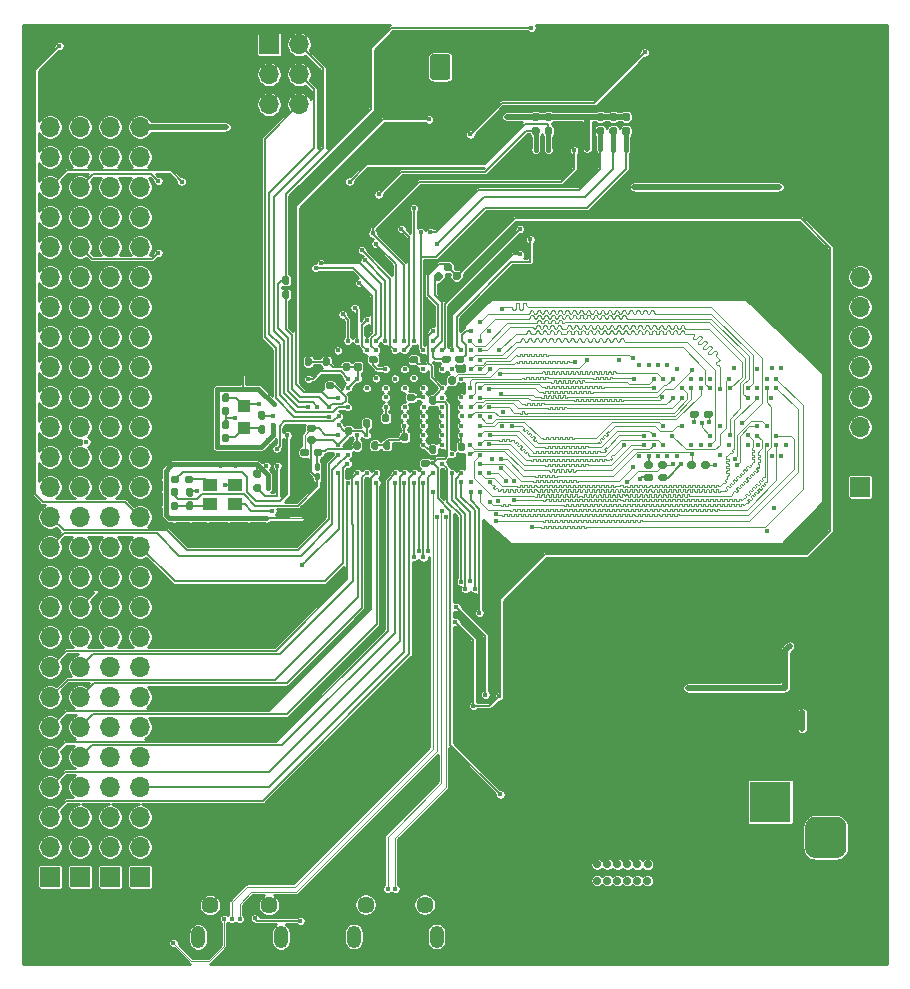
<source format=gbr>
%TF.GenerationSoftware,KiCad,Pcbnew,(5.1.8-0-10_14)*%
%TF.CreationDate,2021-04-06T01:22:42+01:00*%
%TF.ProjectId,STM32MP1_TestBoard_RevB,53544d33-324d-4503-915f-54657374426f,rev?*%
%TF.SameCoordinates,Original*%
%TF.FileFunction,Copper,L4,Bot*%
%TF.FilePolarity,Positive*%
%FSLAX46Y46*%
G04 Gerber Fmt 4.6, Leading zero omitted, Abs format (unit mm)*
G04 Created by KiCad (PCBNEW (5.1.8-0-10_14)) date 2021-04-06 01:22:42*
%MOMM*%
%LPD*%
G01*
G04 APERTURE LIST*
%TA.AperFunction,EtchedComponent*%
%ADD10C,0.100000*%
%TD*%
%TA.AperFunction,ComponentPad*%
%ADD11O,1.740000X2.190000*%
%TD*%
%TA.AperFunction,SMDPad,CuDef*%
%ADD12C,0.127000*%
%TD*%
%TA.AperFunction,ComponentPad*%
%ADD13O,1.300000X2.500000*%
%TD*%
%TA.AperFunction,ComponentPad*%
%ADD14O,1.300000X3.200000*%
%TD*%
%TA.AperFunction,ComponentPad*%
%ADD15C,0.700000*%
%TD*%
%TA.AperFunction,SMDPad,CuDef*%
%ADD16R,1.100000X1.050000*%
%TD*%
%TA.AperFunction,SMDPad,CuDef*%
%ADD17R,1.300000X1.100000*%
%TD*%
%TA.AperFunction,ComponentPad*%
%ADD18O,1.700000X1.700000*%
%TD*%
%TA.AperFunction,ComponentPad*%
%ADD19R,1.700000X1.700000*%
%TD*%
%TA.AperFunction,ComponentPad*%
%ADD20R,3.500000X3.500000*%
%TD*%
%TA.AperFunction,ComponentPad*%
%ADD21O,1.200000X1.900000*%
%TD*%
%TA.AperFunction,ComponentPad*%
%ADD22C,1.450000*%
%TD*%
%TA.AperFunction,ViaPad*%
%ADD23C,0.450000*%
%TD*%
%TA.AperFunction,Conductor*%
%ADD24C,0.200000*%
%TD*%
%TA.AperFunction,Conductor*%
%ADD25C,0.090000*%
%TD*%
%TA.AperFunction,Conductor*%
%ADD26C,0.150000*%
%TD*%
%TA.AperFunction,Conductor*%
%ADD27C,0.100000*%
%TD*%
%TA.AperFunction,Conductor*%
%ADD28C,0.500000*%
%TD*%
%TA.AperFunction,Conductor*%
%ADD29C,0.400000*%
%TD*%
%TA.AperFunction,Conductor*%
%ADD30C,0.254000*%
%TD*%
G04 APERTURE END LIST*
D10*
%TO.C,NT3*%
G36*
X150868000Y-111823500D02*
G01*
X149868000Y-111823500D01*
X149868000Y-111950500D01*
X150868000Y-111950500D01*
X150868000Y-111823500D01*
G37*
%TO.C,NT2*%
G36*
X145796000Y-99893500D02*
G01*
X145796000Y-100893500D01*
X145923000Y-100893500D01*
X145923000Y-99893500D01*
X145796000Y-99893500D01*
G37*
%TD*%
D11*
%TO.P,J12,2*%
%TO.N,GNDS*%
X165100000Y-73660000D03*
%TO.P,J12,1*%
%TO.N,/Power_MPU/VBAT*%
%TA.AperFunction,ComponentPad*%
G36*
G01*
X161690000Y-74505001D02*
X161690000Y-72814999D01*
G75*
G02*
X161939999Y-72565000I249999J0D01*
G01*
X163180001Y-72565000D01*
G75*
G02*
X163430000Y-72814999I0J-249999D01*
G01*
X163430000Y-74505001D01*
G75*
G02*
X163180001Y-74755000I-249999J0D01*
G01*
X161939999Y-74755000D01*
G75*
G02*
X161690000Y-74505001I0J249999D01*
G01*
G37*
%TD.AperFunction*%
%TD*%
D12*
%TO.P,NT3,2*%
%TO.N,/GPIO/OSC_GND*%
X149868000Y-111887000D03*
%TO.P,NT3,1*%
%TO.N,GNDS*%
X150876000Y-111887000D03*
%TD*%
%TO.P,NT2,2*%
%TO.N,/GPIO/XTAL_GND*%
X145859500Y-100893500D03*
%TO.P,NT2,1*%
%TO.N,GNDS*%
X145859500Y-99885500D03*
%TD*%
D13*
%TO.P,J11,S1*%
%TO.N,GNDS*%
X182270400Y-145846800D03*
X173639480Y-145836640D03*
D14*
X182306000Y-141696000D03*
X173656000Y-141696000D03*
D15*
%TO.P,J11,B6*%
%TO.N,Net-(J11-PadB6)*%
X178406000Y-142548000D03*
%TO.P,J11,B1*%
%TO.N,GNDS*%
X180956000Y-142544800D03*
%TO.P,J11,B4*%
%TO.N,/PSU/VBUS*%
X180106000Y-142548000D03*
%TO.P,J11,B5*%
%TO.N,Net-(J11-PadB5)*%
X179256000Y-142548000D03*
%TO.P,J11,B12*%
%TO.N,GNDS*%
X174993300Y-142544800D03*
%TO.P,J11,B8*%
%TO.N,Net-(J11-PadB8)*%
X176695100Y-142544800D03*
%TO.P,J11,B7*%
%TO.N,Net-(J11-PadB7)*%
X177556000Y-142548000D03*
%TO.P,J11,B9*%
%TO.N,/PSU/VBUS*%
X175844200Y-142544800D03*
%TO.P,J11,A12*%
%TO.N,GNDS*%
X180962300Y-141185900D03*
%TO.P,J11,A9*%
%TO.N,/PSU/VBUS*%
X180111400Y-141185900D03*
%TO.P,J11,A8*%
%TO.N,Net-(J11-PadA8)*%
X179256000Y-141185900D03*
%TO.P,J11,A7*%
%TO.N,Net-(J11-PadA7)*%
X178406000Y-141185000D03*
%TO.P,J11,A6*%
%TO.N,Net-(J11-PadA6)*%
X177556000Y-141185000D03*
%TO.P,J11,A5*%
%TO.N,Net-(J11-PadA5)*%
X176695100Y-141185000D03*
%TO.P,J11,A4*%
%TO.N,/PSU/VBUS*%
X175844200Y-141185000D03*
%TO.P,J11,A1*%
%TO.N,GNDS*%
X174993300Y-141185000D03*
%TD*%
%TO.P,R25,2*%
%TO.N,Net-(C14-Pad2)*%
%TA.AperFunction,SMDPad,CuDef*%
G36*
G01*
X151438000Y-106144000D02*
X151438000Y-106454000D01*
G75*
G02*
X151283000Y-106609000I-155000J0D01*
G01*
X150858000Y-106609000D01*
G75*
G02*
X150703000Y-106454000I0J155000D01*
G01*
X150703000Y-106144000D01*
G75*
G02*
X150858000Y-105989000I155000J0D01*
G01*
X151283000Y-105989000D01*
G75*
G02*
X151438000Y-106144000I0J-155000D01*
G01*
G37*
%TD.AperFunction*%
%TO.P,R25,1*%
%TO.N,Net-(C12-Pad2)*%
%TA.AperFunction,SMDPad,CuDef*%
G36*
G01*
X152573000Y-106144000D02*
X152573000Y-106454000D01*
G75*
G02*
X152418000Y-106609000I-155000J0D01*
G01*
X151993000Y-106609000D01*
G75*
G02*
X151838000Y-106454000I0J155000D01*
G01*
X151838000Y-106144000D01*
G75*
G02*
X151993000Y-105989000I155000J0D01*
G01*
X152418000Y-105989000D01*
G75*
G02*
X152573000Y-106144000I0J-155000D01*
G01*
G37*
%TD.AperFunction*%
%TD*%
%TO.P,C37,2*%
%TO.N,Net-(C37-Pad2)*%
%TA.AperFunction,SMDPad,CuDef*%
G36*
G01*
X141196000Y-110436000D02*
X141506000Y-110436000D01*
G75*
G02*
X141661000Y-110591000I0J-155000D01*
G01*
X141661000Y-111016000D01*
G75*
G02*
X141506000Y-111171000I-155000J0D01*
G01*
X141196000Y-111171000D01*
G75*
G02*
X141041000Y-111016000I0J155000D01*
G01*
X141041000Y-110591000D01*
G75*
G02*
X141196000Y-110436000I155000J0D01*
G01*
G37*
%TD.AperFunction*%
%TO.P,C37,1*%
%TO.N,/GPIO/OSC_GND*%
%TA.AperFunction,SMDPad,CuDef*%
G36*
G01*
X141196000Y-109301000D02*
X141506000Y-109301000D01*
G75*
G02*
X141661000Y-109456000I0J-155000D01*
G01*
X141661000Y-109881000D01*
G75*
G02*
X141506000Y-110036000I-155000J0D01*
G01*
X141196000Y-110036000D01*
G75*
G02*
X141041000Y-109881000I0J155000D01*
G01*
X141041000Y-109456000D01*
G75*
G02*
X141196000Y-109301000I155000J0D01*
G01*
G37*
%TD.AperFunction*%
%TD*%
%TO.P,R24,2*%
%TO.N,Net-(C15-Pad1)*%
%TA.AperFunction,SMDPad,CuDef*%
G36*
G01*
X149319000Y-92569000D02*
X149639000Y-92569000D01*
G75*
G02*
X149799000Y-92729000I0J-160000D01*
G01*
X149799000Y-93124000D01*
G75*
G02*
X149639000Y-93284000I-160000J0D01*
G01*
X149319000Y-93284000D01*
G75*
G02*
X149159000Y-93124000I0J160000D01*
G01*
X149159000Y-92729000D01*
G75*
G02*
X149319000Y-92569000I160000J0D01*
G01*
G37*
%TD.AperFunction*%
%TO.P,R24,1*%
%TO.N,/DebugInterface1/NRST*%
%TA.AperFunction,SMDPad,CuDef*%
G36*
G01*
X149319000Y-91374000D02*
X149639000Y-91374000D01*
G75*
G02*
X149799000Y-91534000I0J-160000D01*
G01*
X149799000Y-91929000D01*
G75*
G02*
X149639000Y-92089000I-160000J0D01*
G01*
X149319000Y-92089000D01*
G75*
G02*
X149159000Y-91929000I0J160000D01*
G01*
X149159000Y-91534000D01*
G75*
G02*
X149319000Y-91374000I160000J0D01*
G01*
G37*
%TD.AperFunction*%
%TD*%
%TO.P,C11,2*%
%TO.N,/GPIO/PC14*%
%TA.AperFunction,SMDPad,CuDef*%
G36*
G01*
X144554000Y-102035000D02*
X144244000Y-102035000D01*
G75*
G02*
X144089000Y-101880000I0J155000D01*
G01*
X144089000Y-101455000D01*
G75*
G02*
X144244000Y-101300000I155000J0D01*
G01*
X144554000Y-101300000D01*
G75*
G02*
X144709000Y-101455000I0J-155000D01*
G01*
X144709000Y-101880000D01*
G75*
G02*
X144554000Y-102035000I-155000J0D01*
G01*
G37*
%TD.AperFunction*%
%TO.P,C11,1*%
%TO.N,/GPIO/XTAL_GND*%
%TA.AperFunction,SMDPad,CuDef*%
G36*
G01*
X144554000Y-103170000D02*
X144244000Y-103170000D01*
G75*
G02*
X144089000Y-103015000I0J155000D01*
G01*
X144089000Y-102590000D01*
G75*
G02*
X144244000Y-102435000I155000J0D01*
G01*
X144554000Y-102435000D01*
G75*
G02*
X144709000Y-102590000I0J-155000D01*
G01*
X144709000Y-103015000D01*
G75*
G02*
X144554000Y-103170000I-155000J0D01*
G01*
G37*
%TD.AperFunction*%
%TD*%
%TO.P,C16,2*%
%TO.N,Net-(C16-Pad2)*%
%TA.AperFunction,SMDPad,CuDef*%
G36*
G01*
X144244000Y-104721000D02*
X144554000Y-104721000D01*
G75*
G02*
X144709000Y-104876000I0J-155000D01*
G01*
X144709000Y-105301000D01*
G75*
G02*
X144554000Y-105456000I-155000J0D01*
G01*
X144244000Y-105456000D01*
G75*
G02*
X144089000Y-105301000I0J155000D01*
G01*
X144089000Y-104876000D01*
G75*
G02*
X144244000Y-104721000I155000J0D01*
G01*
G37*
%TD.AperFunction*%
%TO.P,C16,1*%
%TO.N,/GPIO/XTAL_GND*%
%TA.AperFunction,SMDPad,CuDef*%
G36*
G01*
X144244000Y-103586000D02*
X144554000Y-103586000D01*
G75*
G02*
X144709000Y-103741000I0J-155000D01*
G01*
X144709000Y-104166000D01*
G75*
G02*
X144554000Y-104321000I-155000J0D01*
G01*
X144244000Y-104321000D01*
G75*
G02*
X144089000Y-104166000I0J155000D01*
G01*
X144089000Y-103741000D01*
G75*
G02*
X144244000Y-103586000I155000J0D01*
G01*
G37*
%TD.AperFunction*%
%TD*%
D16*
%TO.P,Y1,2*%
%TO.N,Net-(C16-Pad2)*%
X145923000Y-104252200D03*
%TO.P,Y1,1*%
%TO.N,/GPIO/PC14*%
X145923000Y-102402200D03*
%TD*%
D17*
%TO.P,X1,4*%
%TO.N,Net-(C37-Pad2)*%
X143095000Y-110680000D03*
%TO.P,X1,3*%
%TO.N,/GPIO/HSE_IN*%
X145195000Y-110680000D03*
%TO.P,X1,2*%
%TO.N,/GPIO/OSC_GND*%
X145195000Y-109030000D03*
%TO.P,X1,1*%
%TO.N,Net-(R21-Pad2)*%
X143095000Y-109030000D03*
%TD*%
%TO.P,R23,2*%
%TO.N,Net-(C16-Pad2)*%
%TA.AperFunction,SMDPad,CuDef*%
G36*
G01*
X147287000Y-103999000D02*
X147607000Y-103999000D01*
G75*
G02*
X147767000Y-104159000I0J-160000D01*
G01*
X147767000Y-104554000D01*
G75*
G02*
X147607000Y-104714000I-160000J0D01*
G01*
X147287000Y-104714000D01*
G75*
G02*
X147127000Y-104554000I0J160000D01*
G01*
X147127000Y-104159000D01*
G75*
G02*
X147287000Y-103999000I160000J0D01*
G01*
G37*
%TD.AperFunction*%
%TO.P,R23,1*%
%TO.N,/GPIO/PC15*%
%TA.AperFunction,SMDPad,CuDef*%
G36*
G01*
X147287000Y-102804000D02*
X147607000Y-102804000D01*
G75*
G02*
X147767000Y-102964000I0J-160000D01*
G01*
X147767000Y-103359000D01*
G75*
G02*
X147607000Y-103519000I-160000J0D01*
G01*
X147287000Y-103519000D01*
G75*
G02*
X147127000Y-103359000I0J160000D01*
G01*
X147127000Y-102964000D01*
G75*
G02*
X147287000Y-102804000I160000J0D01*
G01*
G37*
%TD.AperFunction*%
%TD*%
%TO.P,R22,2*%
%TO.N,/GPIO/OSC_GND*%
%TA.AperFunction,SMDPad,CuDef*%
G36*
G01*
X147226000Y-108472000D02*
X146906000Y-108472000D01*
G75*
G02*
X146746000Y-108312000I0J160000D01*
G01*
X146746000Y-107917000D01*
G75*
G02*
X146906000Y-107757000I160000J0D01*
G01*
X147226000Y-107757000D01*
G75*
G02*
X147386000Y-107917000I0J-160000D01*
G01*
X147386000Y-108312000D01*
G75*
G02*
X147226000Y-108472000I-160000J0D01*
G01*
G37*
%TD.AperFunction*%
%TO.P,R22,1*%
%TO.N,/GPIO/PH1*%
%TA.AperFunction,SMDPad,CuDef*%
G36*
G01*
X147226000Y-109667000D02*
X146906000Y-109667000D01*
G75*
G02*
X146746000Y-109507000I0J160000D01*
G01*
X146746000Y-109112000D01*
G75*
G02*
X146906000Y-108952000I160000J0D01*
G01*
X147226000Y-108952000D01*
G75*
G02*
X147386000Y-109112000I0J-160000D01*
G01*
X147386000Y-109507000D01*
G75*
G02*
X147226000Y-109667000I-160000J0D01*
G01*
G37*
%TD.AperFunction*%
%TD*%
%TO.P,R21,2*%
%TO.N,Net-(R21-Pad2)*%
%TA.AperFunction,SMDPad,CuDef*%
G36*
G01*
X140956000Y-108745000D02*
X140956000Y-108425000D01*
G75*
G02*
X141116000Y-108265000I160000J0D01*
G01*
X141511000Y-108265000D01*
G75*
G02*
X141671000Y-108425000I0J-160000D01*
G01*
X141671000Y-108745000D01*
G75*
G02*
X141511000Y-108905000I-160000J0D01*
G01*
X141116000Y-108905000D01*
G75*
G02*
X140956000Y-108745000I0J160000D01*
G01*
G37*
%TD.AperFunction*%
%TO.P,R21,1*%
%TO.N,/GPIO/MPU_PWR_ON*%
%TA.AperFunction,SMDPad,CuDef*%
G36*
G01*
X139761000Y-108745000D02*
X139761000Y-108425000D01*
G75*
G02*
X139921000Y-108265000I160000J0D01*
G01*
X140316000Y-108265000D01*
G75*
G02*
X140476000Y-108425000I0J-160000D01*
G01*
X140476000Y-108745000D01*
G75*
G02*
X140316000Y-108905000I-160000J0D01*
G01*
X139921000Y-108905000D01*
G75*
G02*
X139761000Y-108745000I0J160000D01*
G01*
G37*
%TD.AperFunction*%
%TD*%
%TO.P,R20,2*%
%TO.N,Net-(C37-Pad2)*%
%TA.AperFunction,SMDPad,CuDef*%
G36*
G01*
X139921000Y-110476000D02*
X140241000Y-110476000D01*
G75*
G02*
X140401000Y-110636000I0J-160000D01*
G01*
X140401000Y-111031000D01*
G75*
G02*
X140241000Y-111191000I-160000J0D01*
G01*
X139921000Y-111191000D01*
G75*
G02*
X139761000Y-111031000I0J160000D01*
G01*
X139761000Y-110636000D01*
G75*
G02*
X139921000Y-110476000I160000J0D01*
G01*
G37*
%TD.AperFunction*%
%TO.P,R20,1*%
%TO.N,/DebugInterface1/3.3V_VDD*%
%TA.AperFunction,SMDPad,CuDef*%
G36*
G01*
X139921000Y-109281000D02*
X140241000Y-109281000D01*
G75*
G02*
X140401000Y-109441000I0J-160000D01*
G01*
X140401000Y-109836000D01*
G75*
G02*
X140241000Y-109996000I-160000J0D01*
G01*
X139921000Y-109996000D01*
G75*
G02*
X139761000Y-109836000I0J160000D01*
G01*
X139761000Y-109441000D01*
G75*
G02*
X139921000Y-109281000I160000J0D01*
G01*
G37*
%TD.AperFunction*%
%TD*%
D18*
%TO.P,J7,8*%
%TO.N,/GPIO/DSI_D0_N*%
X198120000Y-91440000D03*
%TO.P,J7,7*%
%TO.N,/GPIO/DSI_D0_P*%
X198120000Y-93980000D03*
%TO.P,J7,6*%
%TO.N,/GPIO/DSI_CK_N*%
X198120000Y-96520000D03*
%TO.P,J7,5*%
%TO.N,/GPIO/DSI_CK_P*%
X198120000Y-99060000D03*
%TO.P,J7,4*%
%TO.N,/GPIO/DSI_D1_N*%
X198120000Y-101600000D03*
%TO.P,J7,3*%
%TO.N,/GPIO/DSI_D1_P*%
X198120000Y-104140000D03*
%TO.P,J7,2*%
%TO.N,GNDS*%
X198120000Y-106680000D03*
D19*
%TO.P,J7,1*%
%TO.N,/DebugInterface1/3.3V_VDD*%
X198120000Y-109220000D03*
%TD*%
%TO.P,J9,3*%
%TO.N,N/C*%
%TA.AperFunction,ComponentPad*%
G36*
G01*
X196075000Y-140640000D02*
X194325000Y-140640000D01*
G75*
G02*
X193450000Y-139765000I0J875000D01*
G01*
X193450000Y-138015000D01*
G75*
G02*
X194325000Y-137140000I875000J0D01*
G01*
X196075000Y-137140000D01*
G75*
G02*
X196950000Y-138015000I0J-875000D01*
G01*
X196950000Y-139765000D01*
G75*
G02*
X196075000Y-140640000I-875000J0D01*
G01*
G37*
%TD.AperFunction*%
%TO.P,J9,2*%
%TO.N,GNDS*%
%TA.AperFunction,ComponentPad*%
G36*
G01*
X191500000Y-143390000D02*
X189500000Y-143390000D01*
G75*
G02*
X188750000Y-142640000I0J750000D01*
G01*
X188750000Y-141140000D01*
G75*
G02*
X189500000Y-140390000I750000J0D01*
G01*
X191500000Y-140390000D01*
G75*
G02*
X192250000Y-141140000I0J-750000D01*
G01*
X192250000Y-142640000D01*
G75*
G02*
X191500000Y-143390000I-750000J0D01*
G01*
G37*
%TD.AperFunction*%
D20*
%TO.P,J9,1*%
%TO.N,/PSU/VIN*%
X190500000Y-135890000D03*
%TD*%
%TO.P,R2,1*%
%TO.N,/PSU/1.35V_VDDCORE*%
%TA.AperFunction,SMDPad,CuDef*%
G36*
G01*
X179842200Y-107513100D02*
X179842200Y-107193100D01*
G75*
G02*
X180002200Y-107033100I160000J0D01*
G01*
X180397200Y-107033100D01*
G75*
G02*
X180557200Y-107193100I0J-160000D01*
G01*
X180557200Y-107513100D01*
G75*
G02*
X180397200Y-107673100I-160000J0D01*
G01*
X180002200Y-107673100D01*
G75*
G02*
X179842200Y-107513100I0J160000D01*
G01*
G37*
%TD.AperFunction*%
%TO.P,R2,2*%
%TO.N,/DDR/DDR_VREF*%
%TA.AperFunction,SMDPad,CuDef*%
G36*
G01*
X181037200Y-107513100D02*
X181037200Y-107193100D01*
G75*
G02*
X181197200Y-107033100I160000J0D01*
G01*
X181592200Y-107033100D01*
G75*
G02*
X181752200Y-107193100I0J-160000D01*
G01*
X181752200Y-107513100D01*
G75*
G02*
X181592200Y-107673100I-160000J0D01*
G01*
X181197200Y-107673100D01*
G75*
G02*
X181037200Y-107513100I0J160000D01*
G01*
G37*
%TD.AperFunction*%
%TD*%
%TO.P,R11,1*%
%TO.N,Net-(R11-Pad1)*%
%TA.AperFunction,SMDPad,CuDef*%
G36*
G01*
X181752200Y-108259900D02*
X181752200Y-108579900D01*
G75*
G02*
X181592200Y-108739900I-160000J0D01*
G01*
X181197200Y-108739900D01*
G75*
G02*
X181037200Y-108579900I0J160000D01*
G01*
X181037200Y-108259900D01*
G75*
G02*
X181197200Y-108099900I160000J0D01*
G01*
X181592200Y-108099900D01*
G75*
G02*
X181752200Y-108259900I0J-160000D01*
G01*
G37*
%TD.AperFunction*%
%TO.P,R11,2*%
%TO.N,GNDS*%
%TA.AperFunction,SMDPad,CuDef*%
G36*
G01*
X180557200Y-108259900D02*
X180557200Y-108579900D01*
G75*
G02*
X180397200Y-108739900I-160000J0D01*
G01*
X180002200Y-108739900D01*
G75*
G02*
X179842200Y-108579900I0J160000D01*
G01*
X179842200Y-108259900D01*
G75*
G02*
X180002200Y-108099900I160000J0D01*
G01*
X180397200Y-108099900D01*
G75*
G02*
X180557200Y-108259900I0J-160000D01*
G01*
G37*
%TD.AperFunction*%
%TD*%
%TO.P,R14,1*%
%TO.N,/DDR/DDR_CLK_P*%
%TA.AperFunction,SMDPad,CuDef*%
G36*
G01*
X185625700Y-102913200D02*
X185625700Y-103233200D01*
G75*
G02*
X185465700Y-103393200I-160000J0D01*
G01*
X185070700Y-103393200D01*
G75*
G02*
X184910700Y-103233200I0J160000D01*
G01*
X184910700Y-102913200D01*
G75*
G02*
X185070700Y-102753200I160000J0D01*
G01*
X185465700Y-102753200D01*
G75*
G02*
X185625700Y-102913200I0J-160000D01*
G01*
G37*
%TD.AperFunction*%
%TO.P,R14,2*%
%TO.N,/DDR/DDR_CLK_N*%
%TA.AperFunction,SMDPad,CuDef*%
G36*
G01*
X184430700Y-102913200D02*
X184430700Y-103233200D01*
G75*
G02*
X184270700Y-103393200I-160000J0D01*
G01*
X183875700Y-103393200D01*
G75*
G02*
X183715700Y-103233200I0J160000D01*
G01*
X183715700Y-102913200D01*
G75*
G02*
X183875700Y-102753200I160000J0D01*
G01*
X184270700Y-102753200D01*
G75*
G02*
X184430700Y-102913200I0J-160000D01*
G01*
G37*
%TD.AperFunction*%
%TD*%
%TO.P,R6,1*%
%TO.N,/DDR/DDR_CKE*%
%TA.AperFunction,SMDPad,CuDef*%
G36*
G01*
X183474400Y-107525800D02*
X183474400Y-107205800D01*
G75*
G02*
X183634400Y-107045800I160000J0D01*
G01*
X184029400Y-107045800D01*
G75*
G02*
X184189400Y-107205800I0J-160000D01*
G01*
X184189400Y-107525800D01*
G75*
G02*
X184029400Y-107685800I-160000J0D01*
G01*
X183634400Y-107685800D01*
G75*
G02*
X183474400Y-107525800I0J160000D01*
G01*
G37*
%TD.AperFunction*%
%TO.P,R6,2*%
%TO.N,GNDS*%
%TA.AperFunction,SMDPad,CuDef*%
G36*
G01*
X184669400Y-107525800D02*
X184669400Y-107205800D01*
G75*
G02*
X184829400Y-107045800I160000J0D01*
G01*
X185224400Y-107045800D01*
G75*
G02*
X185384400Y-107205800I0J-160000D01*
G01*
X185384400Y-107525800D01*
G75*
G02*
X185224400Y-107685800I-160000J0D01*
G01*
X184829400Y-107685800D01*
G75*
G02*
X184669400Y-107525800I0J160000D01*
G01*
G37*
%TD.AperFunction*%
%TD*%
D21*
%TO.P,J8,6*%
%TO.N,Net-(J8-Pad6)*%
X149067400Y-147338300D03*
X142067400Y-147338300D03*
D22*
X148067400Y-144638300D03*
X143067400Y-144638300D03*
%TD*%
D18*
%TO.P,J5,6*%
%TO.N,Net-(J5-Pad6)*%
X150622000Y-76835000D03*
%TO.P,J5,5*%
%TO.N,Net-(J5-Pad5)*%
X148082000Y-76835000D03*
%TO.P,J5,4*%
%TO.N,Net-(J5-Pad4)*%
X150622000Y-74295000D03*
%TO.P,J5,3*%
%TO.N,Net-(J5-Pad3)*%
X148082000Y-74295000D03*
%TO.P,J5,2*%
%TO.N,Net-(J5-Pad2)*%
X150622000Y-71755000D03*
D19*
%TO.P,J5,1*%
%TO.N,Net-(J5-Pad1)*%
X148082000Y-71755000D03*
%TD*%
D18*
%TO.P,J4,27*%
%TO.N,GNDS*%
X129540000Y-76200000D03*
%TO.P,J4,26*%
%TO.N,/DebugInterface1/3.3V_VDD*%
X129540000Y-78740000D03*
%TO.P,J4,25*%
%TO.N,Net-(J4-Pad25)*%
X129540000Y-81280000D03*
%TO.P,J4,24*%
%TO.N,/GPIO/PC8*%
X129540000Y-83820000D03*
%TO.P,J4,23*%
%TO.N,/GPIO/PC12*%
X129540000Y-86360000D03*
%TO.P,J4,22*%
%TO.N,/GPIO/PB14*%
X129540000Y-88900000D03*
%TO.P,J4,21*%
%TO.N,/GPIO/PA9*%
X129540000Y-91440000D03*
%TO.P,J4,20*%
%TO.N,/GPIO/PD5*%
X129540000Y-93980000D03*
%TO.P,J4,19*%
%TO.N,/GPIO/PE3*%
X129540000Y-96520000D03*
%TO.P,J4,18*%
%TO.N,/GPIO/PD7*%
X129540000Y-99060000D03*
%TO.P,J4,17*%
%TO.N,/GPIO/PG15*%
X129540000Y-101600000D03*
%TO.P,J4,16*%
%TO.N,/GPIO/PE14*%
X129540000Y-104140000D03*
%TO.P,J4,15*%
%TO.N,/GPIO/PG12*%
X129540000Y-106680000D03*
%TO.P,J4,14*%
%TO.N,/GPIO/PD9*%
X129540000Y-109220000D03*
%TO.P,J4,13*%
%TO.N,/GPIO/PA3*%
X129540000Y-111760000D03*
%TO.P,J4,12*%
%TO.N,/GPIO/PA5*%
X129540000Y-114300000D03*
%TO.P,J4,11*%
%TO.N,/GPIO/PE2*%
X129540000Y-116840000D03*
%TO.P,J4,10*%
%TO.N,/GPIO/PG13*%
X129540000Y-119380000D03*
%TO.P,J4,9*%
%TO.N,/GPIO/PB1*%
X129540000Y-121920000D03*
%TO.P,J4,8*%
%TO.N,/GPIO/PA1*%
X129540000Y-124460000D03*
%TO.P,J4,7*%
%TO.N,/GPIO/PF11*%
X129540000Y-127000000D03*
%TO.P,J4,6*%
%TO.N,/GPIO/PC0*%
X129540000Y-129540000D03*
%TO.P,J4,5*%
%TO.N,/GPIO/PB5*%
X129540000Y-132080000D03*
%TO.P,J4,4*%
%TO.N,/GPIO/PB13*%
X129540000Y-134620000D03*
%TO.P,J4,3*%
%TO.N,/GPIO/PE7*%
X129540000Y-137160000D03*
%TO.P,J4,2*%
%TO.N,/GPIO/PE8*%
X129540000Y-139700000D03*
D19*
%TO.P,J4,1*%
%TO.N,/GPIO/PG9*%
X129540000Y-142240000D03*
%TD*%
D18*
%TO.P,J3,27*%
%TO.N,GNDS*%
X132080000Y-76200000D03*
%TO.P,J3,26*%
%TO.N,/DebugInterface1/3.3V_VDD*%
X132080000Y-78740000D03*
%TO.P,J3,25*%
%TO.N,Net-(J3-Pad25)*%
X132080000Y-81280000D03*
%TO.P,J3,24*%
%TO.N,/GPIO/PC10*%
X132080000Y-83820000D03*
%TO.P,J3,23*%
%TO.N,/GPIO/PC6*%
X132080000Y-86360000D03*
%TO.P,J3,22*%
%TO.N,/GPIO/PB9*%
X132080000Y-88900000D03*
%TO.P,J3,21*%
%TO.N,/GPIO/PB3*%
X132080000Y-91440000D03*
%TO.P,J3,20*%
%TO.N,/GPIO/PG6*%
X132080000Y-93980000D03*
%TO.P,J3,19*%
%TO.N,/GPIO/PB7*%
X132080000Y-96520000D03*
%TO.P,J3,18*%
%TO.N,/GPIO/PE0*%
X132080000Y-99060000D03*
%TO.P,J3,17*%
%TO.N,/GPIO/PE1*%
X132080000Y-101600000D03*
%TO.P,J3,16*%
%TO.N,/GPIO/PE12*%
X132080000Y-104140000D03*
%TO.P,J3,15*%
%TO.N,/GPIO/PD8*%
X132080000Y-106680000D03*
%TO.P,J3,14*%
%TO.N,Net-(J3-Pad14)*%
X132080000Y-109220000D03*
%TO.P,J3,13*%
%TO.N,/GPIO/HSE_IN*%
X132080000Y-111760000D03*
%TO.P,J3,12*%
%TO.N,/GPIO/PA14*%
X132080000Y-114300000D03*
%TO.P,J3,11*%
%TO.N,/GPIO/PC2*%
X132080000Y-116840000D03*
%TO.P,J3,10*%
%TO.N,/GPIO/PB11*%
X132080000Y-119380000D03*
%TO.P,J3,9*%
%TO.N,/GPIO/PB0*%
X132080000Y-121920000D03*
%TO.P,J3,8*%
%TO.N,/GPIO/PA6*%
X132080000Y-124460000D03*
%TO.P,J3,7*%
%TO.N,/GPIO/PA7*%
X132080000Y-127000000D03*
%TO.P,J3,6*%
%TO.N,/GPIO/PG8*%
X132080000Y-129540000D03*
%TO.P,J3,5*%
%TO.N,/GPIO/PF10*%
X132080000Y-132080000D03*
%TO.P,J3,4*%
%TO.N,/GPIO/PF6*%
X132080000Y-134620000D03*
%TO.P,J3,3*%
%TO.N,/GPIO/PE10*%
X132080000Y-137160000D03*
%TO.P,J3,2*%
%TO.N,/GPIO/PD13*%
X132080000Y-139700000D03*
D19*
%TO.P,J3,1*%
%TO.N,/GPIO/PA10*%
X132080000Y-142240000D03*
%TD*%
D18*
%TO.P,J2,27*%
%TO.N,GNDS*%
X134620000Y-76200000D03*
%TO.P,J2,26*%
%TO.N,/DebugInterface1/3.3V_VDD*%
X134620000Y-78740000D03*
%TO.P,J2,25*%
%TO.N,/GPIO/PC11*%
X134620000Y-81280000D03*
%TO.P,J2,24*%
%TO.N,/GPIO/PC9*%
X134620000Y-83820000D03*
%TO.P,J2,23*%
%TO.N,/GPIO/PC7*%
X134620000Y-86360000D03*
%TO.P,J2,22*%
%TO.N,/GPIO/PB15*%
X134620000Y-88900000D03*
%TO.P,J2,21*%
%TO.N,/GPIO/PE5*%
X134620000Y-91440000D03*
%TO.P,J2,20*%
%TO.N,/GPIO/PD3*%
X134620000Y-93980000D03*
%TO.P,J2,19*%
%TO.N,/GPIO/PD10*%
X134620000Y-96520000D03*
%TO.P,J2,18*%
%TO.N,/GPIO/PD0*%
X134620000Y-99060000D03*
%TO.P,J2,17*%
%TO.N,/GPIO/PE13*%
X134620000Y-101600000D03*
%TO.P,J2,16*%
%TO.N,/GPIO/PE15*%
X134620000Y-104140000D03*
%TO.P,J2,15*%
%TO.N,/GPIO/PD14*%
X134620000Y-106680000D03*
%TO.P,J2,14*%
%TO.N,Net-(J2-Pad14)*%
X134620000Y-109220000D03*
%TO.P,J2,13*%
%TO.N,/GPIO/PH1*%
X134620000Y-111760000D03*
%TO.P,J2,12*%
%TO.N,/GPIO/PA0*%
X134620000Y-114300000D03*
%TO.P,J2,11*%
%TO.N,/GPIO/PC3*%
X134620000Y-116840000D03*
%TO.P,J2,10*%
%TO.N,/GPIO/PC1*%
X134620000Y-119380000D03*
%TO.P,J2,9*%
%TO.N,/GPIO/PC5*%
X134620000Y-121920000D03*
%TO.P,J2,8*%
%TO.N,/GPIO/PB12*%
X134620000Y-124460000D03*
%TO.P,J2,7*%
%TO.N,/GPIO/PG11*%
X134620000Y-127000000D03*
%TO.P,J2,6*%
%TO.N,/GPIO/PG10*%
X134620000Y-129540000D03*
%TO.P,J2,5*%
%TO.N,/GPIO/PD11*%
X134620000Y-132080000D03*
%TO.P,J2,4*%
%TO.N,/GPIO/PF9*%
X134620000Y-134620000D03*
%TO.P,J2,3*%
%TO.N,/GPIO/PG7*%
X134620000Y-137160000D03*
%TO.P,J2,2*%
%TO.N,/GPIO/PB6*%
X134620000Y-139700000D03*
D19*
%TO.P,J2,1*%
%TO.N,/GPIO/PA12*%
X134620000Y-142240000D03*
%TD*%
D18*
%TO.P,J1,27*%
%TO.N,GNDS*%
X137160000Y-76200000D03*
%TO.P,J1,26*%
%TO.N,/DebugInterface1/3.3V_VDD*%
X137160000Y-78740000D03*
%TO.P,J1,25*%
%TO.N,/GPIO/PE4*%
X137160000Y-81280000D03*
%TO.P,J1,24*%
%TO.N,/GPIO/PD2*%
X137160000Y-83820000D03*
%TO.P,J1,23*%
%TO.N,/GPIO/PB4*%
X137160000Y-86360000D03*
%TO.P,J1,22*%
%TO.N,/GPIO/PA8*%
X137160000Y-88900000D03*
%TO.P,J1,21*%
%TO.N,/GPIO/PA15*%
X137160000Y-91440000D03*
%TO.P,J1,20*%
%TO.N,/GPIO/PD4*%
X137160000Y-93980000D03*
%TO.P,J1,19*%
%TO.N,/GPIO/PD1*%
X137160000Y-96520000D03*
%TO.P,J1,18*%
%TO.N,/GPIO/PE6*%
X137160000Y-99060000D03*
%TO.P,J1,17*%
%TO.N,/GPIO/PE11*%
X137160000Y-101600000D03*
%TO.P,J1,16*%
%TO.N,/GPIO/PD6*%
X137160000Y-104140000D03*
%TO.P,J1,15*%
%TO.N,/GPIO/PD15*%
X137160000Y-106680000D03*
%TO.P,J1,14*%
%TO.N,/GPIO/PC13*%
X137160000Y-109220000D03*
%TO.P,J1,13*%
%TO.N,/GPIO/BOOT_STATUS*%
X137160000Y-111760000D03*
%TO.P,J1,12*%
%TO.N,/GPIO/PA4*%
X137160000Y-114300000D03*
%TO.P,J1,11*%
%TO.N,/GPIO/PG14*%
X137160000Y-116840000D03*
%TO.P,J1,10*%
%TO.N,/GPIO/PA2*%
X137160000Y-119380000D03*
%TO.P,J1,9*%
%TO.N,/GPIO/PC4*%
X137160000Y-121920000D03*
%TO.P,J1,8*%
%TO.N,/GPIO/PB10*%
X137160000Y-124460000D03*
%TO.P,J1,7*%
%TO.N,/GPIO/PB8*%
X137160000Y-127000000D03*
%TO.P,J1,6*%
%TO.N,/GPIO/PE9*%
X137160000Y-129540000D03*
%TO.P,J1,5*%
%TO.N,/GPIO/PF7*%
X137160000Y-132080000D03*
%TO.P,J1,4*%
%TO.N,/GPIO/PF8*%
X137160000Y-134620000D03*
%TO.P,J1,3*%
%TO.N,/GPIO/PD12*%
X137160000Y-137160000D03*
%TO.P,J1,2*%
%TO.N,/GPIO/PB2*%
X137160000Y-139700000D03*
D19*
%TO.P,J1,1*%
%TO.N,/GPIO/PA11*%
X137160000Y-142240000D03*
%TD*%
%TO.P,C69,1*%
%TO.N,Net-(C69-Pad1)*%
%TA.AperFunction,SMDPad,CuDef*%
G36*
G01*
X162704500Y-98580000D02*
X162704500Y-98270000D01*
G75*
G02*
X162859500Y-98115000I155000J0D01*
G01*
X163284500Y-98115000D01*
G75*
G02*
X163439500Y-98270000I0J-155000D01*
G01*
X163439500Y-98580000D01*
G75*
G02*
X163284500Y-98735000I-155000J0D01*
G01*
X162859500Y-98735000D01*
G75*
G02*
X162704500Y-98580000I0J155000D01*
G01*
G37*
%TD.AperFunction*%
%TO.P,C69,2*%
%TO.N,Net-(C69-Pad2)*%
%TA.AperFunction,SMDPad,CuDef*%
G36*
G01*
X163839500Y-98580000D02*
X163839500Y-98270000D01*
G75*
G02*
X163994500Y-98115000I155000J0D01*
G01*
X164419500Y-98115000D01*
G75*
G02*
X164574500Y-98270000I0J-155000D01*
G01*
X164574500Y-98580000D01*
G75*
G02*
X164419500Y-98735000I-155000J0D01*
G01*
X163994500Y-98735000D01*
G75*
G02*
X163839500Y-98580000I0J155000D01*
G01*
G37*
%TD.AperFunction*%
%TD*%
%TO.P,C70,1*%
%TO.N,/PSU/1V8_DETECT*%
%TA.AperFunction,SMDPad,CuDef*%
G36*
G01*
X163365544Y-90224753D02*
X163584747Y-90443956D01*
G75*
G02*
X163584747Y-90663160I-109602J-109602D01*
G01*
X163284226Y-90963681D01*
G75*
G02*
X163065022Y-90963681I-109602J109602D01*
G01*
X162845819Y-90744478D01*
G75*
G02*
X162845819Y-90525274I109602J109602D01*
G01*
X163146340Y-90224753D01*
G75*
G02*
X163365544Y-90224753I109602J-109602D01*
G01*
G37*
%TD.AperFunction*%
%TO.P,C70,2*%
%TO.N,Net-(C69-Pad1)*%
%TA.AperFunction,SMDPad,CuDef*%
G36*
G01*
X162562978Y-91027319D02*
X162782181Y-91246522D01*
G75*
G02*
X162782181Y-91465726I-109602J-109602D01*
G01*
X162481660Y-91766247D01*
G75*
G02*
X162262456Y-91766247I-109602J109602D01*
G01*
X162043253Y-91547044D01*
G75*
G02*
X162043253Y-91327840I109602J109602D01*
G01*
X162343774Y-91027319D01*
G75*
G02*
X162562978Y-91027319I109602J-109602D01*
G01*
G37*
%TD.AperFunction*%
%TD*%
%TO.P,L3,1*%
%TO.N,/DebugInterface1/3.3V_VDD*%
%TA.AperFunction,SMDPad,CuDef*%
G36*
G01*
X152246000Y-108675000D02*
X152046000Y-108675000D01*
G75*
G02*
X151946000Y-108575000I0J100000D01*
G01*
X151946000Y-108140000D01*
G75*
G02*
X152046000Y-108040000I100000J0D01*
G01*
X152246000Y-108040000D01*
G75*
G02*
X152346000Y-108140000I0J-100000D01*
G01*
X152346000Y-108575000D01*
G75*
G02*
X152246000Y-108675000I-100000J0D01*
G01*
G37*
%TD.AperFunction*%
%TO.P,L3,2*%
%TO.N,Net-(C12-Pad2)*%
%TA.AperFunction,SMDPad,CuDef*%
G36*
G01*
X152246000Y-107860000D02*
X152046000Y-107860000D01*
G75*
G02*
X151946000Y-107760000I0J100000D01*
G01*
X151946000Y-107325000D01*
G75*
G02*
X152046000Y-107225000I100000J0D01*
G01*
X152246000Y-107225000D01*
G75*
G02*
X152346000Y-107325000I0J-100000D01*
G01*
X152346000Y-107760000D01*
G75*
G02*
X152246000Y-107860000I-100000J0D01*
G01*
G37*
%TD.AperFunction*%
%TD*%
%TO.P,C33,1*%
%TO.N,/DebugInterface1/3.3V_VDD*%
%TA.AperFunction,SMDPad,CuDef*%
G36*
G01*
X156492000Y-104211400D02*
X156182000Y-104211400D01*
G75*
G02*
X156027000Y-104056400I0J155000D01*
G01*
X156027000Y-103631400D01*
G75*
G02*
X156182000Y-103476400I155000J0D01*
G01*
X156492000Y-103476400D01*
G75*
G02*
X156647000Y-103631400I0J-155000D01*
G01*
X156647000Y-104056400D01*
G75*
G02*
X156492000Y-104211400I-155000J0D01*
G01*
G37*
%TD.AperFunction*%
%TO.P,C33,2*%
%TO.N,GNDS*%
%TA.AperFunction,SMDPad,CuDef*%
G36*
G01*
X156492000Y-103076400D02*
X156182000Y-103076400D01*
G75*
G02*
X156027000Y-102921400I0J155000D01*
G01*
X156027000Y-102496400D01*
G75*
G02*
X156182000Y-102341400I155000J0D01*
G01*
X156492000Y-102341400D01*
G75*
G02*
X156647000Y-102496400I0J-155000D01*
G01*
X156647000Y-102921400D01*
G75*
G02*
X156492000Y-103076400I-155000J0D01*
G01*
G37*
%TD.AperFunction*%
%TD*%
%TO.P,C32,1*%
%TO.N,/PSU/1.35V_VDDCORE*%
%TA.AperFunction,SMDPad,CuDef*%
G36*
G01*
X159382400Y-104627400D02*
X159692400Y-104627400D01*
G75*
G02*
X159847400Y-104782400I0J-155000D01*
G01*
X159847400Y-105207400D01*
G75*
G02*
X159692400Y-105362400I-155000J0D01*
G01*
X159382400Y-105362400D01*
G75*
G02*
X159227400Y-105207400I0J155000D01*
G01*
X159227400Y-104782400D01*
G75*
G02*
X159382400Y-104627400I155000J0D01*
G01*
G37*
%TD.AperFunction*%
%TO.P,C32,2*%
%TO.N,GNDS*%
%TA.AperFunction,SMDPad,CuDef*%
G36*
G01*
X159382400Y-105762400D02*
X159692400Y-105762400D01*
G75*
G02*
X159847400Y-105917400I0J-155000D01*
G01*
X159847400Y-106342400D01*
G75*
G02*
X159692400Y-106497400I-155000J0D01*
G01*
X159382400Y-106497400D01*
G75*
G02*
X159227400Y-106342400I0J155000D01*
G01*
X159227400Y-105917400D01*
G75*
G02*
X159382400Y-105762400I155000J0D01*
G01*
G37*
%TD.AperFunction*%
%TD*%
%TO.P,C31,1*%
%TO.N,/DebugInterface1/3.3V_VDD*%
%TA.AperFunction,SMDPad,CuDef*%
G36*
G01*
X152014200Y-105102600D02*
X152014200Y-105412600D01*
G75*
G02*
X151859200Y-105567600I-155000J0D01*
G01*
X151434200Y-105567600D01*
G75*
G02*
X151279200Y-105412600I0J155000D01*
G01*
X151279200Y-105102600D01*
G75*
G02*
X151434200Y-104947600I155000J0D01*
G01*
X151859200Y-104947600D01*
G75*
G02*
X152014200Y-105102600I0J-155000D01*
G01*
G37*
%TD.AperFunction*%
%TO.P,C31,2*%
%TO.N,GNDS*%
%TA.AperFunction,SMDPad,CuDef*%
G36*
G01*
X150879200Y-105102600D02*
X150879200Y-105412600D01*
G75*
G02*
X150724200Y-105567600I-155000J0D01*
G01*
X150299200Y-105567600D01*
G75*
G02*
X150144200Y-105412600I0J155000D01*
G01*
X150144200Y-105102600D01*
G75*
G02*
X150299200Y-104947600I155000J0D01*
G01*
X150724200Y-104947600D01*
G75*
G02*
X150879200Y-105102600I0J-155000D01*
G01*
G37*
%TD.AperFunction*%
%TD*%
%TO.P,C34,1*%
%TO.N,/PSU/1.35V_VDDCORE*%
%TA.AperFunction,SMDPad,CuDef*%
G36*
G01*
X155755400Y-99436200D02*
X155445400Y-99436200D01*
G75*
G02*
X155290400Y-99281200I0J155000D01*
G01*
X155290400Y-98856200D01*
G75*
G02*
X155445400Y-98701200I155000J0D01*
G01*
X155755400Y-98701200D01*
G75*
G02*
X155910400Y-98856200I0J-155000D01*
G01*
X155910400Y-99281200D01*
G75*
G02*
X155755400Y-99436200I-155000J0D01*
G01*
G37*
%TD.AperFunction*%
%TO.P,C34,2*%
%TO.N,GNDS*%
%TA.AperFunction,SMDPad,CuDef*%
G36*
G01*
X155755400Y-98301200D02*
X155445400Y-98301200D01*
G75*
G02*
X155290400Y-98146200I0J155000D01*
G01*
X155290400Y-97721200D01*
G75*
G02*
X155445400Y-97566200I155000J0D01*
G01*
X155755400Y-97566200D01*
G75*
G02*
X155910400Y-97721200I0J-155000D01*
G01*
X155910400Y-98146200D01*
G75*
G02*
X155755400Y-98301200I-155000J0D01*
G01*
G37*
%TD.AperFunction*%
%TD*%
%TO.P,C12,1*%
%TO.N,GNDS*%
%TA.AperFunction,SMDPad,CuDef*%
G36*
G01*
X155679200Y-107234000D02*
X155369200Y-107234000D01*
G75*
G02*
X155214200Y-107079000I0J155000D01*
G01*
X155214200Y-106654000D01*
G75*
G02*
X155369200Y-106499000I155000J0D01*
G01*
X155679200Y-106499000D01*
G75*
G02*
X155834200Y-106654000I0J-155000D01*
G01*
X155834200Y-107079000D01*
G75*
G02*
X155679200Y-107234000I-155000J0D01*
G01*
G37*
%TD.AperFunction*%
%TO.P,C12,2*%
%TO.N,Net-(C12-Pad2)*%
%TA.AperFunction,SMDPad,CuDef*%
G36*
G01*
X155679200Y-106099000D02*
X155369200Y-106099000D01*
G75*
G02*
X155214200Y-105944000I0J155000D01*
G01*
X155214200Y-105519000D01*
G75*
G02*
X155369200Y-105364000I155000J0D01*
G01*
X155679200Y-105364000D01*
G75*
G02*
X155834200Y-105519000I0J-155000D01*
G01*
X155834200Y-105944000D01*
G75*
G02*
X155679200Y-106099000I-155000J0D01*
G01*
G37*
%TD.AperFunction*%
%TD*%
%TO.P,C7,1*%
%TO.N,/PSU/1V8_DETECT*%
%TA.AperFunction,SMDPad,CuDef*%
G36*
G01*
X164127544Y-90986753D02*
X164346747Y-91205956D01*
G75*
G02*
X164346747Y-91425160I-109602J-109602D01*
G01*
X164046226Y-91725681D01*
G75*
G02*
X163827022Y-91725681I-109602J109602D01*
G01*
X163607819Y-91506478D01*
G75*
G02*
X163607819Y-91287274I109602J109602D01*
G01*
X163908340Y-90986753D01*
G75*
G02*
X164127544Y-90986753I109602J-109602D01*
G01*
G37*
%TD.AperFunction*%
%TO.P,C7,2*%
%TO.N,GNDS*%
%TA.AperFunction,SMDPad,CuDef*%
G36*
G01*
X163324978Y-91789319D02*
X163544181Y-92008522D01*
G75*
G02*
X163544181Y-92227726I-109602J-109602D01*
G01*
X163243660Y-92528247D01*
G75*
G02*
X163024456Y-92528247I-109602J109602D01*
G01*
X162805253Y-92309044D01*
G75*
G02*
X162805253Y-92089840I109602J109602D01*
G01*
X163105774Y-91789319D01*
G75*
G02*
X163324978Y-91789319I109602J-109602D01*
G01*
G37*
%TD.AperFunction*%
%TD*%
%TO.P,C35,1*%
%TO.N,/PSU/1.35V_VDDCORE*%
%TA.AperFunction,SMDPad,CuDef*%
G36*
G01*
X151539000Y-98979000D02*
X151229000Y-98979000D01*
G75*
G02*
X151074000Y-98824000I0J155000D01*
G01*
X151074000Y-98399000D01*
G75*
G02*
X151229000Y-98244000I155000J0D01*
G01*
X151539000Y-98244000D01*
G75*
G02*
X151694000Y-98399000I0J-155000D01*
G01*
X151694000Y-98824000D01*
G75*
G02*
X151539000Y-98979000I-155000J0D01*
G01*
G37*
%TD.AperFunction*%
%TO.P,C35,2*%
%TO.N,GNDS*%
%TA.AperFunction,SMDPad,CuDef*%
G36*
G01*
X151539000Y-97844000D02*
X151229000Y-97844000D01*
G75*
G02*
X151074000Y-97689000I0J155000D01*
G01*
X151074000Y-97264000D01*
G75*
G02*
X151229000Y-97109000I155000J0D01*
G01*
X151539000Y-97109000D01*
G75*
G02*
X151694000Y-97264000I0J-155000D01*
G01*
X151694000Y-97689000D01*
G75*
G02*
X151539000Y-97844000I-155000J0D01*
G01*
G37*
%TD.AperFunction*%
%TD*%
%TO.P,C30,1*%
%TO.N,/PSU/1.35V_VDDCORE*%
%TA.AperFunction,SMDPad,CuDef*%
G36*
G01*
X162080000Y-106395800D02*
X161770000Y-106395800D01*
G75*
G02*
X161615000Y-106240800I0J155000D01*
G01*
X161615000Y-105815800D01*
G75*
G02*
X161770000Y-105660800I155000J0D01*
G01*
X162080000Y-105660800D01*
G75*
G02*
X162235000Y-105815800I0J-155000D01*
G01*
X162235000Y-106240800D01*
G75*
G02*
X162080000Y-106395800I-155000J0D01*
G01*
G37*
%TD.AperFunction*%
%TO.P,C30,2*%
%TO.N,GNDS*%
%TA.AperFunction,SMDPad,CuDef*%
G36*
G01*
X162080000Y-105260800D02*
X161770000Y-105260800D01*
G75*
G02*
X161615000Y-105105800I0J155000D01*
G01*
X161615000Y-104680800D01*
G75*
G02*
X161770000Y-104525800I155000J0D01*
G01*
X162080000Y-104525800D01*
G75*
G02*
X162235000Y-104680800I0J-155000D01*
G01*
X162235000Y-105105800D01*
G75*
G02*
X162080000Y-105260800I-155000J0D01*
G01*
G37*
%TD.AperFunction*%
%TD*%
%TO.P,C29,1*%
%TO.N,/PSU/1.35V_VDDCORE*%
%TA.AperFunction,SMDPad,CuDef*%
G36*
G01*
X157782200Y-103027200D02*
X158092200Y-103027200D01*
G75*
G02*
X158247200Y-103182200I0J-155000D01*
G01*
X158247200Y-103607200D01*
G75*
G02*
X158092200Y-103762200I-155000J0D01*
G01*
X157782200Y-103762200D01*
G75*
G02*
X157627200Y-103607200I0J155000D01*
G01*
X157627200Y-103182200D01*
G75*
G02*
X157782200Y-103027200I155000J0D01*
G01*
G37*
%TD.AperFunction*%
%TO.P,C29,2*%
%TO.N,GNDS*%
%TA.AperFunction,SMDPad,CuDef*%
G36*
G01*
X157782200Y-104162200D02*
X158092200Y-104162200D01*
G75*
G02*
X158247200Y-104317200I0J-155000D01*
G01*
X158247200Y-104742200D01*
G75*
G02*
X158092200Y-104897200I-155000J0D01*
G01*
X157782200Y-104897200D01*
G75*
G02*
X157627200Y-104742200I0J155000D01*
G01*
X157627200Y-104317200D01*
G75*
G02*
X157782200Y-104162200I155000J0D01*
G01*
G37*
%TD.AperFunction*%
%TD*%
%TO.P,C28,1*%
%TO.N,/DebugInterface1/3.3V_VDD*%
%TA.AperFunction,SMDPad,CuDef*%
G36*
G01*
X154942600Y-104846400D02*
X154632600Y-104846400D01*
G75*
G02*
X154477600Y-104691400I0J155000D01*
G01*
X154477600Y-104266400D01*
G75*
G02*
X154632600Y-104111400I155000J0D01*
G01*
X154942600Y-104111400D01*
G75*
G02*
X155097600Y-104266400I0J-155000D01*
G01*
X155097600Y-104691400D01*
G75*
G02*
X154942600Y-104846400I-155000J0D01*
G01*
G37*
%TD.AperFunction*%
%TO.P,C28,2*%
%TO.N,GNDS*%
%TA.AperFunction,SMDPad,CuDef*%
G36*
G01*
X154942600Y-103711400D02*
X154632600Y-103711400D01*
G75*
G02*
X154477600Y-103556400I0J155000D01*
G01*
X154477600Y-103131400D01*
G75*
G02*
X154632600Y-102976400I155000J0D01*
G01*
X154942600Y-102976400D01*
G75*
G02*
X155097600Y-103131400I0J-155000D01*
G01*
X155097600Y-103556400D01*
G75*
G02*
X154942600Y-103711400I-155000J0D01*
G01*
G37*
%TD.AperFunction*%
%TD*%
%TO.P,C27,1*%
%TO.N,/PSU/1.35V_VDDCORE*%
%TA.AperFunction,SMDPad,CuDef*%
G36*
G01*
X156867800Y-105338600D02*
X157177800Y-105338600D01*
G75*
G02*
X157332800Y-105493600I0J-155000D01*
G01*
X157332800Y-105918600D01*
G75*
G02*
X157177800Y-106073600I-155000J0D01*
G01*
X156867800Y-106073600D01*
G75*
G02*
X156712800Y-105918600I0J155000D01*
G01*
X156712800Y-105493600D01*
G75*
G02*
X156867800Y-105338600I155000J0D01*
G01*
G37*
%TD.AperFunction*%
%TO.P,C27,2*%
%TO.N,GNDS*%
%TA.AperFunction,SMDPad,CuDef*%
G36*
G01*
X156867800Y-106473600D02*
X157177800Y-106473600D01*
G75*
G02*
X157332800Y-106628600I0J-155000D01*
G01*
X157332800Y-107053600D01*
G75*
G02*
X157177800Y-107208600I-155000J0D01*
G01*
X156867800Y-107208600D01*
G75*
G02*
X156712800Y-107053600I0J155000D01*
G01*
X156712800Y-106628600D01*
G75*
G02*
X156867800Y-106473600I155000J0D01*
G01*
G37*
%TD.AperFunction*%
%TD*%
%TO.P,C26,1*%
%TO.N,/PSU/1.35V_VDDCORE*%
%TA.AperFunction,SMDPad,CuDef*%
G36*
G01*
X156519600Y-98605400D02*
X156519600Y-98295400D01*
G75*
G02*
X156674600Y-98140400I155000J0D01*
G01*
X157099600Y-98140400D01*
G75*
G02*
X157254600Y-98295400I0J-155000D01*
G01*
X157254600Y-98605400D01*
G75*
G02*
X157099600Y-98760400I-155000J0D01*
G01*
X156674600Y-98760400D01*
G75*
G02*
X156519600Y-98605400I0J155000D01*
G01*
G37*
%TD.AperFunction*%
%TO.P,C26,2*%
%TO.N,GNDS*%
%TA.AperFunction,SMDPad,CuDef*%
G36*
G01*
X157654600Y-98605400D02*
X157654600Y-98295400D01*
G75*
G02*
X157809600Y-98140400I155000J0D01*
G01*
X158234600Y-98140400D01*
G75*
G02*
X158389600Y-98295400I0J-155000D01*
G01*
X158389600Y-98605400D01*
G75*
G02*
X158234600Y-98760400I-155000J0D01*
G01*
X157809600Y-98760400D01*
G75*
G02*
X157654600Y-98605400I0J155000D01*
G01*
G37*
%TD.AperFunction*%
%TD*%
%TO.P,C25,1*%
%TO.N,/DebugInterface1/3.3V_VDD*%
%TA.AperFunction,SMDPad,CuDef*%
G36*
G01*
X161770000Y-101528600D02*
X162080000Y-101528600D01*
G75*
G02*
X162235000Y-101683600I0J-155000D01*
G01*
X162235000Y-102108600D01*
G75*
G02*
X162080000Y-102263600I-155000J0D01*
G01*
X161770000Y-102263600D01*
G75*
G02*
X161615000Y-102108600I0J155000D01*
G01*
X161615000Y-101683600D01*
G75*
G02*
X161770000Y-101528600I155000J0D01*
G01*
G37*
%TD.AperFunction*%
%TO.P,C25,2*%
%TO.N,GNDS*%
%TA.AperFunction,SMDPad,CuDef*%
G36*
G01*
X161770000Y-102663600D02*
X162080000Y-102663600D01*
G75*
G02*
X162235000Y-102818600I0J-155000D01*
G01*
X162235000Y-103243600D01*
G75*
G02*
X162080000Y-103398600I-155000J0D01*
G01*
X161770000Y-103398600D01*
G75*
G02*
X161615000Y-103243600I0J155000D01*
G01*
X161615000Y-102818600D01*
G75*
G02*
X161770000Y-102663600I155000J0D01*
G01*
G37*
%TD.AperFunction*%
%TD*%
%TO.P,C24,1*%
%TO.N,/PSU/1.35V_VDDCORE*%
%TA.AperFunction,SMDPad,CuDef*%
G36*
G01*
X157883800Y-105338600D02*
X158193800Y-105338600D01*
G75*
G02*
X158348800Y-105493600I0J-155000D01*
G01*
X158348800Y-105918600D01*
G75*
G02*
X158193800Y-106073600I-155000J0D01*
G01*
X157883800Y-106073600D01*
G75*
G02*
X157728800Y-105918600I0J155000D01*
G01*
X157728800Y-105493600D01*
G75*
G02*
X157883800Y-105338600I155000J0D01*
G01*
G37*
%TD.AperFunction*%
%TO.P,C24,2*%
%TO.N,GNDS*%
%TA.AperFunction,SMDPad,CuDef*%
G36*
G01*
X157883800Y-106473600D02*
X158193800Y-106473600D01*
G75*
G02*
X158348800Y-106628600I0J-155000D01*
G01*
X158348800Y-107053600D01*
G75*
G02*
X158193800Y-107208600I-155000J0D01*
G01*
X157883800Y-107208600D01*
G75*
G02*
X157728800Y-107053600I0J155000D01*
G01*
X157728800Y-106628600D01*
G75*
G02*
X157883800Y-106473600I155000J0D01*
G01*
G37*
%TD.AperFunction*%
%TD*%
%TO.P,C23,1*%
%TO.N,/PSU/1.35V_VDDCORE*%
%TA.AperFunction,SMDPad,CuDef*%
G36*
G01*
X164183000Y-105465600D02*
X164493000Y-105465600D01*
G75*
G02*
X164648000Y-105620600I0J-155000D01*
G01*
X164648000Y-106045600D01*
G75*
G02*
X164493000Y-106200600I-155000J0D01*
G01*
X164183000Y-106200600D01*
G75*
G02*
X164028000Y-106045600I0J155000D01*
G01*
X164028000Y-105620600D01*
G75*
G02*
X164183000Y-105465600I155000J0D01*
G01*
G37*
%TD.AperFunction*%
%TO.P,C23,2*%
%TO.N,GNDS*%
%TA.AperFunction,SMDPad,CuDef*%
G36*
G01*
X164183000Y-106600600D02*
X164493000Y-106600600D01*
G75*
G02*
X164648000Y-106755600I0J-155000D01*
G01*
X164648000Y-107180600D01*
G75*
G02*
X164493000Y-107335600I-155000J0D01*
G01*
X164183000Y-107335600D01*
G75*
G02*
X164028000Y-107180600I0J155000D01*
G01*
X164028000Y-106755600D01*
G75*
G02*
X164183000Y-106600600I155000J0D01*
G01*
G37*
%TD.AperFunction*%
%TD*%
%TO.P,C22,1*%
%TO.N,/DebugInterface1/3.3V_VDD*%
%TA.AperFunction,SMDPad,CuDef*%
G36*
G01*
X160675600Y-98295400D02*
X160675600Y-98605400D01*
G75*
G02*
X160520600Y-98760400I-155000J0D01*
G01*
X160095600Y-98760400D01*
G75*
G02*
X159940600Y-98605400I0J155000D01*
G01*
X159940600Y-98295400D01*
G75*
G02*
X160095600Y-98140400I155000J0D01*
G01*
X160520600Y-98140400D01*
G75*
G02*
X160675600Y-98295400I0J-155000D01*
G01*
G37*
%TD.AperFunction*%
%TO.P,C22,2*%
%TO.N,GNDS*%
%TA.AperFunction,SMDPad,CuDef*%
G36*
G01*
X159540600Y-98295400D02*
X159540600Y-98605400D01*
G75*
G02*
X159385600Y-98760400I-155000J0D01*
G01*
X158960600Y-98760400D01*
G75*
G02*
X158805600Y-98605400I0J155000D01*
G01*
X158805600Y-98295400D01*
G75*
G02*
X158960600Y-98140400I155000J0D01*
G01*
X159385600Y-98140400D01*
G75*
G02*
X159540600Y-98295400I0J-155000D01*
G01*
G37*
%TD.AperFunction*%
%TD*%
%TO.P,C21,1*%
%TO.N,/PSU/1.35V_VDDCORE*%
%TA.AperFunction,SMDPad,CuDef*%
G36*
G01*
X154764800Y-99436200D02*
X154454800Y-99436200D01*
G75*
G02*
X154299800Y-99281200I0J155000D01*
G01*
X154299800Y-98856200D01*
G75*
G02*
X154454800Y-98701200I155000J0D01*
G01*
X154764800Y-98701200D01*
G75*
G02*
X154919800Y-98856200I0J-155000D01*
G01*
X154919800Y-99281200D01*
G75*
G02*
X154764800Y-99436200I-155000J0D01*
G01*
G37*
%TD.AperFunction*%
%TO.P,C21,2*%
%TO.N,GNDS*%
%TA.AperFunction,SMDPad,CuDef*%
G36*
G01*
X154764800Y-98301200D02*
X154454800Y-98301200D01*
G75*
G02*
X154299800Y-98146200I0J155000D01*
G01*
X154299800Y-97721200D01*
G75*
G02*
X154454800Y-97566200I155000J0D01*
G01*
X154764800Y-97566200D01*
G75*
G02*
X154919800Y-97721200I0J-155000D01*
G01*
X154919800Y-98146200D01*
G75*
G02*
X154764800Y-98301200I-155000J0D01*
G01*
G37*
%TD.AperFunction*%
%TD*%
%TO.P,C20,1*%
%TO.N,/PSU/1.35V_VDDCORE*%
%TA.AperFunction,SMDPad,CuDef*%
G36*
G01*
X160472400Y-101495800D02*
X160472400Y-101805800D01*
G75*
G02*
X160317400Y-101960800I-155000J0D01*
G01*
X159892400Y-101960800D01*
G75*
G02*
X159737400Y-101805800I0J155000D01*
G01*
X159737400Y-101495800D01*
G75*
G02*
X159892400Y-101340800I155000J0D01*
G01*
X160317400Y-101340800D01*
G75*
G02*
X160472400Y-101495800I0J-155000D01*
G01*
G37*
%TD.AperFunction*%
%TO.P,C20,2*%
%TO.N,GNDS*%
%TA.AperFunction,SMDPad,CuDef*%
G36*
G01*
X159337400Y-101495800D02*
X159337400Y-101805800D01*
G75*
G02*
X159182400Y-101960800I-155000J0D01*
G01*
X158757400Y-101960800D01*
G75*
G02*
X158602400Y-101805800I0J155000D01*
G01*
X158602400Y-101495800D01*
G75*
G02*
X158757400Y-101340800I155000J0D01*
G01*
X159182400Y-101340800D01*
G75*
G02*
X159337400Y-101495800I0J-155000D01*
G01*
G37*
%TD.AperFunction*%
%TD*%
%TO.P,C19,1*%
%TO.N,/DebugInterface1/3.3V_VDD*%
%TA.AperFunction,SMDPad,CuDef*%
G36*
G01*
X161666200Y-107058400D02*
X161666200Y-107368400D01*
G75*
G02*
X161511200Y-107523400I-155000J0D01*
G01*
X161086200Y-107523400D01*
G75*
G02*
X160931200Y-107368400I0J155000D01*
G01*
X160931200Y-107058400D01*
G75*
G02*
X161086200Y-106903400I155000J0D01*
G01*
X161511200Y-106903400D01*
G75*
G02*
X161666200Y-107058400I0J-155000D01*
G01*
G37*
%TD.AperFunction*%
%TO.P,C19,2*%
%TO.N,GNDS*%
%TA.AperFunction,SMDPad,CuDef*%
G36*
G01*
X160531200Y-107058400D02*
X160531200Y-107368400D01*
G75*
G02*
X160376200Y-107523400I-155000J0D01*
G01*
X159951200Y-107523400D01*
G75*
G02*
X159796200Y-107368400I0J155000D01*
G01*
X159796200Y-107058400D01*
G75*
G02*
X159951200Y-106903400I155000J0D01*
G01*
X160376200Y-106903400D01*
G75*
G02*
X160531200Y-107058400I0J-155000D01*
G01*
G37*
%TD.AperFunction*%
%TD*%
%TO.P,C18,1*%
%TO.N,/PSU/1.35V_VDDCORE*%
%TA.AperFunction,SMDPad,CuDef*%
G36*
G01*
X153063000Y-98979000D02*
X152753000Y-98979000D01*
G75*
G02*
X152598000Y-98824000I0J155000D01*
G01*
X152598000Y-98399000D01*
G75*
G02*
X152753000Y-98244000I155000J0D01*
G01*
X153063000Y-98244000D01*
G75*
G02*
X153218000Y-98399000I0J-155000D01*
G01*
X153218000Y-98824000D01*
G75*
G02*
X153063000Y-98979000I-155000J0D01*
G01*
G37*
%TD.AperFunction*%
%TO.P,C18,2*%
%TO.N,GNDS*%
%TA.AperFunction,SMDPad,CuDef*%
G36*
G01*
X153063000Y-97844000D02*
X152753000Y-97844000D01*
G75*
G02*
X152598000Y-97689000I0J155000D01*
G01*
X152598000Y-97264000D01*
G75*
G02*
X152753000Y-97109000I155000J0D01*
G01*
X153063000Y-97109000D01*
G75*
G02*
X153218000Y-97264000I0J-155000D01*
G01*
X153218000Y-97689000D01*
G75*
G02*
X153063000Y-97844000I-155000J0D01*
G01*
G37*
%TD.AperFunction*%
%TD*%
%TO.P,C14,1*%
%TO.N,GNDS*%
%TA.AperFunction,SMDPad,CuDef*%
G36*
G01*
X150144200Y-104422000D02*
X150144200Y-104112000D01*
G75*
G02*
X150299200Y-103957000I155000J0D01*
G01*
X150724200Y-103957000D01*
G75*
G02*
X150879200Y-104112000I0J-155000D01*
G01*
X150879200Y-104422000D01*
G75*
G02*
X150724200Y-104577000I-155000J0D01*
G01*
X150299200Y-104577000D01*
G75*
G02*
X150144200Y-104422000I0J155000D01*
G01*
G37*
%TD.AperFunction*%
%TO.P,C14,2*%
%TO.N,Net-(C14-Pad2)*%
%TA.AperFunction,SMDPad,CuDef*%
G36*
G01*
X151279200Y-104422000D02*
X151279200Y-104112000D01*
G75*
G02*
X151434200Y-103957000I155000J0D01*
G01*
X151859200Y-103957000D01*
G75*
G02*
X152014200Y-104112000I0J-155000D01*
G01*
X152014200Y-104422000D01*
G75*
G02*
X151859200Y-104577000I-155000J0D01*
G01*
X151434200Y-104577000D01*
G75*
G02*
X151279200Y-104422000I0J155000D01*
G01*
G37*
%TD.AperFunction*%
%TD*%
%TO.P,R42,2*%
%TO.N,/GPIO/PC9*%
%TA.AperFunction,SMDPad,CuDef*%
G36*
G01*
X170489900Y-78726000D02*
X170809900Y-78726000D01*
G75*
G02*
X170969900Y-78886000I0J-160000D01*
G01*
X170969900Y-79281000D01*
G75*
G02*
X170809900Y-79441000I-160000J0D01*
G01*
X170489900Y-79441000D01*
G75*
G02*
X170329900Y-79281000I0J160000D01*
G01*
X170329900Y-78886000D01*
G75*
G02*
X170489900Y-78726000I160000J0D01*
G01*
G37*
%TD.AperFunction*%
%TO.P,R42,1*%
%TO.N,/DebugInterface1/3.3V_VDD*%
%TA.AperFunction,SMDPad,CuDef*%
G36*
G01*
X170489900Y-77531000D02*
X170809900Y-77531000D01*
G75*
G02*
X170969900Y-77691000I0J-160000D01*
G01*
X170969900Y-78086000D01*
G75*
G02*
X170809900Y-78246000I-160000J0D01*
G01*
X170489900Y-78246000D01*
G75*
G02*
X170329900Y-78086000I0J160000D01*
G01*
X170329900Y-77691000D01*
G75*
G02*
X170489900Y-77531000I160000J0D01*
G01*
G37*
%TD.AperFunction*%
%TD*%
%TO.P,R41,2*%
%TO.N,/GPIO/PC8*%
%TA.AperFunction,SMDPad,CuDef*%
G36*
G01*
X171556700Y-78726000D02*
X171876700Y-78726000D01*
G75*
G02*
X172036700Y-78886000I0J-160000D01*
G01*
X172036700Y-79281000D01*
G75*
G02*
X171876700Y-79441000I-160000J0D01*
G01*
X171556700Y-79441000D01*
G75*
G02*
X171396700Y-79281000I0J160000D01*
G01*
X171396700Y-78886000D01*
G75*
G02*
X171556700Y-78726000I160000J0D01*
G01*
G37*
%TD.AperFunction*%
%TO.P,R41,1*%
%TO.N,/DebugInterface1/3.3V_VDD*%
%TA.AperFunction,SMDPad,CuDef*%
G36*
G01*
X171556700Y-77531000D02*
X171876700Y-77531000D01*
G75*
G02*
X172036700Y-77691000I0J-160000D01*
G01*
X172036700Y-78086000D01*
G75*
G02*
X171876700Y-78246000I-160000J0D01*
G01*
X171556700Y-78246000D01*
G75*
G02*
X171396700Y-78086000I0J160000D01*
G01*
X171396700Y-77691000D01*
G75*
G02*
X171556700Y-77531000I160000J0D01*
G01*
G37*
%TD.AperFunction*%
%TD*%
%TO.P,R40,2*%
%TO.N,/GPIO/PD2*%
%TA.AperFunction,SMDPad,CuDef*%
G36*
G01*
X175950900Y-78726000D02*
X176270900Y-78726000D01*
G75*
G02*
X176430900Y-78886000I0J-160000D01*
G01*
X176430900Y-79281000D01*
G75*
G02*
X176270900Y-79441000I-160000J0D01*
G01*
X175950900Y-79441000D01*
G75*
G02*
X175790900Y-79281000I0J160000D01*
G01*
X175790900Y-78886000D01*
G75*
G02*
X175950900Y-78726000I160000J0D01*
G01*
G37*
%TD.AperFunction*%
%TO.P,R40,1*%
%TO.N,/DebugInterface1/3.3V_VDD*%
%TA.AperFunction,SMDPad,CuDef*%
G36*
G01*
X175950900Y-77531000D02*
X176270900Y-77531000D01*
G75*
G02*
X176430900Y-77691000I0J-160000D01*
G01*
X176430900Y-78086000D01*
G75*
G02*
X176270900Y-78246000I-160000J0D01*
G01*
X175950900Y-78246000D01*
G75*
G02*
X175790900Y-78086000I0J160000D01*
G01*
X175790900Y-77691000D01*
G75*
G02*
X175950900Y-77531000I160000J0D01*
G01*
G37*
%TD.AperFunction*%
%TD*%
%TO.P,R13,2*%
%TO.N,/GPIO/PC11*%
%TA.AperFunction,SMDPad,CuDef*%
G36*
G01*
X177043100Y-78726000D02*
X177363100Y-78726000D01*
G75*
G02*
X177523100Y-78886000I0J-160000D01*
G01*
X177523100Y-79281000D01*
G75*
G02*
X177363100Y-79441000I-160000J0D01*
G01*
X177043100Y-79441000D01*
G75*
G02*
X176883100Y-79281000I0J160000D01*
G01*
X176883100Y-78886000D01*
G75*
G02*
X177043100Y-78726000I160000J0D01*
G01*
G37*
%TD.AperFunction*%
%TO.P,R13,1*%
%TO.N,/DebugInterface1/3.3V_VDD*%
%TA.AperFunction,SMDPad,CuDef*%
G36*
G01*
X177043100Y-77531000D02*
X177363100Y-77531000D01*
G75*
G02*
X177523100Y-77691000I0J-160000D01*
G01*
X177523100Y-78086000D01*
G75*
G02*
X177363100Y-78246000I-160000J0D01*
G01*
X177043100Y-78246000D01*
G75*
G02*
X176883100Y-78086000I0J160000D01*
G01*
X176883100Y-77691000D01*
G75*
G02*
X177043100Y-77531000I160000J0D01*
G01*
G37*
%TD.AperFunction*%
%TD*%
%TO.P,R12,2*%
%TO.N,/GPIO/PC10*%
%TA.AperFunction,SMDPad,CuDef*%
G36*
G01*
X178135300Y-78726000D02*
X178455300Y-78726000D01*
G75*
G02*
X178615300Y-78886000I0J-160000D01*
G01*
X178615300Y-79281000D01*
G75*
G02*
X178455300Y-79441000I-160000J0D01*
G01*
X178135300Y-79441000D01*
G75*
G02*
X177975300Y-79281000I0J160000D01*
G01*
X177975300Y-78886000D01*
G75*
G02*
X178135300Y-78726000I160000J0D01*
G01*
G37*
%TD.AperFunction*%
%TO.P,R12,1*%
%TO.N,/DebugInterface1/3.3V_VDD*%
%TA.AperFunction,SMDPad,CuDef*%
G36*
G01*
X178135300Y-77531000D02*
X178455300Y-77531000D01*
G75*
G02*
X178615300Y-77691000I0J-160000D01*
G01*
X178615300Y-78086000D01*
G75*
G02*
X178455300Y-78246000I-160000J0D01*
G01*
X178135300Y-78246000D01*
G75*
G02*
X177975300Y-78086000I0J160000D01*
G01*
X177975300Y-77691000D01*
G75*
G02*
X178135300Y-77531000I160000J0D01*
G01*
G37*
%TD.AperFunction*%
%TD*%
%TO.P,R10,2*%
%TO.N,GNDS*%
%TA.AperFunction,SMDPad,CuDef*%
G36*
G01*
X163390600Y-101052600D02*
X163710600Y-101052600D01*
G75*
G02*
X163870600Y-101212600I0J-160000D01*
G01*
X163870600Y-101607600D01*
G75*
G02*
X163710600Y-101767600I-160000J0D01*
G01*
X163390600Y-101767600D01*
G75*
G02*
X163230600Y-101607600I0J160000D01*
G01*
X163230600Y-101212600D01*
G75*
G02*
X163390600Y-101052600I160000J0D01*
G01*
G37*
%TD.AperFunction*%
%TO.P,R10,1*%
%TO.N,Net-(R10-Pad1)*%
%TA.AperFunction,SMDPad,CuDef*%
G36*
G01*
X163390600Y-99857600D02*
X163710600Y-99857600D01*
G75*
G02*
X163870600Y-100017600I0J-160000D01*
G01*
X163870600Y-100412600D01*
G75*
G02*
X163710600Y-100572600I-160000J0D01*
G01*
X163390600Y-100572600D01*
G75*
G02*
X163230600Y-100412600I0J160000D01*
G01*
X163230600Y-100017600D01*
G75*
G02*
X163390600Y-99857600I160000J0D01*
G01*
G37*
%TD.AperFunction*%
%TD*%
D21*
%TO.P,J14,6*%
%TO.N,Net-(J14-Pad6)*%
X162250000Y-147287500D03*
X155250000Y-147287500D03*
D22*
X161250000Y-144587500D03*
X156250000Y-144587500D03*
%TD*%
%TO.P,C15,2*%
%TO.N,GNDS*%
%TA.AperFunction,SMDPad,CuDef*%
G36*
G01*
X152454000Y-100492500D02*
X152454000Y-100802500D01*
G75*
G02*
X152299000Y-100957500I-155000J0D01*
G01*
X151874000Y-100957500D01*
G75*
G02*
X151719000Y-100802500I0J155000D01*
G01*
X151719000Y-100492500D01*
G75*
G02*
X151874000Y-100337500I155000J0D01*
G01*
X152299000Y-100337500D01*
G75*
G02*
X152454000Y-100492500I0J-155000D01*
G01*
G37*
%TD.AperFunction*%
%TO.P,C15,1*%
%TO.N,Net-(C15-Pad1)*%
%TA.AperFunction,SMDPad,CuDef*%
G36*
G01*
X153589000Y-100492500D02*
X153589000Y-100802500D01*
G75*
G02*
X153434000Y-100957500I-155000J0D01*
G01*
X153009000Y-100957500D01*
G75*
G02*
X152854000Y-100802500I0J155000D01*
G01*
X152854000Y-100492500D01*
G75*
G02*
X153009000Y-100337500I155000J0D01*
G01*
X153434000Y-100337500D01*
G75*
G02*
X153589000Y-100492500I0J-155000D01*
G01*
G37*
%TD.AperFunction*%
%TD*%
D23*
%TO.N,GNDS*%
X157149800Y-100863400D03*
X157137100Y-101638100D03*
X157124400Y-102463600D03*
X157156200Y-104806800D03*
X157149800Y-104063800D03*
X157124400Y-103251000D03*
X156337000Y-101638100D03*
X155536900Y-100863400D03*
X158724600Y-102463600D03*
X158750000Y-100863400D03*
X157937200Y-100050600D03*
X158724600Y-103263700D03*
X158750000Y-104051100D03*
X158750000Y-104775000D03*
X160350200Y-102463600D03*
X160350200Y-103251000D03*
X161925000Y-100863400D03*
X160343700Y-100863400D03*
X159537400Y-100050600D03*
X161137600Y-100050600D03*
X160350200Y-104051100D03*
X160350200Y-104851200D03*
X160324800Y-105664000D03*
X161137600Y-106451400D03*
X161925000Y-104051100D03*
X162737800Y-100050600D03*
X163550600Y-102463600D03*
X163550600Y-103251000D03*
X163550600Y-104851200D03*
X163525200Y-107238800D03*
X162737800Y-106451400D03*
X158737300Y-105664000D03*
X158750000Y-106426000D03*
X155524200Y-102438200D03*
X156337000Y-106426000D03*
X154736800Y-108051600D03*
X164338000Y-99250500D03*
X160324800Y-99263200D03*
X158724600Y-99263200D03*
X155536900Y-103251000D03*
X156324300Y-108864400D03*
X157937200Y-108051600D03*
X156337000Y-99237800D03*
X153898600Y-98464000D03*
X153924000Y-100050594D03*
X153136600Y-106476800D03*
X165149000Y-108839000D03*
X165125000Y-97663000D03*
X189407800Y-99237800D03*
X182620000Y-99243800D03*
X190601600Y-101701600D03*
X184632600Y-100063300D03*
X190619998Y-99136200D03*
X184632600Y-105664000D03*
X191439800Y-106616500D03*
X189445902Y-105664000D03*
X188607700Y-105664000D03*
X180979090Y-106638610D03*
X182620002Y-106638610D03*
X179420000Y-106638610D03*
X179463700Y-108556310D03*
X185826400Y-107365802D03*
X181025800Y-98882200D03*
X177673000Y-98450400D03*
X179418359Y-98875246D03*
X187020202Y-105664000D03*
X161144999Y-98450400D03*
X162737800Y-108026200D03*
X154736800Y-105638600D03*
X159537400Y-107238800D03*
X163550609Y-105664000D03*
X163550609Y-104051100D03*
X156336798Y-96062800D03*
X166725600Y-96037400D03*
X167487600Y-110378990D03*
X190222281Y-112925687D03*
X190625009Y-106572700D03*
X190500000Y-94615000D03*
X152730200Y-110591600D03*
X172783500Y-80708500D03*
X187896500Y-73660000D03*
X182384700Y-76136500D03*
X190436500Y-73660000D03*
X191706500Y-73660000D03*
X183197500Y-79375000D03*
X197905000Y-76161000D03*
X197905000Y-78652000D03*
X151638000Y-148082000D03*
X160050000Y-145766000D03*
X194117000Y-125288000D03*
X190500000Y-123063000D03*
X187960000Y-123063000D03*
X152133000Y-98057000D03*
X153162000Y-96062800D03*
X147230501Y-95656999D03*
X166497000Y-114998500D03*
X172593000Y-130048000D03*
X171833500Y-134432000D03*
X179451000Y-132461000D03*
X170053000Y-133477000D03*
X162687000Y-92646500D03*
X199390000Y-129286000D03*
X149736972Y-104251112D03*
X164465000Y-78105000D03*
X165100000Y-147955000D03*
X164465000Y-140970000D03*
X170815000Y-140970000D03*
X173355000Y-127635000D03*
X174625000Y-127635000D03*
X175894984Y-116205000D03*
%TO.N,/DebugInterface1/3.3V_VDD*%
X153950000Y-104013000D03*
X156311600Y-104851200D03*
X153924000Y-105638600D03*
X161941799Y-107222001D03*
X162750500Y-100838000D03*
X161925000Y-96051000D03*
X175001500Y-80586000D03*
X191262000Y-83820000D03*
X168211500Y-77876401D03*
X144436500Y-78740000D03*
X179006500Y-83820000D03*
X167640000Y-135255000D03*
%TO.N,Net-(C4-Pad1)*%
X191770000Y-126238000D03*
X183515000Y-126238000D03*
X192151000Y-122682000D03*
%TO.N,/PSU/1.35V_VDDCORE*%
X159512000Y-104051100D03*
X159537400Y-103238300D03*
X159537400Y-102463600D03*
X159537400Y-100863400D03*
X158724600Y-100050600D03*
X157937200Y-100863400D03*
X157124400Y-100025200D03*
X157937200Y-101638100D03*
X157949900Y-102463600D03*
X161137600Y-101638100D03*
X161150300Y-102463600D03*
X161137600Y-103238300D03*
X161137600Y-104051100D03*
X160324800Y-99999800D03*
X161137600Y-100863400D03*
X161124900Y-104838500D03*
X162737800Y-104851200D03*
X162737800Y-104051100D03*
X162750500Y-103251000D03*
X162737800Y-102463600D03*
X162737800Y-101650800D03*
X161137600Y-99250500D03*
X162737800Y-99250500D03*
X163537900Y-99250500D03*
X164338000Y-101638100D03*
X164338000Y-102463600D03*
X164363400Y-103200200D03*
X157911800Y-99237800D03*
X156337000Y-100863400D03*
X161137600Y-105664000D03*
X162725100Y-105664000D03*
X163550600Y-106451400D03*
X164338000Y-104838500D03*
X164325300Y-104051100D03*
X154736800Y-100863400D03*
X159537400Y-99250500D03*
X190813500Y-111014700D03*
X183819800Y-100076000D03*
X185420000Y-100063300D03*
X190220600Y-100063300D03*
X191420000Y-99136200D03*
X183832500Y-105657500D03*
X191833500Y-105664000D03*
X181791808Y-106638610D03*
X180219997Y-106638610D03*
X186232800Y-104038400D03*
X181787800Y-98907600D03*
X180225700Y-98872790D03*
X187426600Y-99136200D03*
X186232800Y-106502200D03*
X155555450Y-100056450D03*
%TO.N,/PSU/1V8_DETECT*%
X161950400Y-96850200D03*
X165354000Y-127762000D03*
X163830000Y-120650000D03*
X167538400Y-126949200D03*
%TO.N,Net-(C12-Pad2)*%
X155525212Y-104860210D03*
%TO.N,/DebugInterface1/NRST*%
X170268899Y-70358000D03*
X152138323Y-102425500D03*
%TO.N,Net-(C14-Pad2)*%
X153923998Y-104838500D03*
%TO.N,Net-(C15-Pad1)*%
X153162500Y-102425500D03*
%TO.N,/PSU/3V3_USB*%
X163920968Y-119380000D03*
X166369998Y-126822200D03*
%TO.N,/DDR/DDR_VREF*%
X182245002Y-107291990D03*
X187020200Y-100069993D03*
X182219600Y-104876600D03*
X178384200Y-108762796D03*
%TO.N,Net-(C69-Pad2)*%
X165160594Y-96014807D03*
%TO.N,Net-(C69-Pad1)*%
X161925000Y-97663000D03*
%TO.N,/DebugInterface1/SWO*%
X162712400Y-97647000D03*
X169316400Y-87376000D03*
%TO.N,/DebugInterface1/SWCLK*%
X164312600Y-97647000D03*
X170180000Y-88265000D03*
%TO.N,/DebugInterface1/SWDIO*%
X163566941Y-97647000D03*
X169320021Y-89535000D03*
%TO.N,/GPIO/BOOT_STATUS*%
X130302000Y-71882000D03*
%TO.N,/DDR/DDR_CKE*%
X183838600Y-106451400D03*
X167665400Y-106857800D03*
%TO.N,Net-(R10-Pad1)*%
X166751000Y-99237800D03*
%TO.N,Net-(R11-Pad1)*%
X182968900Y-107291990D03*
%TO.N,Net-(R15-Pad1)*%
X175006000Y-98450400D03*
X164312599Y-100050600D03*
%TO.N,/DDR/DDR_A12*%
X165925100Y-104051100D03*
X181432201Y-104063800D03*
%TO.N,/DDR/DDR_A14*%
X178155593Y-105638609D03*
X166712600Y-105612577D03*
%TO.N,/DDR/DDR_ODT*%
X183845200Y-99314000D03*
X167703600Y-101330010D03*
%TO.N,/DDR/DDR_A0*%
X165937902Y-101697820D03*
X181374019Y-101644042D03*
%TO.N,/DDR/DDR_A2*%
X165950012Y-100837988D03*
X180619400Y-100803190D03*
%TO.N,/DDR/DDR_A4*%
X180619400Y-105676700D03*
X165100000Y-106451400D03*
%TO.N,/DDR/DDR_A6*%
X165112700Y-105638700D03*
X179832000Y-105664000D03*
%TO.N,/DDR/DDR_A8*%
X165925502Y-107251500D03*
X178841400Y-107543600D03*
%TO.N,/DDR/DDR_A10*%
X168630600Y-104089200D03*
X183007000Y-104089200D03*
%TO.N,/DDR/DDR_BA0*%
X182245000Y-100050600D03*
X166725600Y-100896041D03*
%TO.N,/DDR/DDR_BA2*%
X165138100Y-102476300D03*
X182229399Y-101660601D03*
%TO.N,/DDR/DDR_CASN*%
X165112700Y-103238300D03*
X183832603Y-100859370D03*
%TO.N,/DDR/DDR_A13*%
X165935183Y-99263200D03*
X173939200Y-98602800D03*
%TO.N,/DDR/DDR_WEN*%
X165938202Y-102463600D03*
X183019700Y-101676200D03*
%TO.N,/DDR/DDR_A5*%
X180619400Y-100076000D03*
X165125400Y-101625400D03*
%TO.N,/DDR/DDR_A7*%
X165125400Y-99237802D03*
X178841400Y-98323400D03*
%TO.N,/DDR/DDR_A9*%
X165100000Y-100850700D03*
X178968400Y-100060010D03*
%TO.N,/DDR/DDR_A11*%
X166735687Y-104844677D03*
X179832000Y-104882711D03*
%TO.N,/DDR/DDR_BA1*%
X181419500Y-105670500D03*
X165927291Y-105612577D03*
%TO.N,/DDR/DDR_RASN*%
X184619900Y-100863400D03*
X165895161Y-103235010D03*
%TO.N,/DDR/DDR_CSN*%
X166713443Y-102489864D03*
X183032394Y-100857600D03*
%TO.N,/DDR/DDR_A1*%
X165925500Y-104851500D03*
X180619404Y-104844677D03*
%TO.N,/DDR/DDR_A3*%
X181432200Y-100063300D03*
X167652800Y-99657000D03*
%TO.N,/DDR/DDR_DQ11*%
X190195200Y-100876100D03*
X166763700Y-110515400D03*
%TO.N,/DDR/DDR_DQ6*%
X167563800Y-97637600D03*
X186207400Y-100888800D03*
%TO.N,/DDR/DDR_DQ12*%
X191020700Y-104876600D03*
X167259000Y-111540810D03*
%TO.N,/DDR/DDR_DQ14*%
X191008000Y-105664000D03*
X165912800Y-109677198D03*
%TO.N,/DDR/DDR_DQM1*%
X188607700Y-104851200D03*
X166742734Y-108841059D03*
%TO.N,/DDR/DDR_DQ13*%
X166725600Y-108051604D03*
X191020700Y-100063300D03*
X170332400Y-112623600D03*
X168122600Y-108737398D03*
%TO.N,/DDR/DDR_DQ10*%
X190213996Y-105664000D03*
X166954200Y-106845100D03*
X168833800Y-108737400D03*
X167716200Y-107619800D03*
X168833800Y-110337600D03*
%TO.N,/DDR/DDR_DQ8*%
X189395100Y-104869600D03*
X165931002Y-106532601D03*
%TO.N,/DDR/DDR_DQ4*%
X185407300Y-100876100D03*
X165938200Y-98440990D03*
%TO.N,/DDR/DDR_DQ2*%
X165938200Y-97664194D03*
X187105800Y-100861937D03*
%TO.N,/DDR/DDR_DQM0*%
X189407800Y-100876100D03*
X188595000Y-101695000D03*
X165938200Y-96864200D03*
%TO.N,/DDR/DDR_DQ7*%
X185432403Y-104876600D03*
X184683400Y-103835200D03*
%TO.N,/DDR/DDR_DQ1*%
X188112400Y-103784400D03*
X167767000Y-94183200D03*
%TO.N,/DDR/DDR_DQ15*%
X191020700Y-100850700D03*
X167259000Y-112080823D03*
%TO.N,/DDR/DDR_DQ9*%
X165938200Y-108051600D03*
X189369700Y-101663500D03*
%TO.N,/DDR/DDR_DQ5*%
X185426000Y-105664000D03*
X165125398Y-98425000D03*
%TO.N,/DDR/DDR_DQ3*%
X165112702Y-96862900D03*
X187064545Y-104856045D03*
%TO.N,/DDR/DDR_DQ0*%
X165938200Y-95224600D03*
X188595000Y-100876100D03*
%TO.N,/GPIO/USB_Conn/USB_D1_P*%
X158100000Y-143256000D03*
X162721410Y-111277400D03*
%TO.N,/GPIO/USB_Conn/USB_D2_P*%
X162303578Y-111760000D03*
X145567400Y-145795990D03*
%TO.N,/DDR/DDR_CLK_N*%
X184073806Y-103695500D03*
X167843200Y-102870004D03*
%TO.N,/DDR/DDR_CLK_P*%
X185293002Y-103708200D03*
X167792400Y-104089200D03*
%TO.N,/DDR/DDR_DQS1_P*%
X189400787Y-104089200D03*
X187655202Y-107391200D03*
%TO.N,/DDR/DDR_DQS1_N*%
X187502800Y-106832400D03*
X190234211Y-104089200D03*
%TO.N,/GPIO/USB_Conn/USB_D1_N*%
X158750000Y-143256000D03*
X163033590Y-111760000D03*
%TO.N,/GPIO/USB_Conn/USB_D2_N*%
X161925000Y-109663000D03*
X144906999Y-145796000D03*
%TO.N,/GPIO/PB6*%
X161925000Y-108026200D03*
X161544000Y-114681000D03*
%TO.N,/GPIO/PC9*%
X170649900Y-80683100D03*
X157353000Y-84455000D03*
%TO.N,/GPIO/PC8*%
X171716700Y-80695800D03*
X160346500Y-96863500D03*
X160337494Y-85598000D03*
X154889200Y-83362800D03*
X140665200Y-83362800D03*
%TO.N,/GPIO/PC12*%
X159524700Y-96850200D03*
X173901100Y-80721200D03*
X156845004Y-87757000D03*
%TO.N,/GPIO/PD2*%
X176110900Y-80606900D03*
X161734500Y-87630000D03*
%TO.N,/GPIO/PC11*%
X162306000Y-88646000D03*
X177203100Y-80683100D03*
%TO.N,/GPIO/PC10*%
X161124900Y-97650300D03*
X178295300Y-80695800D03*
X160909000Y-87630000D03*
X138684000Y-83312000D03*
%TO.N,/GPIO/PB13*%
X159524700Y-108051600D03*
%TO.N,/GPIO/PA11*%
X165150796Y-109626402D03*
X165871010Y-119888000D03*
%TO.N,/GPIO/PA12*%
X164338000Y-108812613D03*
X165481000Y-117830596D03*
%TO.N,/GPIO/PA10*%
X164338000Y-108050000D03*
X165090990Y-117204610D03*
%TO.N,/GPIO/PG9*%
X163537900Y-108051600D03*
X164700988Y-117875124D03*
%TO.N,/GPIO/PB2*%
X162737800Y-107238800D03*
X164310978Y-117248024D03*
%TO.N,/GPIO/PD13*%
X161137600Y-108864400D03*
X161137600Y-115189000D03*
%TO.N,/GPIO/PD12*%
X160324800Y-108864400D03*
X160324800Y-115163600D03*
%TO.N,/GPIO/PE8*%
X161125600Y-108051600D03*
X160731200Y-114681000D03*
%TO.N,/GPIO/PF8*%
X159524700Y-108864400D03*
%TO.N,/GPIO/PE7*%
X160350200Y-108051600D03*
%TO.N,/GPIO/PC6*%
X159512000Y-97650300D03*
X159258000Y-87376000D03*
%TO.N,/GPIO/PF10*%
X158724600Y-108864400D03*
%TO.N,/GPIO/PB9*%
X158724600Y-97650300D03*
X138684000Y-89408000D03*
X155934221Y-89175779D03*
%TO.N,/GPIO/PB14*%
X158750000Y-96850200D03*
X157099000Y-88645988D03*
%TO.N,/GPIO/PB5*%
X158750000Y-108051600D03*
%TO.N,/GPIO/PA9*%
X157924500Y-96850200D03*
X156210000Y-90043000D03*
%TO.N,/GPIO/PG8*%
X157149800Y-108864400D03*
%TO.N,/GPIO/PC0*%
X157137100Y-108051600D03*
%TO.N,/GPIO/PD5*%
X157137100Y-97650300D03*
X152019000Y-90687010D03*
%TO.N,/GPIO/PA15*%
X157128083Y-96850200D03*
X152463500Y-90297000D03*
%TO.N,/GPIO/PA7*%
X156324300Y-108051600D03*
%TO.N,/GPIO/PD4*%
X156324300Y-97650300D03*
X156346510Y-95123000D03*
%TO.N,/GPIO/PD3*%
X156337000Y-96850200D03*
X155702000Y-91947996D03*
%TO.N,/GPIO/PF11*%
X155536900Y-108864400D03*
%TO.N,/GPIO/PA6*%
X155536900Y-108051600D03*
%TO.N,/GPIO/PD10*%
X155536900Y-96850200D03*
X155325022Y-94044697D03*
%TO.N,/GPIO/PB7*%
X179875900Y-72435000D03*
X165100000Y-79375000D03*
%TO.N,/GPIO/PA1*%
X154724100Y-108864400D03*
%TO.N,/GPIO/PA4*%
X154701909Y-107261091D03*
%TO.N,/GPIO/PA5*%
X154749500Y-106476800D03*
%TO.N,/GPIO/PE0*%
X154736798Y-96850202D03*
X154305000Y-94615000D03*
%TO.N,/GPIO/PC3*%
X153924000Y-108051600D03*
X150876000Y-115824000D03*
%TO.N,/GPIO/PA3*%
X153924000Y-106476800D03*
%TO.N,/GPIO/PC13*%
X153949400Y-103251000D03*
X148717000Y-105981500D03*
%TO.N,/GPIO/PD14*%
X154736800Y-100050600D03*
X151384000Y-100076000D03*
%TO.N,/GPIO/PE14*%
X153898600Y-97663000D03*
%TO.N,/GPIO/PC15*%
X148399500Y-103251000D03*
%TO.N,/GPIO/PC14*%
X147193000Y-102235000D03*
%TO.N,/GPIO/PG12*%
X132588000Y-105410000D03*
%TO.N,Net-(J5-Pad6)*%
X153162000Y-103288000D03*
%TO.N,Net-(J5-Pad4)*%
X154749500Y-102463600D03*
%TO.N,Net-(J5-Pad2)*%
X151370645Y-102447011D03*
%TO.N,Net-(J8-Pad5)*%
X146867400Y-145740600D03*
X150711500Y-145960500D03*
%TO.N,Net-(J8-Pad1)*%
X144267400Y-145791400D03*
X139954000Y-147828000D03*
%TO.N,Net-(C1-Pad1)*%
X193210000Y-128313000D03*
X193210000Y-129710000D03*
%TO.N,Net-(U1-PadK18)*%
X166733898Y-103259898D03*
%TO.N,/GPIO/HSE_IN*%
X148336000Y-111252000D03*
%TO.N,/GPIO/MPU_PWR_ON*%
X149606000Y-104838496D03*
%TO.N,/GPIO/XTAL_GND*%
X145161000Y-103378000D03*
X148437600Y-104013000D03*
X147955000Y-105283000D03*
X146558000Y-105854500D03*
X145034000Y-105854500D03*
X143700500Y-105854500D03*
X143700500Y-104521000D03*
X143700500Y-103378000D03*
X143700500Y-102235000D03*
X144780000Y-100901500D03*
X145859500Y-100901500D03*
X147066000Y-100901500D03*
X147955000Y-101727000D03*
X143725900Y-100926900D03*
%TO.N,/GPIO/OSC_GND*%
X146304000Y-111887000D03*
X144653000Y-111887000D03*
X142875000Y-111887000D03*
X139319000Y-110871000D03*
X139319000Y-109601000D03*
X143891000Y-107324010D03*
X142367000Y-107315000D03*
X145542000Y-107315000D03*
X147828000Y-107442000D03*
X144336000Y-109030000D03*
X140843000Y-107315000D03*
X139319000Y-108585000D03*
X141986000Y-109601000D03*
X141414500Y-111887000D03*
X140017500Y-111887000D03*
X139636500Y-107569000D03*
X147828000Y-111887000D03*
X147945990Y-109347000D03*
%TO.N,/GPIO/PH1*%
X148771490Y-107442000D03*
%TO.N,/Power_MPU/VBAT*%
X153924000Y-101663500D03*
X161607500Y-78105000D03*
%TD*%
D24*
%TO.N,GNDS*%
X179600110Y-108419900D02*
X179463700Y-108556310D01*
X180199700Y-108419900D02*
X179600110Y-108419900D01*
D25*
X185026900Y-107365800D02*
X185826398Y-107365800D01*
X185826398Y-107365800D02*
X185826400Y-107365802D01*
D26*
X155532900Y-101638100D02*
X156337000Y-101638100D01*
X162687000Y-92646500D02*
X162687000Y-92659200D01*
X163174717Y-92158783D02*
X162687000Y-92646500D01*
X155896500Y-106866500D02*
X156337000Y-106426000D01*
X155524200Y-106866500D02*
X155896500Y-106866500D01*
X159203200Y-106129900D02*
X158737300Y-105664000D01*
X159537400Y-106129900D02*
X159203200Y-106129900D01*
X157615700Y-104529700D02*
X157149800Y-104063800D01*
X157937200Y-104529700D02*
X157615700Y-104529700D01*
X158334900Y-106841100D02*
X158750000Y-106426000D01*
X157937200Y-106841100D02*
X158334900Y-106841100D01*
X156752100Y-106841100D02*
X156337000Y-106426000D01*
X157022800Y-106841100D02*
X156752100Y-106841100D01*
X154880500Y-103251000D02*
X154787600Y-103343900D01*
X155536900Y-103251000D02*
X154880500Y-103251000D01*
X158724600Y-98898900D02*
X159173100Y-98450400D01*
X158724600Y-99263200D02*
X158724600Y-98898900D01*
X161925000Y-104051100D02*
X161925000Y-103031100D01*
X161925000Y-104893300D02*
X161925000Y-104051100D01*
X159562800Y-107213400D02*
X159537400Y-107238800D01*
X160163700Y-107213400D02*
X159562800Y-107213400D01*
X158022100Y-98450400D02*
X159173100Y-98450400D01*
X155600400Y-97933700D02*
X154635200Y-97933700D01*
X164329300Y-106959400D02*
X164338000Y-106968100D01*
X163931600Y-106959400D02*
X164329300Y-106959400D01*
X163525200Y-107238800D02*
X163652200Y-107238800D01*
X163652200Y-107238800D02*
X163931600Y-106959400D01*
X158969900Y-102218300D02*
X158724600Y-102463600D01*
X158969900Y-101650800D02*
X158969900Y-102218300D01*
X156337000Y-101638100D02*
X156337000Y-102708900D01*
D27*
X163550600Y-101410100D02*
X163550600Y-102463600D01*
D26*
X154189800Y-98464000D02*
X154711400Y-97942400D01*
X153836000Y-98464000D02*
X154189800Y-98464000D01*
X154711400Y-97942400D02*
X154711400Y-97933700D01*
X152908000Y-97536000D02*
X153836000Y-98464000D01*
X151552500Y-97476500D02*
X152133000Y-98057000D01*
X151384000Y-97476500D02*
X151552500Y-97476500D01*
X150511700Y-104267000D02*
X150511700Y-105257600D01*
X145859500Y-99885500D02*
X145859500Y-97028000D01*
X145859500Y-97028000D02*
X147230501Y-95656999D01*
X150511700Y-104267000D02*
X149752860Y-104267000D01*
X149752860Y-104267000D02*
X149736972Y-104251112D01*
X151434800Y-111887000D02*
X152730200Y-110591600D01*
X150876000Y-111887000D02*
X151434800Y-111887000D01*
X152361906Y-100050594D02*
X153924000Y-100050594D01*
X152146000Y-100266500D02*
X152361906Y-100050594D01*
X152146000Y-100647500D02*
X152146000Y-100266500D01*
%TO.N,/DebugInterface1/3.3V_VDD*%
X153924000Y-105664000D02*
X153924000Y-105639000D01*
X153898600Y-105624600D02*
X153898600Y-105638600D01*
X153898600Y-105638600D02*
X153924000Y-105664000D01*
X162340401Y-101248099D02*
X162750500Y-100838000D01*
X161848800Y-99936300D02*
X162750500Y-100838000D01*
X161848800Y-99009200D02*
X161848800Y-99936300D01*
X161534999Y-98695399D02*
X161848800Y-99009200D01*
X161925000Y-96051000D02*
X161534999Y-96441001D01*
X161534999Y-96441001D02*
X161534999Y-98695399D01*
X154415900Y-104478900D02*
X153950000Y-104013000D01*
X154787600Y-104478900D02*
X154415900Y-104478900D01*
X154787600Y-104800400D02*
X153924000Y-105664000D01*
X154787600Y-104478900D02*
X154787600Y-104800400D01*
X161389997Y-98840401D02*
X161534999Y-98695399D01*
X160698101Y-98840401D02*
X161389997Y-98840401D01*
X160308100Y-98450400D02*
X160698101Y-98840401D01*
X161925000Y-101663500D02*
X162340401Y-101248099D01*
X161925000Y-101896100D02*
X161925000Y-101663500D01*
X161925000Y-101896100D02*
X162069701Y-102040801D01*
X162924601Y-102040801D02*
X163160599Y-102276799D01*
X162069701Y-102040801D02*
X162924601Y-102040801D01*
X162322399Y-106841401D02*
X161941799Y-107222001D01*
X163160599Y-106605803D02*
X162925001Y-106841401D01*
X163160599Y-102276799D02*
X163160599Y-106605803D01*
X162925001Y-106841401D02*
X162322399Y-106841401D01*
X161307301Y-107222001D02*
X161298700Y-107213400D01*
X161941799Y-107222001D02*
X161307301Y-107222001D01*
X155930600Y-104470200D02*
X156311600Y-104851200D01*
X154787600Y-104470200D02*
X155930600Y-104470200D01*
X156337000Y-104825800D02*
X156311600Y-104851200D01*
X156337000Y-103843900D02*
X156337000Y-104825800D01*
X153517000Y-105257000D02*
X153924000Y-105664000D01*
X151638600Y-105257000D02*
X153517000Y-105257000D01*
X151483400Y-105412200D02*
X151638600Y-105257000D01*
X175001500Y-77919000D02*
X175032000Y-77888500D01*
D28*
X175001500Y-80586000D02*
X175001500Y-77919000D01*
X178257800Y-77876400D02*
X178269900Y-77888500D01*
X175044100Y-77876400D02*
X178257800Y-77876400D01*
X175032000Y-77888500D02*
X175044100Y-77876400D01*
X175032000Y-77888500D02*
X175019901Y-77876401D01*
X175019901Y-77876401D02*
X168211500Y-77876401D01*
X137160000Y-78740000D02*
X144436500Y-78740000D01*
D26*
X151638000Y-107950000D02*
X151638000Y-105221700D01*
X152146000Y-108458000D02*
X151638000Y-107950000D01*
X152146000Y-109156500D02*
X152146000Y-108357500D01*
X150495000Y-110807500D02*
X152146000Y-109156500D01*
X142367000Y-109855000D02*
X145923000Y-109855000D01*
X146875500Y-110807500D02*
X150495000Y-110807500D01*
X141986000Y-110236000D02*
X142367000Y-109855000D01*
X140335000Y-110236000D02*
X141986000Y-110236000D01*
X140081000Y-109982000D02*
X140335000Y-110236000D01*
X145923000Y-109855000D02*
X146875500Y-110807500D01*
X140081000Y-109511500D02*
X140081000Y-109982000D01*
D28*
X191262000Y-83820000D02*
X179006500Y-83820000D01*
D26*
X163423600Y-111252000D02*
X163423600Y-131038600D01*
X162331400Y-107611602D02*
X162331400Y-110159800D01*
X162331400Y-110159800D02*
X163423600Y-111252000D01*
X161941799Y-107222001D02*
X162331400Y-107611602D01*
X163423600Y-131038600D02*
X167640000Y-135255000D01*
D28*
%TO.N,Net-(C4-Pad1)*%
X191770000Y-126238000D02*
X183515000Y-126238000D01*
X191770000Y-123063000D02*
X192151000Y-122682000D01*
X191770000Y-126238000D02*
X191770000Y-123063000D01*
D24*
%TO.N,/PSU/1.35V_VDDCORE*%
X180250500Y-107403900D02*
X180219997Y-107373397D01*
X180219997Y-107373397D02*
X180219997Y-106638610D01*
D26*
X159512000Y-104918700D02*
X159512000Y-104051100D01*
X159588200Y-104994900D02*
X159512000Y-104918700D01*
X157949900Y-103382000D02*
X157949900Y-102463600D01*
X157937200Y-103394700D02*
X157949900Y-103382000D01*
X161501900Y-106028300D02*
X161137600Y-105664000D01*
X161925000Y-106028300D02*
X161501900Y-106028300D01*
X159241300Y-104994900D02*
X159537400Y-104994900D01*
X159029400Y-105206800D02*
X159241300Y-104994900D01*
X158140400Y-105206800D02*
X159029400Y-105206800D01*
X158038800Y-105714800D02*
X158038800Y-105308400D01*
X158038800Y-105308400D02*
X158140400Y-105206800D01*
X157022800Y-105706100D02*
X158038800Y-105706100D01*
X156887100Y-98450400D02*
X156887100Y-98924300D01*
X157200600Y-99237800D02*
X157911800Y-99237800D01*
X156887100Y-98924300D02*
X157200600Y-99237800D01*
X154635200Y-99068700D02*
X155600400Y-99068700D01*
X155600400Y-99068700D02*
X155600400Y-100025200D01*
X155600400Y-100025200D02*
X155569150Y-100056450D01*
X155569150Y-100056450D02*
X155555450Y-100056450D01*
X164338000Y-105833100D02*
X164338000Y-104838500D01*
X160117600Y-101638100D02*
X161137600Y-101638100D01*
X160104900Y-101650800D02*
X160117600Y-101638100D01*
X153441400Y-99085400D02*
X152908000Y-98552000D01*
X154694700Y-99085400D02*
X153441400Y-99085400D01*
X155543750Y-100056450D02*
X154736800Y-100863400D01*
X155555450Y-100056450D02*
X155543750Y-100056450D01*
X151384000Y-98611500D02*
X152908000Y-98611500D01*
%TO.N,/PSU/1V8_DETECT*%
X163977283Y-91356217D02*
X163215283Y-90594217D01*
X162369500Y-96405710D02*
X161924605Y-96850605D01*
X162943466Y-90322400D02*
X162471100Y-90322400D01*
X163215283Y-90594217D02*
X162943466Y-90322400D01*
X161518600Y-92989400D02*
X162369500Y-93840300D01*
X162471100Y-90322400D02*
X161518600Y-91274900D01*
X161518600Y-91274900D02*
X161518600Y-92989400D01*
X162369500Y-93840300D02*
X162369500Y-96405710D01*
X166725600Y-127762000D02*
X165354000Y-127762000D01*
X167538400Y-126949200D02*
X166725600Y-127762000D01*
X165354000Y-122174000D02*
X163830000Y-120650000D01*
X165354000Y-127762000D02*
X165354000Y-122174000D01*
X167538400Y-126949200D02*
X167538400Y-126949200D01*
X193573400Y-114935000D02*
X171450000Y-114935000D01*
X167640000Y-126847600D02*
X167538400Y-126949200D01*
X163977283Y-91356217D02*
X168871900Y-86461600D01*
X195580000Y-112928400D02*
X193573400Y-114935000D01*
X195580000Y-88950800D02*
X195580000Y-112928400D01*
X167640000Y-118745000D02*
X167640000Y-126847600D01*
X193090800Y-86461600D02*
X195580000Y-88950800D01*
X171450000Y-114935000D02*
X167640000Y-118745000D01*
X168871900Y-86461600D02*
X193090800Y-86461600D01*
%TO.N,Net-(C12-Pad2)*%
X155524200Y-104861222D02*
X155525212Y-104860210D01*
X155524200Y-105731500D02*
X155524200Y-104861222D01*
X155524200Y-105731500D02*
X155278900Y-105731500D01*
X154974401Y-106035999D02*
X152967801Y-106035999D01*
X155278900Y-105731500D02*
X154974401Y-106035999D01*
X152831800Y-106172000D02*
X152298400Y-106172000D01*
X152967801Y-106035999D02*
X152831800Y-106172000D01*
X152298400Y-106172000D02*
X152146000Y-106324400D01*
X152146000Y-106358500D02*
X152205500Y-106299000D01*
X152146000Y-107542500D02*
X152146000Y-106358500D01*
%TO.N,/DebugInterface1/NRST*%
X156718000Y-72072500D02*
X158432500Y-70358000D01*
X158432500Y-70358000D02*
X170268899Y-70358000D01*
X156718000Y-77216000D02*
X156718000Y-72072500D01*
X149479000Y-84455000D02*
X156718000Y-77216000D01*
X149479000Y-91694000D02*
X149479000Y-84455000D01*
X151757323Y-102044500D02*
X152138323Y-102425500D01*
X150622000Y-102044500D02*
X151757323Y-102044500D01*
X149669500Y-101092000D02*
X150622000Y-102044500D01*
X148844000Y-95758000D02*
X149669500Y-96583500D01*
X148844000Y-92046500D02*
X148844000Y-95758000D01*
X149669500Y-96583500D02*
X149669500Y-101092000D01*
X149159000Y-91731500D02*
X148844000Y-92046500D01*
X149479000Y-91731500D02*
X149159000Y-91731500D01*
%TO.N,Net-(C14-Pad2)*%
X152844500Y-104838500D02*
X153923998Y-104838500D01*
X152273000Y-104267000D02*
X152844500Y-104838500D01*
X151638000Y-104267000D02*
X152273000Y-104267000D01*
D27*
X151079200Y-106299000D02*
X150970796Y-106299000D01*
X151079200Y-104834500D02*
X151079200Y-106299000D01*
X151646700Y-104267000D02*
X151079200Y-104834500D01*
D26*
%TO.N,Net-(C15-Pad1)*%
X152337000Y-101600000D02*
X153162500Y-102425500D01*
X150685500Y-101600000D02*
X152337000Y-101600000D01*
X149987000Y-100901500D02*
X150685500Y-101600000D01*
X149987000Y-96393000D02*
X149987000Y-100901500D01*
X149479000Y-95885000D02*
X149987000Y-96393000D01*
X149479000Y-92964000D02*
X149479000Y-95885000D01*
X153364410Y-102223590D02*
X153162500Y-102425500D01*
X154249410Y-102223590D02*
X153364410Y-102223590D01*
X154563000Y-101600000D02*
X154563000Y-101910000D01*
X153610500Y-100647500D02*
X154563000Y-101600000D01*
X154563000Y-101910000D02*
X154249410Y-102223590D01*
X153225500Y-100647500D02*
X153610500Y-100647500D01*
%TO.N,/PSU/3V3_USB*%
X163920968Y-119380000D02*
X166369998Y-121829030D01*
X166369998Y-121829030D02*
X166369998Y-126822200D01*
D27*
%TO.N,/DDR/DDR_VREF*%
X181394700Y-107353100D02*
X182183892Y-107353100D01*
X182183892Y-107353100D02*
X182245002Y-107291990D01*
X186740800Y-100279200D02*
X186740800Y-104241600D01*
X187020200Y-100101400D02*
X186918600Y-100101400D01*
X187020200Y-100069993D02*
X187020200Y-100101400D01*
X186918600Y-100101400D02*
X186740800Y-100279200D01*
X186740800Y-104241600D02*
X186740800Y-104267000D01*
X186740800Y-104267000D02*
X186232800Y-104775000D01*
X186232800Y-104775000D02*
X186232800Y-105664000D01*
X186232800Y-105664000D02*
X185851800Y-106045000D01*
X185851800Y-106045000D02*
X183679798Y-106045000D01*
X183679798Y-106045000D02*
X183388000Y-106045000D01*
X183388000Y-106045000D02*
X182219600Y-104876600D01*
X181394700Y-107353100D02*
X180874000Y-107873800D01*
X179273196Y-107873800D02*
X178384200Y-108762796D01*
X180874000Y-107873800D02*
X179273196Y-107873800D01*
D26*
%TO.N,Net-(C69-Pad2)*%
X164716193Y-96014807D02*
X165160594Y-96014807D01*
X164207000Y-98425000D02*
X164338000Y-98425000D01*
X164734999Y-98028001D02*
X164734999Y-97170999D01*
X164338000Y-98425000D02*
X164734999Y-98028001D01*
X164401500Y-96837500D02*
X164401500Y-96329500D01*
X164734999Y-97170999D02*
X164401500Y-96837500D01*
X164401500Y-96329500D02*
X164716193Y-96014807D01*
%TO.N,Net-(C69-Pad1)*%
X162115500Y-98425000D02*
X163072000Y-98425000D01*
X161925000Y-97663000D02*
X161925000Y-98234500D01*
X161925000Y-98234500D02*
X162115500Y-98425000D01*
X162077400Y-91732100D02*
X162433000Y-91376500D01*
X162687000Y-93599000D02*
X162077400Y-92989400D01*
X161925000Y-97663000D02*
X162687000Y-96901000D01*
X162077400Y-92989400D02*
X162077400Y-91732100D01*
X162687000Y-96901000D02*
X162687000Y-93599000D01*
%TO.N,/DebugInterface1/SWO*%
X162712400Y-97647000D02*
X162937399Y-97422001D01*
X162937399Y-93755001D02*
X169316400Y-87376000D01*
X162937399Y-97422001D02*
X162937399Y-93755001D01*
%TO.N,/DebugInterface1/SWCLK*%
X168579800Y-90170000D02*
X170180000Y-90170000D01*
X170180000Y-90170000D02*
X170180000Y-88265000D01*
X163957000Y-94792800D02*
X168579800Y-90170000D01*
X163957000Y-97291400D02*
X163957000Y-94792800D01*
X164312600Y-97647000D02*
X163957000Y-97291400D01*
%TO.N,/DebugInterface1/SWDIO*%
X168685021Y-89535000D02*
X169320021Y-89535000D01*
X163566941Y-94653080D02*
X168685021Y-89535000D01*
X163566941Y-97647000D02*
X163566941Y-94653080D01*
%TO.N,/GPIO/BOOT_STATUS*%
X128905000Y-110490000D02*
X128270000Y-109855000D01*
X137160000Y-111760000D02*
X135890000Y-110490000D01*
X135890000Y-110490000D02*
X128905000Y-110490000D01*
X128270000Y-109855000D02*
X128270000Y-73914000D01*
X128270000Y-73914000D02*
X130302000Y-71882000D01*
D25*
%TO.N,/DDR/DDR_CKE*%
X183838600Y-107359100D02*
X183831900Y-107365800D01*
X183838600Y-106451400D02*
X183838600Y-107359100D01*
D27*
X183660800Y-106273600D02*
X183838600Y-106451400D01*
X172439305Y-108285151D02*
X172449873Y-108281453D01*
X177215800Y-108280200D02*
X179222400Y-106273600D01*
X172429825Y-108291108D02*
X172439305Y-108285151D01*
X172412253Y-108319073D02*
X172415951Y-108308505D01*
X172409746Y-108341326D02*
X172412253Y-108319073D01*
X172382694Y-108375248D02*
X172392174Y-108369291D01*
X172372126Y-108378946D02*
X172382694Y-108375248D01*
X172361000Y-108380200D02*
X172372126Y-108378946D01*
X172261000Y-108380200D02*
X172361000Y-108380200D01*
X172392174Y-108369291D02*
X172400091Y-108361374D01*
X172221908Y-108361374D02*
X172229825Y-108369291D01*
X172215951Y-108351894D02*
X172221908Y-108361374D01*
X172211000Y-108230200D02*
X172211000Y-108330200D01*
X172209746Y-108219074D02*
X172211000Y-108230200D01*
X172206048Y-108208506D02*
X172209746Y-108219074D01*
X172200091Y-108199026D02*
X172206048Y-108208506D01*
X172182694Y-108185152D02*
X172192174Y-108191109D01*
X172172126Y-108181454D02*
X172182694Y-108185152D01*
X172061000Y-108180200D02*
X172161000Y-108180200D01*
X172049873Y-108181454D02*
X172061000Y-108180200D01*
X172192174Y-108191109D02*
X172200091Y-108199026D01*
X172039305Y-108185152D02*
X172049873Y-108181454D01*
X172021908Y-108199026D02*
X172029825Y-108191109D01*
X172229825Y-108369291D02*
X172239305Y-108375248D01*
X172015951Y-108208506D02*
X172021908Y-108199026D01*
X172012253Y-108219074D02*
X172015951Y-108208506D01*
X172011000Y-108230200D02*
X172012253Y-108219074D01*
X172009746Y-108341326D02*
X172011000Y-108330200D01*
X179222400Y-106273600D02*
X183660800Y-106273600D01*
X171992174Y-108369291D02*
X172000091Y-108361374D01*
X171972126Y-108378946D02*
X171982694Y-108375248D01*
X171961000Y-108380200D02*
X171972126Y-108378946D01*
X171861000Y-108380200D02*
X171961000Y-108380200D01*
X171849873Y-108378946D02*
X171861000Y-108380200D01*
X171839305Y-108375248D02*
X171849873Y-108378946D01*
X171829825Y-108369291D02*
X171839305Y-108375248D01*
X171815951Y-108351894D02*
X171821908Y-108361374D01*
X171811000Y-108230200D02*
X171811000Y-108330200D01*
X171800091Y-108199026D02*
X171806048Y-108208506D01*
X172461000Y-108280200D02*
X177215800Y-108280200D01*
X171792174Y-108191109D02*
X171800091Y-108199026D01*
X171782694Y-108185152D02*
X171792174Y-108191109D01*
X172011000Y-108330200D02*
X172011000Y-108230200D01*
X171772126Y-108181454D02*
X171782694Y-108185152D01*
X171761000Y-108180200D02*
X171772126Y-108181454D01*
X171661000Y-108180200D02*
X171761000Y-108180200D01*
X171649873Y-108181454D02*
X171661000Y-108180200D01*
X171449873Y-108378946D02*
X171461000Y-108380200D01*
X171639305Y-108185152D02*
X171649873Y-108181454D01*
X168173400Y-106857800D02*
X169595800Y-108280200D01*
X171012253Y-108341326D02*
X171015951Y-108351894D01*
X171621908Y-108199026D02*
X171629825Y-108191109D01*
X171049873Y-108378946D02*
X171061000Y-108380200D01*
X171615951Y-108208506D02*
X171621908Y-108199026D01*
X170621908Y-108361374D02*
X170629825Y-108369291D01*
X171609746Y-108341326D02*
X171611000Y-108330200D01*
X172400091Y-108361374D02*
X172406048Y-108351894D01*
X170839305Y-108185152D02*
X170849873Y-108181454D01*
X170809746Y-108341326D02*
X170811000Y-108330200D01*
X171612253Y-108219074D02*
X171615951Y-108208506D01*
X172406048Y-108351894D02*
X172409746Y-108341326D01*
X171606048Y-108351894D02*
X171609746Y-108341326D01*
X171009746Y-108219074D02*
X171011000Y-108230200D01*
X170782694Y-108375248D02*
X170792174Y-108369291D01*
X171582694Y-108375248D02*
X171592174Y-108369291D01*
X171572126Y-108378946D02*
X171582694Y-108375248D01*
X171229825Y-108191109D02*
X171239305Y-108185152D01*
X171561000Y-108380200D02*
X171572126Y-108378946D01*
X171439305Y-108375248D02*
X171449873Y-108378946D01*
X172449873Y-108281453D02*
X172461000Y-108280200D01*
X171021908Y-108361374D02*
X171029825Y-108369291D01*
X171421908Y-108361374D02*
X171429825Y-108369291D01*
X170821908Y-108199026D02*
X170829825Y-108191109D01*
X171415951Y-108351894D02*
X171421908Y-108361374D01*
X172249873Y-108378946D02*
X172261000Y-108380200D01*
X171411000Y-108330200D02*
X171412253Y-108341326D01*
X171249873Y-108181454D02*
X171261000Y-108180200D01*
X171409746Y-108219074D02*
X171411000Y-108230200D01*
X171406048Y-108208506D02*
X171409746Y-108219074D01*
X171412253Y-108341326D02*
X171415951Y-108351894D01*
X171400091Y-108199026D02*
X171406048Y-108208506D01*
X172029825Y-108191109D02*
X172039305Y-108185152D01*
X171392174Y-108191109D02*
X171400091Y-108199026D01*
X171212253Y-108219074D02*
X171215951Y-108208506D01*
X171361000Y-108180200D02*
X171372126Y-108181454D01*
X170961000Y-108180200D02*
X170972126Y-108181454D01*
X171261000Y-108180200D02*
X171361000Y-108180200D01*
X172415951Y-108308505D02*
X172421908Y-108299025D01*
X171221908Y-108199026D02*
X171229825Y-108191109D01*
X171592174Y-108369291D02*
X171600091Y-108361374D01*
X171211000Y-108230200D02*
X171212253Y-108219074D01*
X171239305Y-108185152D02*
X171249873Y-108181454D01*
X171211000Y-108330200D02*
X171211000Y-108230200D01*
X172161000Y-108180200D02*
X172172126Y-108181454D01*
X171206048Y-108351894D02*
X171209746Y-108341326D01*
X171061000Y-108380200D02*
X171161000Y-108380200D01*
X172006048Y-108351894D02*
X172009746Y-108341326D01*
X171029825Y-108369291D02*
X171039305Y-108375248D01*
X172421908Y-108299025D02*
X172429825Y-108291108D01*
X170582694Y-108285151D02*
X170592174Y-108291108D01*
X170792174Y-108369291D02*
X170800091Y-108361374D01*
X170815951Y-108208506D02*
X170821908Y-108199026D01*
X171215951Y-108208506D02*
X171221908Y-108199026D01*
X171006048Y-108208506D02*
X171009746Y-108219074D01*
X170800091Y-108361374D02*
X170806048Y-108351894D01*
X171200091Y-108361374D02*
X171206048Y-108351894D01*
X170600091Y-108299025D02*
X170606048Y-108308505D01*
X171015951Y-108351894D02*
X171021908Y-108361374D01*
X171382694Y-108185152D02*
X171392174Y-108191109D01*
X171000091Y-108199026D02*
X171006048Y-108208506D01*
X171812253Y-108341326D02*
X171815951Y-108351894D01*
X171192174Y-108369291D02*
X171200091Y-108361374D01*
X170992174Y-108191109D02*
X171000091Y-108199026D01*
X170982694Y-108185152D02*
X170992174Y-108191109D01*
X170972126Y-108181454D02*
X170982694Y-108185152D01*
X170649873Y-108378946D02*
X170661000Y-108380200D01*
X170861000Y-108180200D02*
X170961000Y-108180200D01*
X171611000Y-108230200D02*
X171612253Y-108219074D01*
X170829825Y-108191109D02*
X170839305Y-108185152D01*
X171629825Y-108191109D02*
X171639305Y-108185152D01*
X170661000Y-108380200D02*
X170761000Y-108380200D01*
X170812253Y-108219074D02*
X170815951Y-108208506D01*
X170806048Y-108351894D02*
X170809746Y-108341326D01*
X171011000Y-108230200D02*
X171011000Y-108330200D01*
X170612253Y-108341326D02*
X170615951Y-108351894D01*
X172239305Y-108375248D02*
X172249873Y-108378946D01*
X171039305Y-108375248D02*
X171049873Y-108378946D01*
X170849873Y-108181454D02*
X170861000Y-108180200D01*
X171809746Y-108219074D02*
X171811000Y-108230200D01*
X170629825Y-108369291D02*
X170639305Y-108375248D01*
X171811000Y-108330200D02*
X171812253Y-108341326D01*
X171172126Y-108378946D02*
X171182694Y-108375248D01*
X171611000Y-108330200D02*
X171611000Y-108230200D01*
X170572126Y-108281453D02*
X170582694Y-108285151D01*
X170772126Y-108378946D02*
X170782694Y-108375248D01*
X171161000Y-108380200D02*
X171172126Y-108378946D01*
X170615951Y-108351894D02*
X170621908Y-108361374D01*
X170811000Y-108230200D02*
X170812253Y-108219074D01*
X170609746Y-108319073D02*
X170612253Y-108341326D01*
X172000091Y-108361374D02*
X172006048Y-108351894D01*
X171461000Y-108380200D02*
X171561000Y-108380200D01*
X171821908Y-108361374D02*
X171829825Y-108369291D01*
X171011000Y-108330200D02*
X171012253Y-108341326D01*
X171806048Y-108208506D02*
X171809746Y-108219074D01*
X171600091Y-108361374D02*
X171606048Y-108351894D01*
X171209746Y-108341326D02*
X171211000Y-108330200D01*
X170639305Y-108375248D02*
X170649873Y-108378946D01*
X170811000Y-108330200D02*
X170811000Y-108230200D01*
X172212253Y-108341326D02*
X172215951Y-108351894D01*
X167665400Y-106857800D02*
X168173400Y-106857800D01*
X170592174Y-108291108D02*
X170600091Y-108299025D01*
X171429825Y-108369291D02*
X171439305Y-108375248D01*
X171411000Y-108230200D02*
X171411000Y-108330200D01*
X171982694Y-108375248D02*
X171992174Y-108369291D01*
X169595800Y-108280200D02*
X170561000Y-108280200D01*
X171372126Y-108181454D02*
X171382694Y-108185152D01*
X170761000Y-108380200D02*
X170772126Y-108378946D01*
X171182694Y-108375248D02*
X171192174Y-108369291D01*
X172211000Y-108330200D02*
X172212253Y-108341326D01*
X170561000Y-108280200D02*
X170572126Y-108281453D01*
X170606048Y-108308505D02*
X170609746Y-108319073D01*
%TO.N,Net-(R10-Pad1)*%
X163550600Y-100152200D02*
X163550600Y-100215100D01*
X164033200Y-99669600D02*
X163550600Y-100152200D01*
X166751000Y-99237800D02*
X166319200Y-99669600D01*
X166319200Y-99669600D02*
X164033200Y-99669600D01*
D24*
%TO.N,Net-(R11-Pad1)*%
X181394100Y-108432600D02*
X181828290Y-108432600D01*
X181828290Y-108432600D02*
X182968900Y-107291990D01*
D27*
%TO.N,Net-(R15-Pad1)*%
X164464999Y-99898200D02*
X164312599Y-100050600D01*
X166776400Y-99898200D02*
X164464999Y-99898200D01*
X167563800Y-99110800D02*
X166776400Y-99898200D01*
X175006000Y-98450400D02*
X174345600Y-99110800D01*
X174345600Y-99110800D02*
X167563800Y-99110800D01*
%TO.N,/DDR/DDR_A12*%
X167093900Y-104051100D02*
X165925100Y-104051100D01*
X167436800Y-103708200D02*
X167093900Y-104051100D01*
X171257926Y-105106453D02*
X171246800Y-105105200D01*
X171268494Y-105110151D02*
X171257926Y-105106453D01*
X171277974Y-105116108D02*
X171268494Y-105110151D01*
X171291848Y-105133505D02*
X171285891Y-105124025D01*
X171295546Y-105144073D02*
X171291848Y-105133505D01*
X171298053Y-105166326D02*
X171295546Y-105144073D01*
X171307708Y-105186374D02*
X171301751Y-105176894D01*
X171335673Y-105203946D02*
X171325105Y-105200248D01*
X171346800Y-105205200D02*
X171335673Y-105203946D01*
X171446800Y-105205200D02*
X171346800Y-105205200D01*
X171457926Y-105203946D02*
X171446800Y-105205200D01*
X171485891Y-105186374D02*
X171477974Y-105194291D01*
X171495546Y-105166326D02*
X171491848Y-105176894D01*
X171496800Y-105055200D02*
X171496800Y-105155200D01*
X171501751Y-105033506D02*
X171498053Y-105044074D01*
X171498053Y-105044074D02*
X171496800Y-105055200D01*
X171507708Y-105024026D02*
X171501751Y-105033506D01*
X171646800Y-105005200D02*
X171546800Y-105005200D01*
X171668494Y-105010152D02*
X171657926Y-105006454D01*
X172057926Y-105006454D02*
X172046800Y-105005200D01*
X171677974Y-105016109D02*
X171668494Y-105010152D01*
X173468494Y-105200248D02*
X173457926Y-105203946D01*
X172701751Y-105033506D02*
X172698053Y-105044074D01*
X171696800Y-105055200D02*
X171695546Y-105044074D01*
X171725105Y-105200248D02*
X171715625Y-105194291D01*
X172291848Y-105176894D02*
X172285891Y-105186374D01*
X171735673Y-105203946D02*
X171725105Y-105200248D01*
X171746800Y-105205200D02*
X171735673Y-105203946D01*
X171846800Y-105205200D02*
X171746800Y-105205200D01*
X171857926Y-105203946D02*
X171846800Y-105205200D01*
X173496800Y-105055200D02*
X173496800Y-105155200D01*
X171896800Y-105155200D02*
X171895546Y-105166326D01*
X171901751Y-105033506D02*
X171898053Y-105044074D01*
X173901751Y-105133505D02*
X173898053Y-105144073D01*
X172725105Y-105010152D02*
X172715625Y-105016109D01*
X171907708Y-105024026D02*
X171901751Y-105033506D01*
X171915625Y-105016109D02*
X171907708Y-105024026D01*
X172707708Y-105024026D02*
X172701751Y-105033506D01*
X171925105Y-105010152D02*
X171915625Y-105016109D01*
X173325105Y-105200248D02*
X173315625Y-105194291D01*
X172498053Y-105166326D02*
X172496800Y-105155200D01*
X171946800Y-105005200D02*
X171935673Y-105006454D01*
X173698053Y-105166326D02*
X173696800Y-105155200D01*
X173907708Y-105124025D02*
X173901751Y-105133505D01*
X172496800Y-105155200D02*
X172496800Y-105055200D01*
X172068494Y-105010152D02*
X172057926Y-105006454D01*
X172277974Y-105194291D02*
X172268494Y-105200248D01*
X172077974Y-105016109D02*
X172068494Y-105010152D01*
X172668494Y-105200248D02*
X172657926Y-105203946D01*
X172085891Y-105024026D02*
X172077974Y-105016109D01*
X175742600Y-105105200D02*
X173946800Y-105105200D01*
X173915625Y-105116108D02*
X173907708Y-105124025D01*
X173668494Y-105010152D02*
X173657926Y-105006454D01*
X172095546Y-105044074D02*
X172091848Y-105033506D01*
X172107708Y-105186374D02*
X172101751Y-105176894D01*
X173877974Y-105194291D02*
X173868494Y-105200248D01*
X172125105Y-105200248D02*
X172115625Y-105194291D01*
X172146800Y-105205200D02*
X172135673Y-105203946D01*
X172246800Y-105205200D02*
X172146800Y-105205200D01*
X173715625Y-105194291D02*
X173707708Y-105186374D01*
X172257926Y-105203946D02*
X172246800Y-105205200D01*
X173098053Y-105044074D02*
X173096800Y-105055200D01*
X171695546Y-105044074D02*
X171691848Y-105033506D01*
X172285891Y-105186374D02*
X172277974Y-105194291D01*
X172296800Y-105155200D02*
X172295546Y-105166326D01*
X172046800Y-105005200D02*
X171946800Y-105005200D01*
X172885891Y-105024026D02*
X172877974Y-105016109D01*
X172296800Y-105055200D02*
X172296800Y-105155200D01*
X172298053Y-105044074D02*
X172296800Y-105055200D01*
X173735673Y-105203946D02*
X173725105Y-105200248D01*
X173068494Y-105200248D02*
X173057926Y-105203946D01*
X172301751Y-105033506D02*
X172298053Y-105044074D01*
X173507708Y-105024026D02*
X173501751Y-105033506D01*
X172715625Y-105016109D02*
X172707708Y-105024026D01*
X172315625Y-105016109D02*
X172307708Y-105024026D01*
X171246800Y-105105200D02*
X171069000Y-105105200D01*
X172115625Y-105194291D02*
X172107708Y-105186374D01*
X172325105Y-105010152D02*
X172315625Y-105016109D01*
X171895546Y-105166326D02*
X171891848Y-105176894D01*
X172346800Y-105005200D02*
X172335673Y-105006454D01*
X172735673Y-105006454D02*
X172725105Y-105010152D01*
X171535673Y-105006454D02*
X171525105Y-105010152D01*
X171515625Y-105016109D02*
X171507708Y-105024026D01*
X172477974Y-105016109D02*
X172468494Y-105010152D01*
X171301751Y-105176894D02*
X171298053Y-105166326D01*
X172491848Y-105033506D02*
X172485891Y-105024026D01*
X172496800Y-105055200D02*
X172495546Y-105044074D01*
X171468494Y-105200248D02*
X171457926Y-105203946D01*
X172868494Y-105010152D02*
X172857926Y-105006454D01*
X172507708Y-105186374D02*
X172501751Y-105176894D01*
X172535673Y-105203946D02*
X172525105Y-105200248D01*
X172546800Y-105205200D02*
X172535673Y-105203946D01*
X172096800Y-105155200D02*
X172096800Y-105055200D01*
X173695546Y-105044074D02*
X173691848Y-105033506D01*
X172135673Y-105203946D02*
X172125105Y-105200248D01*
X172677974Y-105194291D02*
X172668494Y-105200248D01*
X171707708Y-105186374D02*
X171701751Y-105176894D01*
X172685891Y-105186374D02*
X172677974Y-105194291D01*
X172691848Y-105176894D02*
X172685891Y-105186374D01*
X172896800Y-105055200D02*
X172895546Y-105044074D01*
X172695546Y-105166326D02*
X172691848Y-105176894D01*
X169672000Y-103708200D02*
X167436800Y-103708200D01*
X172696800Y-105155200D02*
X172695546Y-105166326D01*
X171891848Y-105176894D02*
X171885891Y-105186374D01*
X172696800Y-105055200D02*
X172696800Y-105155200D01*
X171877974Y-105194291D02*
X171868494Y-105200248D01*
X171546800Y-105005200D02*
X171535673Y-105006454D01*
X172846800Y-105005200D02*
X172746800Y-105005200D01*
X173677974Y-105016109D02*
X173668494Y-105010152D01*
X172857926Y-105006454D02*
X172846800Y-105005200D01*
X172307708Y-105024026D02*
X172301751Y-105033506D01*
X173495546Y-105166326D02*
X173491848Y-105176894D01*
X171525105Y-105010152D02*
X171515625Y-105016109D01*
X171691848Y-105033506D02*
X171685891Y-105024026D01*
X173446800Y-105205200D02*
X173346800Y-105205200D01*
X172091848Y-105033506D02*
X172085891Y-105024026D01*
X173095546Y-105166326D02*
X173091848Y-105176894D01*
X172891848Y-105033506D02*
X172885891Y-105024026D01*
X173701751Y-105176894D02*
X173698053Y-105166326D01*
X173477974Y-105194291D02*
X173468494Y-105200248D01*
X171315625Y-105194291D02*
X171307708Y-105186374D01*
X173885891Y-105186374D02*
X173877974Y-105194291D01*
X172907708Y-105186374D02*
X172901751Y-105176894D01*
X172915625Y-105194291D02*
X172907708Y-105186374D01*
X173046800Y-105205200D02*
X172946800Y-105205200D01*
X173285891Y-105024026D02*
X173277974Y-105016109D01*
X173107708Y-105024026D02*
X173101751Y-105033506D01*
X173301751Y-105176894D02*
X173298053Y-105166326D01*
X173057926Y-105203946D02*
X173046800Y-105205200D01*
X173077974Y-105194291D02*
X173068494Y-105200248D01*
X172646800Y-105205200D02*
X172546800Y-105205200D01*
X173085891Y-105186374D02*
X173077974Y-105194291D01*
X173096800Y-105055200D02*
X173096800Y-105155200D01*
X173091848Y-105176894D02*
X173085891Y-105186374D01*
X172295546Y-105166326D02*
X172291848Y-105176894D01*
X172746800Y-105005200D02*
X172735673Y-105006454D01*
X173546800Y-105005200D02*
X173535673Y-105006454D01*
X173125105Y-105010152D02*
X173115625Y-105016109D01*
X173135673Y-105006454D02*
X173125105Y-105010152D01*
X171935673Y-105006454D02*
X171925105Y-105010152D01*
X173246800Y-105005200D02*
X173146800Y-105005200D01*
X173898053Y-105144073D02*
X173895546Y-105166326D01*
X172485891Y-105024026D02*
X172477974Y-105016109D01*
X173925105Y-105110151D02*
X173915625Y-105116108D01*
X173257926Y-105006454D02*
X173246800Y-105005200D01*
X171698053Y-105166326D02*
X171696800Y-105155200D01*
X172495546Y-105044074D02*
X172491848Y-105033506D01*
X171496800Y-105155200D02*
X171495546Y-105166326D01*
X173268494Y-105010152D02*
X173257926Y-105006454D01*
X172901751Y-105176894D02*
X172898053Y-105166326D01*
X173296800Y-105055200D02*
X173295546Y-105044074D01*
X172335673Y-105006454D02*
X172325105Y-105010152D01*
X173296800Y-105155200D02*
X173296800Y-105055200D01*
X173298053Y-105166326D02*
X173296800Y-105155200D01*
X172896800Y-105155200D02*
X172896800Y-105055200D01*
X171696800Y-105155200D02*
X171696800Y-105055200D01*
X173315625Y-105194291D02*
X173307708Y-105186374D01*
X173725105Y-105200248D02*
X173715625Y-105194291D01*
X172935673Y-105203946D02*
X172925105Y-105200248D01*
X173277974Y-105016109D02*
X173268494Y-105010152D01*
X181076601Y-103708200D02*
X177139600Y-103708200D01*
X172468494Y-105010152D02*
X172457926Y-105006454D01*
X177139600Y-103708200D02*
X175742600Y-105105200D01*
X171685891Y-105024026D02*
X171677974Y-105016109D01*
X172895546Y-105044074D02*
X172891848Y-105033506D01*
X173485891Y-105186374D02*
X173477974Y-105194291D01*
X171701751Y-105176894D02*
X171698053Y-105166326D01*
X171898053Y-105044074D02*
X171896800Y-105055200D01*
X173657926Y-105006454D02*
X173646800Y-105005200D01*
X173696800Y-105155200D02*
X173696800Y-105055200D01*
X172446800Y-105005200D02*
X172346800Y-105005200D01*
X172501751Y-105176894D02*
X172498053Y-105166326D01*
X173525105Y-105010152D02*
X173515625Y-105016109D01*
X173101751Y-105033506D02*
X173098053Y-105044074D01*
X173515625Y-105016109D02*
X173507708Y-105024026D01*
X173491848Y-105176894D02*
X173485891Y-105186374D01*
X173535673Y-105006454D02*
X173525105Y-105010152D01*
X172946800Y-105205200D02*
X172935673Y-105203946D01*
X172515625Y-105194291D02*
X172507708Y-105186374D01*
X173895546Y-105166326D02*
X173891848Y-105176894D01*
X172457926Y-105006454D02*
X172446800Y-105005200D01*
X173346800Y-105205200D02*
X173335673Y-105203946D01*
X173496800Y-105155200D02*
X173495546Y-105166326D01*
X172898053Y-105166326D02*
X172896800Y-105155200D01*
X172096800Y-105055200D02*
X172095546Y-105044074D01*
X172925105Y-105200248D02*
X172915625Y-105194291D01*
X173696800Y-105055200D02*
X173695546Y-105044074D01*
X173685891Y-105024026D02*
X173677974Y-105016109D01*
X172877974Y-105016109D02*
X172868494Y-105010152D01*
X171868494Y-105200248D02*
X171857926Y-105203946D01*
X172098053Y-105166326D02*
X172096800Y-105155200D01*
X171285891Y-105124025D02*
X171277974Y-105116108D01*
X172657926Y-105203946D02*
X172646800Y-105205200D01*
X173646800Y-105005200D02*
X173546800Y-105005200D01*
X173691848Y-105033506D02*
X173685891Y-105024026D01*
X172268494Y-105200248D02*
X172257926Y-105203946D01*
X173846800Y-105205200D02*
X173746800Y-105205200D01*
X171715625Y-105194291D02*
X171707708Y-105186374D01*
X171885891Y-105186374D02*
X171877974Y-105194291D01*
X171491848Y-105176894D02*
X171485891Y-105186374D01*
X173096800Y-105155200D02*
X173095546Y-105166326D01*
X173707708Y-105186374D02*
X173701751Y-105176894D01*
X173115625Y-105016109D02*
X173107708Y-105024026D01*
X173868494Y-105200248D02*
X173857926Y-105203946D01*
X173498053Y-105044074D02*
X173496800Y-105055200D01*
X172525105Y-105200248D02*
X172515625Y-105194291D01*
X171657926Y-105006454D02*
X171646800Y-105005200D01*
X173307708Y-105186374D02*
X173301751Y-105176894D01*
X173295546Y-105044074D02*
X173291848Y-105033506D01*
X171896800Y-105055200D02*
X171896800Y-105155200D01*
X171069000Y-105105200D02*
X169672000Y-103708200D01*
X173501751Y-105033506D02*
X173498053Y-105044074D01*
X173746800Y-105205200D02*
X173735673Y-105203946D01*
X173891848Y-105176894D02*
X173885891Y-105186374D01*
X171477974Y-105194291D02*
X171468494Y-105200248D01*
X173291848Y-105033506D02*
X173285891Y-105024026D01*
X173857926Y-105203946D02*
X173846800Y-105205200D01*
X172101751Y-105176894D02*
X172098053Y-105166326D01*
X173935673Y-105106453D02*
X173925105Y-105110151D01*
X171325105Y-105200248D02*
X171315625Y-105194291D01*
X173146800Y-105005200D02*
X173135673Y-105006454D01*
X173335673Y-105203946D02*
X173325105Y-105200248D01*
X172698053Y-105044074D02*
X172696800Y-105055200D01*
X173457926Y-105203946D02*
X173446800Y-105205200D01*
X181432201Y-104063800D02*
X181076601Y-103708200D01*
X173946800Y-105105200D02*
X173935673Y-105106453D01*
%TO.N,/DDR/DDR_A14*%
X166713223Y-105613200D02*
X166712600Y-105612577D01*
X169849800Y-106959400D02*
X168503600Y-105613200D01*
X170201694Y-106964351D02*
X170191126Y-106960653D01*
X170211174Y-106970308D02*
X170201694Y-106964351D01*
X170225048Y-106987705D02*
X170219091Y-106978225D01*
X170231253Y-107020526D02*
X170228746Y-106998273D01*
X170240908Y-107040574D02*
X170234951Y-107031094D01*
X170248825Y-107048491D02*
X170240908Y-107040574D01*
X170258305Y-107054448D02*
X170248825Y-107048491D01*
X170380000Y-107059400D02*
X170280000Y-107059400D01*
X170391126Y-107058146D02*
X170380000Y-107059400D01*
X170180000Y-106959400D02*
X169849800Y-106959400D01*
X170401694Y-107054448D02*
X170391126Y-107058146D01*
X170411174Y-107048491D02*
X170401694Y-107054448D01*
X170430000Y-106909400D02*
X170430000Y-107009400D01*
X170431253Y-106898274D02*
X170430000Y-106909400D01*
X170458305Y-106864352D02*
X170448825Y-106870309D01*
X170468873Y-106860654D02*
X170458305Y-106864352D01*
X170480000Y-106859400D02*
X170468873Y-106860654D01*
X170619091Y-106878226D02*
X170611174Y-106870309D01*
X170625048Y-106887706D02*
X170619091Y-106878226D01*
X170628746Y-106898274D02*
X170625048Y-106887706D01*
X170630000Y-106909400D02*
X170628746Y-106898274D01*
X170631253Y-107020526D02*
X170630000Y-107009400D01*
X170634951Y-107031094D02*
X170631253Y-107020526D01*
X170640908Y-107040574D02*
X170634951Y-107031094D01*
X170648825Y-107048491D02*
X170640908Y-107040574D01*
X170668873Y-107058146D02*
X170658305Y-107054448D01*
X170680000Y-107059400D02*
X170668873Y-107058146D01*
X170811174Y-107048491D02*
X170801694Y-107054448D01*
X170830000Y-107009400D02*
X170828746Y-107020526D01*
X170830000Y-106909400D02*
X170830000Y-107009400D01*
X170834951Y-106887706D02*
X170831253Y-106898274D01*
X170840908Y-106878226D02*
X170834951Y-106887706D01*
X170848825Y-106870309D02*
X170840908Y-106878226D01*
X170980000Y-106859400D02*
X170880000Y-106859400D01*
X171001694Y-106864352D02*
X170991126Y-106860654D01*
X171011174Y-106870309D02*
X171001694Y-106864352D01*
X171025048Y-106887706D02*
X171019091Y-106878226D01*
X171028746Y-106898274D02*
X171025048Y-106887706D01*
X171030000Y-106909400D02*
X171028746Y-106898274D01*
X171031253Y-107020526D02*
X171030000Y-107009400D01*
X171068873Y-107058146D02*
X171058305Y-107054448D01*
X171048825Y-107048491D02*
X171040908Y-107040574D01*
X171180000Y-107059400D02*
X171080000Y-107059400D01*
X171201694Y-107054448D02*
X171191126Y-107058146D01*
X170819091Y-107040574D02*
X170811174Y-107048491D01*
X171211174Y-107048491D02*
X171201694Y-107054448D01*
X171228746Y-107020526D02*
X171225048Y-107031094D01*
X171230000Y-107009400D02*
X171228746Y-107020526D01*
X171248825Y-106870309D02*
X171240908Y-106878226D01*
X171234951Y-106887706D02*
X171231253Y-106898274D01*
X171258305Y-106864352D02*
X171248825Y-106870309D01*
X171268873Y-106860654D02*
X171258305Y-106864352D01*
X171380000Y-106859400D02*
X171280000Y-106859400D01*
X171391126Y-106860654D02*
X171380000Y-106859400D01*
X171401694Y-106864352D02*
X171391126Y-106860654D01*
X171411174Y-106870309D02*
X171401694Y-106864352D01*
X171428746Y-106898274D02*
X171425048Y-106887706D01*
X171430000Y-107009400D02*
X171430000Y-106909400D01*
X171431253Y-107020526D02*
X171430000Y-107009400D01*
X171434951Y-107031094D02*
X171431253Y-107020526D01*
X171448825Y-107048491D02*
X171440908Y-107040574D01*
X171458305Y-107054448D02*
X171448825Y-107048491D01*
X171468873Y-107058146D02*
X171458305Y-107054448D01*
X171580000Y-107059400D02*
X171480000Y-107059400D01*
X171601694Y-107054448D02*
X171591126Y-107058146D01*
X170191126Y-106960653D02*
X170180000Y-106959400D01*
X171611174Y-107048491D02*
X171601694Y-107054448D01*
X171628746Y-107020526D02*
X171625048Y-107031094D01*
X171631253Y-106898274D02*
X171630000Y-106909400D01*
X171640908Y-106878226D02*
X171634951Y-106887706D01*
X171658305Y-106864352D02*
X171648825Y-106870309D01*
X171668873Y-106860654D02*
X171658305Y-106864352D01*
X171680000Y-106859400D02*
X171668873Y-106860654D01*
X171791126Y-106860654D02*
X171780000Y-106859400D01*
X171811174Y-106870309D02*
X171801694Y-106864352D01*
X171819091Y-106878226D02*
X171811174Y-106870309D01*
X171825048Y-106887706D02*
X171819091Y-106878226D01*
X171828746Y-106898274D02*
X171825048Y-106887706D01*
X170425048Y-107031094D02*
X170419091Y-107040574D01*
X171830000Y-106909400D02*
X171828746Y-106898274D01*
X171830000Y-107009400D02*
X171830000Y-106909400D01*
X171840908Y-107040574D02*
X171834951Y-107031094D01*
X171848825Y-107048491D02*
X171840908Y-107040574D01*
X171858305Y-107054448D02*
X171848825Y-107048491D01*
X171868873Y-107058146D02*
X171858305Y-107054448D01*
X171880000Y-107059400D02*
X171868873Y-107058146D01*
X171991126Y-107058146D02*
X171980000Y-107059400D01*
X172019091Y-107040574D02*
X172011174Y-107048491D01*
X172028746Y-107020526D02*
X172025048Y-107031094D01*
X172031253Y-106898274D02*
X172030000Y-106909400D01*
X172034951Y-106887706D02*
X172031253Y-106898274D01*
X172040908Y-106878226D02*
X172034951Y-106887706D01*
X172058305Y-106864352D02*
X172048825Y-106870309D01*
X172068873Y-106860654D02*
X172058305Y-106864352D01*
X171425048Y-106887706D02*
X171419091Y-106878226D01*
X172080000Y-106859400D02*
X172068873Y-106860654D01*
X172180000Y-106859400D02*
X172080000Y-106859400D01*
X172211174Y-106870309D02*
X172201694Y-106864352D01*
X170219091Y-106978225D02*
X170211174Y-106970308D01*
X171030000Y-107009400D02*
X171030000Y-106909400D01*
X172219091Y-106878226D02*
X172211174Y-106870309D01*
X170580000Y-106859400D02*
X170480000Y-106859400D01*
X172230000Y-106909400D02*
X172228746Y-106898274D01*
X170434951Y-106887706D02*
X170431253Y-106898274D01*
X172230000Y-107009400D02*
X172230000Y-106909400D01*
X172234951Y-107031094D02*
X172231253Y-107020526D01*
X172240908Y-107040574D02*
X172234951Y-107031094D01*
X172258305Y-107054448D02*
X172248825Y-107048491D01*
X172268873Y-107058146D02*
X172258305Y-107054448D01*
X172280000Y-107059400D02*
X172268873Y-107058146D01*
X172380000Y-107059400D02*
X172280000Y-107059400D01*
X172401694Y-107054448D02*
X172391126Y-107058146D01*
X170428746Y-107020526D02*
X170425048Y-107031094D01*
X173030000Y-107009400D02*
X173030000Y-106909400D01*
X172430000Y-106909400D02*
X172430000Y-107009400D01*
X172431253Y-106898274D02*
X172430000Y-106909400D01*
X174819091Y-107040574D02*
X174811174Y-107048491D01*
X172448825Y-106870309D02*
X172440908Y-106878226D01*
X172458305Y-106864352D02*
X172448825Y-106870309D01*
X172580000Y-106859400D02*
X172480000Y-106859400D01*
X177250311Y-106542120D02*
X177240225Y-106546977D01*
X174391126Y-107058146D02*
X174380000Y-107059400D01*
X173834951Y-107031094D02*
X173831253Y-107020526D01*
X172680000Y-107059400D02*
X172668873Y-107058146D01*
X172780000Y-107059400D02*
X172680000Y-107059400D01*
X172791126Y-107058146D02*
X172780000Y-107059400D01*
X172440908Y-106878226D02*
X172434951Y-106887706D01*
X172811174Y-107048491D02*
X172801694Y-107054448D01*
X173040908Y-107040574D02*
X173034951Y-107031094D01*
X175991126Y-107058146D02*
X175980000Y-107059400D01*
X172830000Y-107009400D02*
X172828746Y-107020526D01*
X172630000Y-107009400D02*
X172630000Y-106909400D01*
X172848825Y-106870309D02*
X172840908Y-106878226D01*
X175480000Y-107059400D02*
X175468873Y-107058146D01*
X172825048Y-107031094D02*
X172819091Y-107040574D01*
X172868873Y-106860654D02*
X172858305Y-106864352D01*
X172658305Y-107054448D02*
X172648825Y-107048491D01*
X172880000Y-106859400D02*
X172868873Y-106860654D01*
X172991126Y-106860654D02*
X172980000Y-106859400D01*
X173230000Y-106909400D02*
X173230000Y-107009400D01*
X173011174Y-106870309D02*
X173001694Y-106864352D01*
X173028746Y-106898274D02*
X173025048Y-106887706D01*
X173030000Y-106909400D02*
X173028746Y-106898274D01*
X174428746Y-107020526D02*
X174425048Y-107031094D01*
X173191126Y-107058146D02*
X173180000Y-107059400D01*
X173225048Y-107031094D02*
X173219091Y-107040574D01*
X173231253Y-106898274D02*
X173230000Y-106909400D01*
X173240908Y-106878226D02*
X173234951Y-106887706D01*
X171801694Y-106864352D02*
X171791126Y-106860654D01*
X173248825Y-106870309D02*
X173240908Y-106878226D01*
X175848825Y-107048491D02*
X175840908Y-107040574D01*
X172834951Y-106887706D02*
X172831253Y-106898274D01*
X173268873Y-106860654D02*
X173258305Y-106864352D01*
X173031253Y-107020526D02*
X173030000Y-107009400D01*
X173391126Y-106860654D02*
X173380000Y-106859400D01*
X176601694Y-106864352D02*
X176591126Y-106860654D01*
X172468873Y-106860654D02*
X172458305Y-106864352D01*
X173411174Y-106870309D02*
X173401694Y-106864352D01*
X173419091Y-106878226D02*
X173411174Y-106870309D01*
X173430000Y-107009400D02*
X173430000Y-106909400D01*
X172248825Y-107048491D02*
X172240908Y-107040574D01*
X176411174Y-107048491D02*
X176401694Y-107054448D01*
X173434951Y-107031094D02*
X173431253Y-107020526D01*
X170828746Y-107020526D02*
X170825048Y-107031094D01*
X170880000Y-106859400D02*
X170868873Y-106860654D01*
X173440908Y-107040574D02*
X173434951Y-107031094D01*
X173431253Y-107020526D02*
X173430000Y-107009400D01*
X173458305Y-107054448D02*
X173448825Y-107048491D01*
X174234951Y-107031094D02*
X174231253Y-107020526D01*
X173480000Y-107059400D02*
X173468873Y-107058146D01*
X173619091Y-107040574D02*
X173611174Y-107048491D01*
X173630000Y-106909400D02*
X173630000Y-107009400D01*
X173625048Y-107031094D02*
X173619091Y-107040574D01*
X174225048Y-106887706D02*
X174219091Y-106878226D01*
X173631253Y-106898274D02*
X173630000Y-106909400D01*
X173640908Y-106878226D02*
X173634951Y-106887706D01*
X174628746Y-106898274D02*
X174625048Y-106887706D01*
X174580000Y-106859400D02*
X174480000Y-106859400D01*
X172830000Y-106909400D02*
X172830000Y-107009400D01*
X173648825Y-106870309D02*
X173640908Y-106878226D01*
X172225048Y-106887706D02*
X172219091Y-106878226D01*
X172425048Y-107031094D02*
X172419091Y-107040574D01*
X173658305Y-106864352D02*
X173648825Y-106870309D01*
X170658305Y-107054448D02*
X170648825Y-107048491D01*
X173680000Y-106859400D02*
X173668873Y-106860654D01*
X174080000Y-106859400D02*
X174068873Y-106860654D01*
X173791126Y-106860654D02*
X173780000Y-106859400D01*
X173801694Y-106864352D02*
X173791126Y-106860654D01*
X172428746Y-107020526D02*
X172425048Y-107031094D01*
X173828746Y-106898274D02*
X173825048Y-106887706D01*
X172668873Y-107058146D02*
X172658305Y-107054448D01*
X176658305Y-106954449D02*
X176648825Y-106948492D01*
X173830000Y-106909400D02*
X173828746Y-106898274D01*
X170868873Y-106860654D02*
X170858305Y-106864352D01*
X172625048Y-106887706D02*
X172619091Y-106878226D01*
X173830000Y-107009400D02*
X173830000Y-106909400D01*
X168503600Y-105613200D02*
X166713223Y-105613200D01*
X172011174Y-107048491D02*
X172001694Y-107054448D01*
X173840908Y-107040574D02*
X173834951Y-107031094D01*
X170831253Y-106898274D02*
X170830000Y-106909400D01*
X177124623Y-106809225D02*
X177117642Y-106817979D01*
X173858305Y-107054448D02*
X173848825Y-107048491D01*
X173868873Y-107058146D02*
X173858305Y-107054448D01*
X176619091Y-106878226D02*
X176611174Y-106870309D01*
X173980000Y-107059400D02*
X173880000Y-107059400D01*
X170858305Y-106864352D02*
X170848825Y-106870309D01*
X174240908Y-107040574D02*
X174234951Y-107031094D01*
X174001694Y-107054448D02*
X173991126Y-107058146D01*
X173401694Y-106864352D02*
X173391126Y-106860654D01*
X174028746Y-107020526D02*
X174025048Y-107031094D01*
X174030000Y-107009400D02*
X174028746Y-107020526D01*
X174034951Y-106887706D02*
X174031253Y-106898274D01*
X172411174Y-107048491D02*
X172401694Y-107054448D01*
X172648825Y-107048491D02*
X172640908Y-107040574D01*
X175034951Y-107031094D02*
X175031253Y-107020526D01*
X174040908Y-106878226D02*
X174034951Y-106887706D01*
X174048825Y-106870309D02*
X174040908Y-106878226D01*
X174058305Y-106864352D02*
X174048825Y-106870309D01*
X170825048Y-107031094D02*
X170819091Y-107040574D01*
X174068873Y-106860654D02*
X174058305Y-106864352D01*
X175640908Y-106878226D02*
X175634951Y-106887706D01*
X173428746Y-106898274D02*
X173425048Y-106887706D01*
X174191126Y-106860654D02*
X174180000Y-106859400D01*
X172628746Y-106898274D02*
X172625048Y-106887706D01*
X174201694Y-106864352D02*
X174191126Y-106860654D01*
X171225048Y-107031094D02*
X171219091Y-107040574D01*
X174211174Y-106870309D02*
X174201694Y-106864352D01*
X173601694Y-107054448D02*
X173591126Y-107058146D01*
X172640908Y-107040574D02*
X172634951Y-107031094D01*
X174228746Y-106898274D02*
X174225048Y-106887706D01*
X174230000Y-107009400D02*
X174230000Y-106909400D01*
X171191126Y-107058146D02*
X171180000Y-107059400D01*
X172430000Y-107009400D02*
X172428746Y-107020526D01*
X174025048Y-107031094D02*
X174019091Y-107040574D01*
X170419091Y-107040574D02*
X170411174Y-107048491D01*
X174231253Y-107020526D02*
X174230000Y-107009400D01*
X174248825Y-107048491D02*
X174240908Y-107040574D01*
X172231253Y-107020526D02*
X172230000Y-107009400D01*
X174258305Y-107054448D02*
X174248825Y-107048491D01*
X174268873Y-107058146D02*
X174258305Y-107054448D01*
X174380000Y-107059400D02*
X174280000Y-107059400D01*
X174411174Y-107048491D02*
X174401694Y-107054448D01*
X173634951Y-106887706D02*
X173631253Y-106898274D01*
X174419091Y-107040574D02*
X174411174Y-107048491D01*
X171834951Y-107031094D02*
X171831253Y-107020526D01*
X173034951Y-107031094D02*
X173031253Y-107020526D01*
X174430000Y-106909400D02*
X174430000Y-107009400D01*
X172191126Y-106860654D02*
X172180000Y-106859400D01*
X173219091Y-107040574D02*
X173211174Y-107048491D01*
X174431253Y-106898274D02*
X174430000Y-106909400D01*
X178155593Y-105638609D02*
X177259066Y-106535138D01*
X174440908Y-106878226D02*
X174434951Y-106887706D01*
X174448825Y-106870309D02*
X174440908Y-106878226D01*
X174434951Y-106887706D02*
X174431253Y-106898274D01*
X174458305Y-106864352D02*
X174448825Y-106870309D01*
X174868873Y-106860654D02*
X174858305Y-106864352D01*
X174480000Y-106859400D02*
X174468873Y-106860654D01*
X171780000Y-106859400D02*
X171680000Y-106859400D01*
X173780000Y-106859400D02*
X173680000Y-106859400D01*
X173234951Y-106887706D02*
X173231253Y-106898274D01*
X173228746Y-107020526D02*
X173225048Y-107031094D01*
X174591126Y-106860654D02*
X174580000Y-106859400D01*
X174230000Y-106909400D02*
X174228746Y-106898274D01*
X174619091Y-106878226D02*
X174611174Y-106870309D01*
X170234951Y-107031094D02*
X170231253Y-107020526D01*
X171080000Y-107059400D02*
X171068873Y-107058146D01*
X174630000Y-106909400D02*
X174628746Y-106898274D01*
X176448825Y-106870309D02*
X176440908Y-106878226D01*
X174630000Y-107009400D02*
X174630000Y-106909400D01*
X172591126Y-106860654D02*
X172580000Y-106859400D01*
X174634951Y-107031094D02*
X174631253Y-107020526D01*
X174640908Y-107040574D02*
X174634951Y-107031094D01*
X170228746Y-106998273D02*
X170225048Y-106987705D01*
X171980000Y-107059400D02*
X171880000Y-107059400D01*
X174425048Y-107031094D02*
X174419091Y-107040574D01*
X175831253Y-107020526D02*
X175830000Y-107009400D01*
X174648825Y-107048491D02*
X174640908Y-107040574D01*
X174658305Y-107054448D02*
X174648825Y-107048491D01*
X174668873Y-107058146D02*
X174658305Y-107054448D01*
X174680000Y-107059400D02*
X174668873Y-107058146D01*
X174180000Y-106859400D02*
X174080000Y-106859400D01*
X173201694Y-107054448D02*
X173191126Y-107058146D01*
X170791126Y-107058146D02*
X170780000Y-107059400D01*
X171034951Y-107031094D02*
X171031253Y-107020526D01*
X174791126Y-107058146D02*
X174780000Y-107059400D01*
X173430000Y-106909400D02*
X173428746Y-106898274D01*
X173468873Y-107058146D02*
X173458305Y-107054448D01*
X171240908Y-106878226D02*
X171234951Y-106887706D01*
X174801694Y-107054448D02*
X174791126Y-107058146D01*
X174811174Y-107048491D02*
X174801694Y-107054448D01*
X174825048Y-107031094D02*
X174819091Y-107040574D01*
X174830000Y-107009400D02*
X174828746Y-107020526D01*
X170991126Y-106860654D02*
X170980000Y-106859400D01*
X174019091Y-107040574D02*
X174011174Y-107048491D01*
X174834951Y-106887706D02*
X174831253Y-106898274D01*
X175080000Y-107059400D02*
X175068873Y-107058146D01*
X172634951Y-107031094D02*
X172631253Y-107020526D01*
X176611174Y-106870309D02*
X176601694Y-106864352D01*
X174840908Y-106878226D02*
X174834951Y-106887706D01*
X173991126Y-107058146D02*
X173980000Y-107059400D01*
X177038178Y-106895670D02*
X177028091Y-106900528D01*
X175419091Y-106878226D02*
X175411174Y-106870309D01*
X174980000Y-106859400D02*
X174880000Y-106859400D01*
X173258305Y-106864352D02*
X173248825Y-106870309D01*
X171831253Y-107020526D02*
X171830000Y-107009400D01*
X172631253Y-107020526D02*
X172630000Y-107009400D01*
X174011174Y-107048491D02*
X174001694Y-107054448D01*
X175001694Y-106864352D02*
X174991126Y-106860654D01*
X176995063Y-106900528D02*
X176984975Y-106895670D01*
X172819091Y-107040574D02*
X172811174Y-107048491D01*
X170591126Y-106860654D02*
X170580000Y-106859400D01*
X175028746Y-106898274D02*
X175025048Y-106887706D01*
X171058305Y-107054448D02*
X171048825Y-107048491D01*
X175811174Y-106870309D02*
X175801694Y-106864352D01*
X175030000Y-106909400D02*
X175028746Y-106898274D01*
X175031253Y-107020526D02*
X175030000Y-107009400D01*
X175058305Y-107054448D02*
X175048825Y-107048491D01*
X171648825Y-106870309D02*
X171640908Y-106878226D01*
X173425048Y-106887706D02*
X173419091Y-106878226D01*
X177240225Y-106546977D02*
X177229309Y-106549469D01*
X175201694Y-107054448D02*
X175191126Y-107058146D01*
X172480000Y-106859400D02*
X172468873Y-106860654D01*
X175225048Y-107031094D02*
X175219091Y-107040574D01*
X171619091Y-107040574D02*
X171611174Y-107048491D01*
X175228746Y-107020526D02*
X175225048Y-107031094D01*
X175230000Y-107009400D02*
X175228746Y-107020526D01*
X170780000Y-107059400D02*
X170680000Y-107059400D01*
X174031253Y-106898274D02*
X174030000Y-106909400D01*
X174611174Y-106870309D02*
X174601694Y-106864352D01*
X175230000Y-106909400D02*
X175230000Y-107009400D01*
X175258305Y-106864352D02*
X175248825Y-106870309D01*
X171231253Y-106898274D02*
X171230000Y-106909400D01*
X175019091Y-106878226D02*
X175011174Y-106870309D01*
X177035094Y-106624690D02*
X177032602Y-106635607D01*
X173848825Y-107048491D02*
X173840908Y-107040574D01*
X175630000Y-106909400D02*
X175630000Y-107009400D01*
X175268873Y-106860654D02*
X175258305Y-106864352D01*
X171630000Y-107009400D02*
X171628746Y-107020526D01*
X176914265Y-106881709D02*
X176905512Y-106888690D01*
X173048825Y-107048491D02*
X173040908Y-107040574D01*
X175280000Y-106859400D02*
X175268873Y-106860654D01*
X175391126Y-106860654D02*
X175380000Y-106859400D01*
X175401694Y-106864352D02*
X175391126Y-106860654D01*
X175431253Y-107020526D02*
X175430000Y-107009400D01*
X172801694Y-107054448D02*
X172791126Y-107058146D01*
X174280000Y-107059400D02*
X174268873Y-107058146D01*
X174831253Y-106898274D02*
X174830000Y-106909400D01*
X175440908Y-107040574D02*
X175434951Y-107031094D01*
X175468873Y-107058146D02*
X175458305Y-107054448D01*
X170430000Y-107009400D02*
X170428746Y-107020526D01*
X175801694Y-106864352D02*
X175791126Y-106860654D01*
X173628746Y-107020526D02*
X173625048Y-107031094D01*
X175591126Y-107058146D02*
X175580000Y-107059400D01*
X176240908Y-107040574D02*
X176234951Y-107031094D01*
X177136485Y-106523300D02*
X177126397Y-106528158D01*
X175601694Y-107054448D02*
X175591126Y-107058146D01*
X172001694Y-107054448D02*
X171991126Y-107058146D01*
X172858305Y-106864352D02*
X172848825Y-106870309D01*
X175430000Y-106909400D02*
X175428746Y-106898274D01*
X176211174Y-106870309D02*
X176201694Y-106864352D01*
X177117644Y-106535138D02*
X177046932Y-106605849D01*
X176628746Y-106898274D02*
X176625048Y-106887706D01*
X175834951Y-107031094D02*
X175831253Y-107020526D01*
X176248825Y-107048491D02*
X176240908Y-107040574D01*
X175611174Y-107048491D02*
X175601694Y-107054448D01*
X170448825Y-106870309D02*
X170440908Y-106878226D01*
X176905512Y-106888690D02*
X176834802Y-106959400D01*
X171630000Y-106909400D02*
X171630000Y-107009400D01*
X173668873Y-106860654D02*
X173658305Y-106864352D01*
X175628746Y-107020526D02*
X175625048Y-107031094D01*
X172201694Y-106864352D02*
X172191126Y-106860654D01*
X177124623Y-106756022D02*
X177129481Y-106766110D01*
X175631253Y-106898274D02*
X175630000Y-106909400D01*
X176230000Y-107009400D02*
X176230000Y-106909400D01*
X172025048Y-107031094D02*
X172019091Y-107040574D01*
X172048825Y-106870309D02*
X172040908Y-106878226D01*
X175648825Y-106870309D02*
X175640908Y-106878226D01*
X175668873Y-106860654D02*
X175658305Y-106864352D01*
X171430000Y-106909400D02*
X171428746Y-106898274D01*
X175791126Y-106860654D02*
X175780000Y-106859400D01*
X174030000Y-106909400D02*
X174030000Y-107009400D01*
X174625048Y-106887706D02*
X174619091Y-106878226D01*
X171634951Y-106887706D02*
X171631253Y-106898274D01*
X175840908Y-107040574D02*
X175834951Y-107031094D01*
X173211174Y-107048491D02*
X173201694Y-107054448D01*
X175458305Y-107054448D02*
X175448825Y-107048491D01*
X175858305Y-107054448D02*
X175848825Y-107048491D01*
X175868873Y-107058146D02*
X175858305Y-107054448D01*
X172419091Y-107040574D02*
X172411174Y-107048491D01*
X176030000Y-106909400D02*
X176030000Y-107009400D01*
X171040908Y-107040574D02*
X171034951Y-107031094D01*
X174830000Y-106909400D02*
X174830000Y-107009400D01*
X173591126Y-107058146D02*
X173580000Y-107059400D01*
X175068873Y-107058146D02*
X175058305Y-107054448D01*
X177039952Y-106614602D02*
X177035094Y-106624690D01*
X170601694Y-106864352D02*
X170591126Y-106860654D01*
X175191126Y-107058146D02*
X175180000Y-107059400D01*
X171419091Y-106878226D02*
X171411174Y-106870309D01*
X176258305Y-107054448D02*
X176248825Y-107048491D01*
X170440908Y-106878226D02*
X170434951Y-106887706D01*
X176031253Y-106898274D02*
X176030000Y-106909400D01*
X175625048Y-107031094D02*
X175619091Y-107040574D01*
X176984975Y-106895670D02*
X176967468Y-106881709D01*
X176040908Y-106878226D02*
X176034951Y-106887706D01*
X173448825Y-107048491D02*
X173440908Y-107040574D01*
X174780000Y-107059400D02*
X174680000Y-107059400D01*
X177179601Y-106528157D02*
X177169513Y-106523299D01*
X177046932Y-106888690D02*
X177038178Y-106895670D01*
X175680000Y-106859400D02*
X175668873Y-106860654D01*
X171019091Y-106878226D02*
X171011174Y-106870309D01*
X175234951Y-106887706D02*
X175231253Y-106898274D01*
X172619091Y-106878226D02*
X172611174Y-106870309D01*
X172630000Y-106909400D02*
X172628746Y-106898274D01*
X176068873Y-106860654D02*
X176058305Y-106864352D01*
X173080000Y-107059400D02*
X173068873Y-107058146D01*
X175248825Y-106870309D02*
X175240908Y-106878226D01*
X176201694Y-106864352D02*
X176191126Y-106860654D01*
X174430000Y-107009400D02*
X174428746Y-107020526D01*
X174601694Y-106864352D02*
X174591126Y-106860654D01*
X176225048Y-106887706D02*
X176219091Y-106878226D01*
X174858305Y-106864352D02*
X174848825Y-106870309D01*
X177218113Y-106549469D02*
X177207197Y-106546977D01*
X176228746Y-106898274D02*
X176225048Y-106887706D01*
X175619091Y-107040574D02*
X175611174Y-107048491D01*
X176230000Y-106909400D02*
X176228746Y-106898274D01*
X177028091Y-106900528D02*
X177017175Y-106903020D01*
X176234951Y-107031094D02*
X176231253Y-107020526D01*
X176946465Y-106874359D02*
X176935269Y-106874359D01*
X172828746Y-107020526D02*
X172825048Y-107031094D01*
X175240908Y-106878226D02*
X175234951Y-106887706D01*
X173825048Y-106887706D02*
X173819091Y-106878226D01*
X171480000Y-107059400D02*
X171468873Y-107058146D01*
X173068873Y-107058146D02*
X173058305Y-107054448D01*
X176957381Y-106876851D02*
X176946465Y-106874359D01*
X176419091Y-107040574D02*
X176411174Y-107048491D01*
X171219091Y-107040574D02*
X171211174Y-107048491D01*
X172601694Y-106864352D02*
X172591126Y-106860654D01*
X173831253Y-107020526D02*
X173830000Y-107009400D01*
X175231253Y-106898274D02*
X175230000Y-106909400D01*
X176648825Y-106948492D02*
X176640908Y-106940575D01*
X176231253Y-107020526D02*
X176230000Y-107009400D01*
X175025048Y-106887706D02*
X175019091Y-106878226D01*
X172434951Y-106887706D02*
X172431253Y-106898274D01*
X176425048Y-107031094D02*
X176419091Y-107040574D01*
X177046932Y-106605849D02*
X177039952Y-106614602D01*
X174219091Y-106878226D02*
X174211174Y-106870309D01*
X175780000Y-106859400D02*
X175680000Y-106859400D01*
X176430000Y-106909400D02*
X176430000Y-107009400D01*
X174468873Y-106860654D02*
X174458305Y-106864352D01*
X176935269Y-106874359D02*
X176924353Y-106876851D01*
X177126397Y-106528158D02*
X177117644Y-106535138D01*
X176191126Y-106860654D02*
X176180000Y-106859400D01*
X175430000Y-107009400D02*
X175430000Y-106909400D01*
X172391126Y-107058146D02*
X172380000Y-107059400D01*
X172030000Y-107009400D02*
X172028746Y-107020526D01*
X175434951Y-107031094D02*
X175431253Y-107020526D01*
X176028746Y-107020526D02*
X176025048Y-107031094D01*
X176428746Y-107020526D02*
X176425048Y-107031094D01*
X172831253Y-106898274D02*
X172830000Y-106909400D01*
X172840908Y-106878226D02*
X172834951Y-106887706D01*
X174991126Y-106860654D02*
X174980000Y-106859400D01*
X172611174Y-106870309D02*
X172601694Y-106864352D01*
X176468873Y-106860654D02*
X176458305Y-106864352D01*
X173580000Y-107059400D02*
X173480000Y-107059400D01*
X175030000Y-107009400D02*
X175030000Y-106909400D01*
X177188354Y-106535139D02*
X177179601Y-106528157D01*
X175180000Y-107059400D02*
X175080000Y-107059400D01*
X174848825Y-106870309D02*
X174840908Y-106878226D01*
X176631253Y-106920527D02*
X176628746Y-106898274D01*
X176058305Y-106864352D02*
X176048825Y-106870309D01*
X173380000Y-106859400D02*
X173280000Y-106859400D01*
X173811174Y-106870309D02*
X173801694Y-106864352D01*
X173819091Y-106878226D02*
X173811174Y-106870309D01*
X175880000Y-107059400D02*
X175868873Y-107058146D01*
X176580000Y-106859400D02*
X176480000Y-106859400D01*
X176480000Y-106859400D02*
X176468873Y-106860654D01*
X172030000Y-106909400D02*
X172030000Y-107009400D01*
X175658305Y-106864352D02*
X175648825Y-106870309D01*
X173001694Y-106864352D02*
X172991126Y-106860654D01*
X173019091Y-106878226D02*
X173011174Y-106870309D01*
X170268873Y-107058146D02*
X170258305Y-107054448D01*
X177259066Y-106535138D02*
X177250311Y-106542120D01*
X175980000Y-107059400D02*
X175880000Y-107059400D01*
X176591126Y-106860654D02*
X176580000Y-106859400D01*
X173180000Y-107059400D02*
X173080000Y-107059400D01*
X177117642Y-106747268D02*
X177124623Y-106756022D01*
X176380000Y-107059400D02*
X176280000Y-107059400D01*
X177229309Y-106549469D02*
X177218113Y-106549469D01*
X176430000Y-107009400D02*
X176428746Y-107020526D01*
X175040908Y-107040574D02*
X175034951Y-107031094D01*
X176034951Y-106887706D02*
X176031253Y-106898274D01*
X171280000Y-106859400D02*
X171268873Y-106860654D01*
X177039951Y-106667806D02*
X177046933Y-106676559D01*
X176625048Y-106887706D02*
X176619091Y-106878226D01*
X177158598Y-106520808D02*
X177147400Y-106520809D01*
X170630000Y-107009400D02*
X170630000Y-106909400D01*
X176048825Y-106870309D02*
X176040908Y-106878226D01*
X177035094Y-106657718D02*
X177039951Y-106667806D01*
X176924353Y-106876851D02*
X176914265Y-106881709D01*
X176640908Y-106940575D02*
X176634951Y-106931095D01*
X176025048Y-107031094D02*
X176019091Y-107040574D01*
X176391126Y-107058146D02*
X176380000Y-107059400D01*
X176268873Y-107058146D02*
X176258305Y-107054448D01*
X175630000Y-107009400D02*
X175628746Y-107020526D01*
X173230000Y-107009400D02*
X173228746Y-107020526D01*
X176401694Y-107054448D02*
X176391126Y-107058146D01*
X175428746Y-106898274D02*
X175425048Y-106887706D01*
X175830000Y-106909400D02*
X175828746Y-106898274D01*
X170280000Y-107059400D02*
X170268873Y-107058146D01*
X177032602Y-106635607D02*
X177032602Y-106646803D01*
X176434951Y-106887706D02*
X176431253Y-106898274D01*
X176668873Y-106958147D02*
X176658305Y-106954449D01*
X172228746Y-106898274D02*
X172225048Y-106887706D01*
X175011174Y-106870309D02*
X175001694Y-106864352D01*
X176219091Y-106878226D02*
X176211174Y-106870309D01*
X170611174Y-106870309D02*
X170601694Y-106864352D01*
X176431253Y-106898274D02*
X176430000Y-106909400D01*
X171230000Y-106909400D02*
X171230000Y-107009400D01*
X173025048Y-106887706D02*
X173019091Y-106878226D01*
X173630000Y-107009400D02*
X173628746Y-107020526D01*
X175825048Y-106887706D02*
X175819091Y-106878226D01*
X174828746Y-107020526D02*
X174825048Y-107031094D01*
X176440908Y-106878226D02*
X176434951Y-106887706D01*
X171591126Y-107058146D02*
X171580000Y-107059400D01*
X175219091Y-107040574D02*
X175211174Y-107048491D01*
X177129481Y-106799137D02*
X177124623Y-106809225D01*
X176001694Y-107054448D02*
X175991126Y-107058146D01*
X176634951Y-106931095D02*
X176631253Y-106920527D01*
X177131972Y-106788222D02*
X177129481Y-106799137D01*
X175380000Y-106859400D02*
X175280000Y-106859400D01*
X177207197Y-106546977D02*
X177197109Y-106542119D01*
X177005979Y-106903020D02*
X176995063Y-106900528D01*
X175411174Y-106870309D02*
X175401694Y-106864352D01*
X171440908Y-107040574D02*
X171434951Y-107031094D01*
X175425048Y-106887706D02*
X175419091Y-106878226D01*
X177017175Y-106903020D02*
X177005979Y-106903020D01*
X176834802Y-106959400D02*
X176680000Y-106959400D01*
X173880000Y-107059400D02*
X173868873Y-107058146D01*
X175580000Y-107059400D02*
X175480000Y-107059400D01*
X175830000Y-107009400D02*
X175830000Y-106909400D01*
X176030000Y-107009400D02*
X176028746Y-107020526D01*
X176180000Y-106859400D02*
X176080000Y-106859400D01*
X175634951Y-106887706D02*
X175631253Y-106898274D01*
X176680000Y-106959400D02*
X176668873Y-106958147D01*
X175211174Y-107048491D02*
X175201694Y-107054448D01*
X176011174Y-107048491D02*
X176001694Y-107054448D01*
X174401694Y-107054448D02*
X174391126Y-107058146D01*
X171625048Y-107031094D02*
X171619091Y-107040574D01*
X177131972Y-106777025D02*
X177131972Y-106788222D01*
X177129481Y-106766110D02*
X177131972Y-106777025D01*
X177046933Y-106676559D02*
X177117642Y-106747268D01*
X177197109Y-106542119D02*
X177188354Y-106535139D01*
X175048825Y-107048491D02*
X175040908Y-107040574D01*
X173280000Y-106859400D02*
X173268873Y-106860654D01*
X177032602Y-106646803D02*
X177035094Y-106657718D01*
X175448825Y-107048491D02*
X175440908Y-107040574D01*
X176080000Y-106859400D02*
X176068873Y-106860654D01*
X173611174Y-107048491D02*
X173601694Y-107054448D01*
X176019091Y-107040574D02*
X176011174Y-107048491D01*
X177147400Y-106520809D02*
X177136485Y-106523300D01*
X175828746Y-106898274D02*
X175825048Y-106887706D01*
X174880000Y-106859400D02*
X174868873Y-106860654D01*
X177117642Y-106817979D02*
X177046932Y-106888690D01*
X172980000Y-106859400D02*
X172880000Y-106859400D01*
X176458305Y-106864352D02*
X176448825Y-106870309D01*
X170801694Y-107054448D02*
X170791126Y-107058146D01*
X174631253Y-107020526D02*
X174630000Y-107009400D01*
X175819091Y-106878226D02*
X175811174Y-106870309D01*
X177169513Y-106523299D02*
X177158598Y-106520808D01*
X176280000Y-107059400D02*
X176268873Y-107058146D01*
X176967468Y-106881709D02*
X176957381Y-106876851D01*
X173058305Y-107054448D02*
X173048825Y-107048491D01*
%TO.N,/DDR/DDR_ODT*%
X173347305Y-101579551D02*
X173357873Y-101575853D01*
X173337825Y-101585508D02*
X173347305Y-101579551D01*
X173320253Y-101613473D02*
X173323951Y-101602905D01*
X173317746Y-101635726D02*
X173320253Y-101613473D01*
X173314048Y-101646294D02*
X173317746Y-101635726D01*
X173308091Y-101655774D02*
X173314048Y-101646294D01*
X173300174Y-101663691D02*
X173308091Y-101655774D01*
X173290694Y-101669648D02*
X173300174Y-101663691D01*
X173280126Y-101673346D02*
X173290694Y-101669648D01*
X173269000Y-101674600D02*
X173280126Y-101673346D01*
X173129908Y-101655774D02*
X173137825Y-101663691D01*
X173120253Y-101635726D02*
X173123951Y-101646294D01*
X173119000Y-101624600D02*
X173120253Y-101635726D01*
X173119000Y-101524600D02*
X173119000Y-101624600D01*
X173114048Y-101502906D02*
X173117746Y-101513474D01*
X173108091Y-101493426D02*
X173114048Y-101502906D01*
X171929908Y-101655774D02*
X171937825Y-101663691D01*
X171908091Y-101493426D02*
X171914048Y-101502906D01*
X172119000Y-101524600D02*
X172120253Y-101513474D01*
X171900174Y-101485509D02*
X171908091Y-101493426D01*
X171769000Y-101474600D02*
X171869000Y-101474600D01*
X171529908Y-101655774D02*
X171537825Y-101663691D01*
X171723951Y-101502906D02*
X171729908Y-101493426D01*
X171537825Y-101663691D02*
X171547305Y-101669648D01*
X172490694Y-101669648D02*
X172500174Y-101663691D01*
X173117746Y-101513474D02*
X173119000Y-101524600D01*
X171720253Y-101513474D02*
X171723951Y-101502906D01*
X171090694Y-101579551D02*
X171100174Y-101585508D01*
X172319000Y-101524600D02*
X172319000Y-101624600D01*
X171719000Y-101524600D02*
X171720253Y-101513474D01*
X171708091Y-101655774D02*
X171714048Y-101646294D01*
X171469000Y-101474600D02*
X171480126Y-101475854D01*
X173369000Y-101574600D02*
X180903259Y-101574600D01*
X171920253Y-101635726D02*
X171923951Y-101646294D01*
X171117746Y-101613473D02*
X171120253Y-101635726D01*
X171669000Y-101674600D02*
X171680126Y-101673346D01*
X172700174Y-101485509D02*
X172708091Y-101493426D01*
X171680126Y-101673346D02*
X171690694Y-101669648D01*
X173137825Y-101663691D02*
X173147305Y-101669648D01*
X171320253Y-101513474D02*
X171323951Y-101502906D01*
X171557873Y-101673346D02*
X171569000Y-101674600D01*
X171520253Y-101635726D02*
X171523951Y-101646294D01*
X171547305Y-101669648D02*
X171557873Y-101673346D01*
X172329908Y-101655774D02*
X172337825Y-101663691D01*
X172900174Y-101663691D02*
X172908091Y-101655774D01*
X171729908Y-101493426D02*
X171737825Y-101485509D01*
X171519000Y-101524600D02*
X171519000Y-101624600D01*
X172869000Y-101674600D02*
X172880126Y-101673346D01*
X172114048Y-101646294D02*
X172117746Y-101635726D01*
X171757873Y-101475854D02*
X171769000Y-101474600D01*
X171517746Y-101513474D02*
X171519000Y-101524600D01*
X171290694Y-101669648D02*
X171300174Y-101663691D01*
X171514048Y-101502906D02*
X171517746Y-101513474D01*
X171890694Y-101479552D02*
X171900174Y-101485509D01*
X171937825Y-101663691D02*
X171947305Y-101669648D01*
X173323951Y-101602905D02*
X173329908Y-101593425D01*
X171500174Y-101485509D02*
X171508091Y-101493426D01*
X171690694Y-101669648D02*
X171700174Y-101663691D01*
X171490694Y-101479552D02*
X171500174Y-101485509D01*
X171917746Y-101513474D02*
X171919000Y-101524600D01*
X171137825Y-101663691D02*
X171147305Y-101669648D01*
X172123951Y-101502906D02*
X172129908Y-101493426D01*
X173357873Y-101575853D02*
X173369000Y-101574600D01*
X171919000Y-101624600D02*
X171920253Y-101635726D01*
X173147305Y-101669648D02*
X173157873Y-101673346D01*
X167703600Y-101330010D02*
X167846590Y-101473000D01*
X171123951Y-101646294D02*
X171129908Y-101655774D01*
X170453050Y-101473000D02*
X170554650Y-101574600D01*
X171323951Y-101502906D02*
X171329908Y-101493426D01*
X171108091Y-101593425D02*
X171114048Y-101602905D01*
X171869000Y-101474600D02*
X171880126Y-101475854D01*
X171100174Y-101585508D02*
X171108091Y-101593425D01*
X171147305Y-101669648D02*
X171157873Y-101673346D01*
X173157873Y-101673346D02*
X173169000Y-101674600D01*
X172520253Y-101513474D02*
X172523951Y-101502906D01*
X171129908Y-101655774D02*
X171137825Y-101663691D01*
X171714048Y-101646294D02*
X171717746Y-101635726D01*
X171120253Y-101635726D02*
X171123951Y-101646294D01*
X171969000Y-101674600D02*
X172069000Y-101674600D01*
X172690694Y-101479552D02*
X172700174Y-101485509D01*
X171480126Y-101475854D02*
X171490694Y-101479552D01*
X171747305Y-101479552D02*
X171757873Y-101475854D01*
X171157873Y-101673346D02*
X171169000Y-101674600D01*
X172714048Y-101502906D02*
X172717746Y-101513474D01*
X171700174Y-101663691D02*
X171708091Y-101655774D01*
X167846590Y-101473000D02*
X170453050Y-101473000D01*
X171329908Y-101493426D02*
X171337825Y-101485509D01*
X171369000Y-101474600D02*
X171469000Y-101474600D01*
X171314048Y-101646294D02*
X171317746Y-101635726D01*
X172469000Y-101674600D02*
X172480126Y-101673346D01*
X172919000Y-101524600D02*
X172920253Y-101513474D01*
X171923951Y-101646294D02*
X171929908Y-101655774D01*
X171957873Y-101673346D02*
X171969000Y-101674600D01*
X172757873Y-101673346D02*
X172769000Y-101674600D01*
X172120253Y-101513474D02*
X172123951Y-101502906D01*
X172680126Y-101475854D02*
X172690694Y-101479552D01*
X171300174Y-101663691D02*
X171308091Y-101655774D01*
X173169000Y-101674600D02*
X173269000Y-101674600D01*
X171508091Y-101493426D02*
X171514048Y-101502906D01*
X172523951Y-101502906D02*
X172529908Y-101493426D01*
X171308091Y-101655774D02*
X171314048Y-101646294D01*
X173329908Y-101593425D02*
X173337825Y-101585508D01*
X171319000Y-101524600D02*
X171320253Y-101513474D01*
X172729908Y-101655774D02*
X172737825Y-101663691D01*
X171914048Y-101502906D02*
X171917746Y-101513474D01*
X171347305Y-101479552D02*
X171357873Y-101475854D01*
X171317746Y-101635726D02*
X171319000Y-101624600D01*
X170554650Y-101574600D02*
X171069000Y-101574600D01*
X172369000Y-101674600D02*
X172469000Y-101674600D01*
X171357873Y-101475854D02*
X171369000Y-101474600D01*
X171319000Y-101624600D02*
X171319000Y-101524600D01*
X171717746Y-101635726D02*
X171719000Y-101624600D01*
X172100174Y-101663691D02*
X172108091Y-101655774D01*
X172929908Y-101493426D02*
X172937825Y-101485509D01*
X172320253Y-101635726D02*
X172323951Y-101646294D01*
X171919000Y-101524600D02*
X171919000Y-101624600D01*
X172129908Y-101493426D02*
X172137825Y-101485509D01*
X171880126Y-101475854D02*
X171890694Y-101479552D01*
X171337825Y-101485509D02*
X171347305Y-101479552D01*
X171947305Y-101669648D02*
X171957873Y-101673346D01*
X171523951Y-101646294D02*
X171529908Y-101655774D01*
X172508091Y-101655774D02*
X172514048Y-101646294D01*
X172069000Y-101674600D02*
X172080126Y-101673346D01*
X172569000Y-101474600D02*
X172669000Y-101474600D01*
X172957873Y-101475854D02*
X172969000Y-101474600D01*
X172117746Y-101635726D02*
X172119000Y-101624600D01*
X171569000Y-101674600D02*
X171669000Y-101674600D01*
X172137825Y-101485509D02*
X172147305Y-101479552D01*
X172147305Y-101479552D02*
X172157873Y-101475854D01*
X173080126Y-101475854D02*
X173090694Y-101479552D01*
X172157873Y-101475854D02*
X172169000Y-101474600D01*
X171269000Y-101674600D02*
X171280126Y-101673346D01*
X172717746Y-101513474D02*
X172719000Y-101524600D01*
X172169000Y-101474600D02*
X172269000Y-101474600D01*
X173100174Y-101485509D02*
X173108091Y-101493426D01*
X172269000Y-101474600D02*
X172280126Y-101475854D01*
X172280126Y-101475854D02*
X172290694Y-101479552D01*
X172290694Y-101479552D02*
X172300174Y-101485509D01*
X172723951Y-101646294D02*
X172729908Y-101655774D01*
X171737825Y-101485509D02*
X171747305Y-101479552D01*
X172300174Y-101485509D02*
X172308091Y-101493426D01*
X180903259Y-101574600D02*
X181563659Y-100914200D01*
X172308091Y-101493426D02*
X172314048Y-101502906D01*
X172314048Y-101502906D02*
X172317746Y-101513474D01*
X172317746Y-101513474D02*
X172319000Y-101524600D01*
X171114048Y-101602905D02*
X171117746Y-101613473D01*
X172319000Y-101624600D02*
X172320253Y-101635726D01*
X171519000Y-101624600D02*
X171520253Y-101635726D01*
X171080126Y-101575853D02*
X171090694Y-101579551D01*
X173069000Y-101474600D02*
X173080126Y-101475854D01*
X172323951Y-101646294D02*
X172329908Y-101655774D01*
X171280126Y-101673346D02*
X171290694Y-101669648D01*
X173090694Y-101479552D02*
X173100174Y-101485509D01*
X172337825Y-101663691D02*
X172347305Y-101669648D01*
X172908091Y-101655774D02*
X172914048Y-101646294D01*
X172347305Y-101669648D02*
X172357873Y-101673346D01*
X172357873Y-101673346D02*
X172369000Y-101674600D01*
X181563659Y-100914200D02*
X182245000Y-100914200D01*
X172480126Y-101673346D02*
X172490694Y-101669648D01*
X172500174Y-101663691D02*
X172508091Y-101655774D01*
X173123951Y-101646294D02*
X173129908Y-101655774D01*
X172514048Y-101646294D02*
X172517746Y-101635726D01*
X172947305Y-101479552D02*
X172957873Y-101475854D01*
X172517746Y-101635726D02*
X172519000Y-101624600D01*
X172519000Y-101624600D02*
X172519000Y-101524600D01*
X172519000Y-101524600D02*
X172520253Y-101513474D01*
X172529908Y-101493426D02*
X172537825Y-101485509D01*
X172537825Y-101485509D02*
X172547305Y-101479552D01*
X172547305Y-101479552D02*
X172557873Y-101475854D01*
X182245000Y-100914200D02*
X183845200Y-99314000D01*
X172557873Y-101475854D02*
X172569000Y-101474600D01*
X172669000Y-101474600D02*
X172680126Y-101475854D01*
X172708091Y-101493426D02*
X172714048Y-101502906D01*
X172719000Y-101524600D02*
X172719000Y-101624600D01*
X172719000Y-101624600D02*
X172720253Y-101635726D01*
X172720253Y-101635726D02*
X172723951Y-101646294D01*
X171069000Y-101574600D02*
X171080126Y-101575853D01*
X172737825Y-101663691D02*
X172747305Y-101669648D01*
X171719000Y-101624600D02*
X171719000Y-101524600D01*
X172747305Y-101669648D02*
X172757873Y-101673346D01*
X172769000Y-101674600D02*
X172869000Y-101674600D01*
X172880126Y-101673346D02*
X172890694Y-101669648D01*
X171169000Y-101674600D02*
X171269000Y-101674600D01*
X172890694Y-101669648D02*
X172900174Y-101663691D01*
X172914048Y-101646294D02*
X172917746Y-101635726D01*
X172917746Y-101635726D02*
X172919000Y-101624600D01*
X172919000Y-101624600D02*
X172919000Y-101524600D01*
X172080126Y-101673346D02*
X172090694Y-101669648D01*
X172920253Y-101513474D02*
X172923951Y-101502906D01*
X172090694Y-101669648D02*
X172100174Y-101663691D01*
X172923951Y-101502906D02*
X172929908Y-101493426D01*
X172108091Y-101655774D02*
X172114048Y-101646294D01*
X172937825Y-101485509D02*
X172947305Y-101479552D01*
X172119000Y-101624600D02*
X172119000Y-101524600D01*
X172969000Y-101474600D02*
X173069000Y-101474600D01*
%TO.N,/DDR/DDR_A0*%
X181138661Y-101879400D02*
X181374019Y-101644042D01*
X178112200Y-101879400D02*
X181138661Y-101879400D01*
X178101073Y-101880653D02*
X178112200Y-101879400D01*
X178090505Y-101884351D02*
X178101073Y-101880653D01*
X178081025Y-101890308D02*
X178090505Y-101884351D01*
X178073108Y-101898225D02*
X178081025Y-101890308D01*
X178051291Y-101960574D02*
X178057248Y-101951094D01*
X177912200Y-101979400D02*
X178012200Y-101979400D01*
X177901073Y-101978146D02*
X177912200Y-101979400D01*
X175843374Y-101790309D02*
X175851291Y-101798226D01*
X175833894Y-101784352D02*
X175843374Y-101790309D01*
X175633894Y-101974448D02*
X175643374Y-101968491D01*
X175623326Y-101978146D02*
X175633894Y-101974448D01*
X175301073Y-101780654D02*
X175312200Y-101779400D01*
X174651291Y-101798226D02*
X174657248Y-101807706D01*
X178043374Y-101968491D02*
X178051291Y-101960574D01*
X175262200Y-101829400D02*
X175263453Y-101818274D01*
X178023326Y-101978146D02*
X178033894Y-101974448D01*
X175260946Y-101940526D02*
X175262200Y-101929400D01*
X178012200Y-101979400D02*
X178023326Y-101978146D01*
X175257248Y-101951094D02*
X175260946Y-101940526D01*
X177690505Y-101784352D02*
X177701073Y-101780654D01*
X175112200Y-101979400D02*
X175212200Y-101979400D01*
X175812200Y-101779400D02*
X175823326Y-101780654D01*
X173851291Y-101898225D02*
X173857248Y-101907705D01*
X174081025Y-101790309D02*
X174090505Y-101784352D01*
X175223326Y-101978146D02*
X175233894Y-101974448D01*
X175681025Y-101790309D02*
X175690505Y-101784352D01*
X175712200Y-101779400D02*
X175812200Y-101779400D01*
X175101073Y-101978146D02*
X175112200Y-101979400D01*
X175081025Y-101968491D02*
X175090505Y-101974448D01*
X177651291Y-101960574D02*
X177657248Y-101951094D01*
X175662200Y-101829400D02*
X175663453Y-101818274D01*
X175662200Y-101929400D02*
X175662200Y-101829400D01*
X175667151Y-101807706D02*
X175673108Y-101798226D01*
X175063453Y-101940526D02*
X175067151Y-101951094D01*
X175660946Y-101940526D02*
X175662200Y-101929400D01*
X175060946Y-101818274D02*
X175062200Y-101829400D01*
X175057248Y-101807706D02*
X175060946Y-101818274D01*
X176043374Y-101968491D02*
X176051291Y-101960574D01*
X175051291Y-101798226D02*
X175057248Y-101807706D01*
X176033894Y-101974448D02*
X176043374Y-101968491D01*
X176023326Y-101978146D02*
X176033894Y-101974448D01*
X175512200Y-101979400D02*
X175612200Y-101979400D01*
X174663453Y-101940526D02*
X174667151Y-101951094D01*
X176690505Y-101974448D02*
X176701073Y-101978146D01*
X175023326Y-101780654D02*
X175033894Y-101784352D01*
X175912200Y-101979400D02*
X176012200Y-101979400D01*
X174912200Y-101779400D02*
X175012200Y-101779400D01*
X175890505Y-101974448D02*
X175901073Y-101978146D01*
X175651291Y-101960574D02*
X175657248Y-101951094D01*
X175043374Y-101790309D02*
X175051291Y-101798226D01*
X173873108Y-101960574D02*
X173881025Y-101968491D01*
X175862200Y-101929400D02*
X175863453Y-101940526D01*
X175462200Y-101829400D02*
X175462200Y-101929400D01*
X174860946Y-101940526D02*
X174862200Y-101929400D01*
X175412200Y-101779400D02*
X175423326Y-101780654D01*
X175312200Y-101779400D02*
X175412200Y-101779400D01*
X175433894Y-101784352D02*
X175443374Y-101790309D01*
X174823326Y-101978146D02*
X174833894Y-101974448D01*
X174423326Y-101978146D02*
X174433894Y-101974448D01*
X176862200Y-101829400D02*
X176863453Y-101818274D01*
X174812200Y-101979400D02*
X174823326Y-101978146D01*
X173881025Y-101968491D02*
X173890505Y-101974448D01*
X176862200Y-101929400D02*
X176862200Y-101829400D01*
X174712200Y-101979400D02*
X174812200Y-101979400D01*
X174690505Y-101974448D02*
X174701073Y-101978146D01*
X175657248Y-101951094D02*
X175660946Y-101940526D01*
X175251291Y-101960574D02*
X175257248Y-101951094D01*
X175062200Y-101829400D02*
X175062200Y-101929400D01*
X176901073Y-101780654D02*
X176912200Y-101779400D01*
X177512200Y-101979400D02*
X177612200Y-101979400D01*
X174681025Y-101968491D02*
X174690505Y-101974448D01*
X176233894Y-101784352D02*
X176243374Y-101790309D01*
X178060946Y-101940526D02*
X178063453Y-101918273D01*
X175273108Y-101798226D02*
X175281025Y-101790309D01*
X175423326Y-101780654D02*
X175433894Y-101784352D01*
X175451291Y-101798226D02*
X175457248Y-101807706D01*
X174843374Y-101968491D02*
X174851291Y-101960574D01*
X174312200Y-101979400D02*
X174412200Y-101979400D01*
X175690505Y-101784352D02*
X175701073Y-101780654D01*
X174490505Y-101784352D02*
X174501073Y-101780654D01*
X177662200Y-101929400D02*
X177662200Y-101829400D01*
X174612200Y-101779400D02*
X174623326Y-101780654D01*
X174062200Y-101829400D02*
X174063453Y-101818274D01*
X170205400Y-101879400D02*
X173812200Y-101879400D01*
X177681025Y-101790309D02*
X177690505Y-101784352D01*
X176051291Y-101960574D02*
X176057248Y-101951094D01*
X174060946Y-101940526D02*
X174062200Y-101929400D01*
X174057248Y-101951094D02*
X174060946Y-101940526D01*
X174223326Y-101780654D02*
X174233894Y-101784352D01*
X175663453Y-101818274D02*
X175667151Y-101807706D01*
X175062200Y-101929400D02*
X175063453Y-101940526D01*
X174633894Y-101784352D02*
X174643374Y-101790309D01*
X176673108Y-101960574D02*
X176681025Y-101968491D01*
X177281025Y-101790309D02*
X177290505Y-101784352D01*
X165937902Y-101697820D02*
X165941682Y-101701600D01*
X176843374Y-101968491D02*
X176851291Y-101960574D01*
X177251291Y-101960574D02*
X177257248Y-101951094D01*
X175612200Y-101979400D02*
X175623326Y-101978146D01*
X174051291Y-101960574D02*
X174057248Y-101951094D01*
X174290505Y-101974448D02*
X174301073Y-101978146D01*
X176863453Y-101818274D02*
X176867151Y-101807706D01*
X177267151Y-101807706D02*
X177273108Y-101798226D01*
X173901073Y-101978146D02*
X173912200Y-101979400D01*
X176262200Y-101829400D02*
X176262200Y-101929400D01*
X174457248Y-101951094D02*
X174460946Y-101940526D01*
X174467151Y-101807706D02*
X174473108Y-101798226D01*
X173860946Y-101918273D02*
X173863453Y-101940526D01*
X177633894Y-101974448D02*
X177643374Y-101968491D01*
X176112200Y-101779400D02*
X176212200Y-101779400D01*
X173843374Y-101890308D02*
X173851291Y-101898225D01*
X174833894Y-101974448D02*
X174843374Y-101968491D01*
X175443374Y-101790309D02*
X175451291Y-101798226D01*
X174857248Y-101951094D02*
X174860946Y-101940526D01*
X175233894Y-101974448D02*
X175243374Y-101968491D01*
X173867151Y-101951094D02*
X173873108Y-101960574D01*
X176223326Y-101780654D02*
X176233894Y-101784352D01*
X174043374Y-101968491D02*
X174051291Y-101960574D01*
X174090505Y-101784352D02*
X174101073Y-101780654D01*
X174023326Y-101978146D02*
X174033894Y-101974448D01*
X174243374Y-101790309D02*
X174251291Y-101798226D01*
X176290505Y-101974448D02*
X176301073Y-101978146D01*
X173812200Y-101879400D02*
X173823326Y-101880653D01*
X174033894Y-101974448D02*
X174043374Y-101968491D01*
X174251291Y-101798226D02*
X174257248Y-101807706D01*
X176263453Y-101940526D02*
X176267151Y-101951094D01*
X177843374Y-101790309D02*
X177851291Y-101798226D01*
X174851291Y-101960574D02*
X174857248Y-101951094D01*
X175457248Y-101807706D02*
X175460946Y-101818274D01*
X175462200Y-101929400D02*
X175463453Y-101940526D01*
X174862200Y-101929400D02*
X174862200Y-101829400D01*
X175263453Y-101818274D02*
X175267151Y-101807706D01*
X178033894Y-101974448D02*
X178043374Y-101968491D01*
X175262200Y-101929400D02*
X175262200Y-101829400D01*
X174112200Y-101779400D02*
X174212200Y-101779400D01*
X174462200Y-101829400D02*
X174463453Y-101818274D01*
X176860946Y-101940526D02*
X176862200Y-101929400D01*
X177262200Y-101929400D02*
X177262200Y-101829400D01*
X174662200Y-101929400D02*
X174663453Y-101940526D01*
X177262200Y-101829400D02*
X177263453Y-101818274D01*
X176662200Y-101829400D02*
X176662200Y-101929400D01*
X175863453Y-101940526D02*
X175867151Y-101951094D01*
X174062200Y-101929400D02*
X174062200Y-101829400D01*
X175073108Y-101960574D02*
X175081025Y-101968491D01*
X177643374Y-101968491D02*
X177651291Y-101960574D01*
X175067151Y-101951094D02*
X175073108Y-101960574D01*
X173912200Y-101979400D02*
X174012200Y-101979400D01*
X175673108Y-101798226D02*
X175681025Y-101790309D01*
X174623326Y-101780654D02*
X174633894Y-101784352D01*
X174281025Y-101968491D02*
X174290505Y-101974448D01*
X175862200Y-101829400D02*
X175862200Y-101929400D01*
X173857248Y-101907705D02*
X173860946Y-101918273D01*
X174890505Y-101784352D02*
X174901073Y-101780654D01*
X170027600Y-101701600D02*
X170205400Y-101879400D01*
X175501073Y-101978146D02*
X175512200Y-101979400D01*
X177290505Y-101784352D02*
X177301073Y-101780654D01*
X176681025Y-101968491D02*
X176690505Y-101974448D01*
X175012200Y-101779400D02*
X175023326Y-101780654D01*
X175901073Y-101978146D02*
X175912200Y-101979400D01*
X176512200Y-101779400D02*
X176612200Y-101779400D01*
X165941682Y-101701600D02*
X170027600Y-101701600D01*
X175860946Y-101818274D02*
X175862200Y-101829400D01*
X177060946Y-101818274D02*
X177062200Y-101829400D01*
X173863453Y-101940526D02*
X173867151Y-101951094D01*
X178063453Y-101918273D02*
X178067151Y-101907705D01*
X175281025Y-101790309D02*
X175290505Y-101784352D01*
X174233894Y-101784352D02*
X174243374Y-101790309D01*
X174301073Y-101978146D02*
X174312200Y-101979400D01*
X176081025Y-101790309D02*
X176090505Y-101784352D01*
X174101073Y-101780654D02*
X174112200Y-101779400D01*
X177462200Y-101929400D02*
X177463453Y-101940526D01*
X175467151Y-101951094D02*
X175473108Y-101960574D01*
X174257248Y-101807706D02*
X174260946Y-101818274D01*
X176662200Y-101929400D02*
X176663453Y-101940526D01*
X175490505Y-101974448D02*
X175501073Y-101978146D01*
X174881025Y-101790309D02*
X174890505Y-101784352D01*
X175867151Y-101951094D02*
X175873108Y-101960574D01*
X174433894Y-101974448D02*
X174443374Y-101968491D01*
X176062200Y-101929400D02*
X176062200Y-101829400D01*
X174481025Y-101790309D02*
X174490505Y-101784352D01*
X174867151Y-101807706D02*
X174873108Y-101798226D01*
X175473108Y-101960574D02*
X175481025Y-101968491D01*
X176062200Y-101829400D02*
X176063453Y-101818274D01*
X175212200Y-101979400D02*
X175223326Y-101978146D01*
X177662200Y-101829400D02*
X177663453Y-101818274D01*
X178067151Y-101907705D02*
X178073108Y-101898225D01*
X175290505Y-101784352D02*
X175301073Y-101780654D01*
X175090505Y-101974448D02*
X175101073Y-101978146D01*
X175701073Y-101780654D02*
X175712200Y-101779400D01*
X173823326Y-101880653D02*
X173833894Y-101884351D01*
X174063453Y-101818274D02*
X174067151Y-101807706D01*
X176623326Y-101780654D02*
X176633894Y-101784352D01*
X174262200Y-101929400D02*
X174263453Y-101940526D01*
X176251291Y-101798226D02*
X176257248Y-101807706D01*
X177701073Y-101780654D02*
X177712200Y-101779400D01*
X174262200Y-101829400D02*
X174262200Y-101929400D01*
X174701073Y-101978146D02*
X174712200Y-101979400D01*
X174267151Y-101951094D02*
X174273108Y-101960574D01*
X174273108Y-101960574D02*
X174281025Y-101968491D01*
X174863453Y-101818274D02*
X174867151Y-101807706D01*
X174873108Y-101798226D02*
X174881025Y-101790309D01*
X175481025Y-101968491D02*
X175490505Y-101974448D01*
X174901073Y-101780654D02*
X174912200Y-101779400D01*
X175881025Y-101968491D02*
X175890505Y-101974448D01*
X174212200Y-101779400D02*
X174223326Y-101780654D01*
X174657248Y-101807706D02*
X174660946Y-101818274D01*
X175857248Y-101807706D02*
X175860946Y-101818274D01*
X178057248Y-101951094D02*
X178060946Y-101940526D01*
X175267151Y-101807706D02*
X175273108Y-101798226D01*
X174412200Y-101979400D02*
X174423326Y-101978146D01*
X173890505Y-101974448D02*
X173901073Y-101978146D01*
X174643374Y-101790309D02*
X174651291Y-101798226D01*
X175823326Y-101780654D02*
X175833894Y-101784352D01*
X175243374Y-101968491D02*
X175251291Y-101960574D01*
X174451291Y-101960574D02*
X174457248Y-101951094D01*
X174462200Y-101929400D02*
X174462200Y-101829400D01*
X175643374Y-101968491D02*
X175651291Y-101960574D01*
X175033894Y-101784352D02*
X175043374Y-101790309D01*
X176012200Y-101979400D02*
X176023326Y-101978146D01*
X174460946Y-101940526D02*
X174462200Y-101929400D01*
X174673108Y-101960574D02*
X174681025Y-101968491D01*
X174662200Y-101829400D02*
X174662200Y-101929400D01*
X175460946Y-101818274D02*
X175462200Y-101829400D01*
X175463453Y-101940526D02*
X175467151Y-101951094D01*
X174862200Y-101829400D02*
X174863453Y-101818274D01*
X174660946Y-101818274D02*
X174662200Y-101829400D01*
X175851291Y-101798226D02*
X175857248Y-101807706D01*
X175873108Y-101960574D02*
X175881025Y-101968491D01*
X177457248Y-101807706D02*
X177460946Y-101818274D01*
X174667151Y-101951094D02*
X174673108Y-101960574D01*
X174260946Y-101818274D02*
X174262200Y-101829400D01*
X176057248Y-101951094D02*
X176060946Y-101940526D01*
X174073108Y-101798226D02*
X174081025Y-101790309D01*
X176060946Y-101940526D02*
X176062200Y-101929400D01*
X176063453Y-101818274D02*
X176067151Y-101807706D01*
X176067151Y-101807706D02*
X176073108Y-101798226D01*
X176073108Y-101798226D02*
X176081025Y-101790309D01*
X176090505Y-101784352D02*
X176101073Y-101780654D01*
X176101073Y-101780654D02*
X176112200Y-101779400D01*
X176212200Y-101779400D02*
X176223326Y-101780654D01*
X176243374Y-101790309D02*
X176251291Y-101798226D01*
X176257248Y-101807706D02*
X176260946Y-101818274D01*
X177712200Y-101779400D02*
X177812200Y-101779400D01*
X176260946Y-101818274D02*
X176262200Y-101829400D01*
X177812200Y-101779400D02*
X177823326Y-101780654D01*
X174012200Y-101979400D02*
X174023326Y-101978146D01*
X176262200Y-101929400D02*
X176263453Y-101940526D01*
X177833894Y-101784352D02*
X177843374Y-101790309D01*
X176267151Y-101951094D02*
X176273108Y-101960574D01*
X177851291Y-101798226D02*
X177857248Y-101807706D01*
X176273108Y-101960574D02*
X176281025Y-101968491D01*
X176281025Y-101968491D02*
X176290505Y-101974448D01*
X176301073Y-101978146D02*
X176312200Y-101979400D01*
X174443374Y-101968491D02*
X174451291Y-101960574D01*
X176312200Y-101979400D02*
X176412200Y-101979400D01*
X177863453Y-101940526D02*
X177867151Y-101951094D01*
X176412200Y-101979400D02*
X176423326Y-101978146D01*
X176423326Y-101978146D02*
X176433894Y-101974448D01*
X176433894Y-101974448D02*
X176443374Y-101968491D01*
X177051291Y-101798226D02*
X177057248Y-101807706D01*
X176443374Y-101968491D02*
X176451291Y-101960574D01*
X177057248Y-101807706D02*
X177060946Y-101818274D01*
X176451291Y-101960574D02*
X176457248Y-101951094D01*
X176457248Y-101951094D02*
X176460946Y-101940526D01*
X176463453Y-101818274D02*
X176467151Y-101807706D01*
X177073108Y-101960574D02*
X177081025Y-101968491D01*
X176467151Y-101807706D02*
X176473108Y-101798226D01*
X177101073Y-101978146D02*
X177112200Y-101979400D01*
X176490505Y-101784352D02*
X176501073Y-101780654D01*
X176501073Y-101780654D02*
X176512200Y-101779400D01*
X176612200Y-101779400D02*
X176623326Y-101780654D01*
X176633894Y-101784352D02*
X176643374Y-101790309D01*
X176643374Y-101790309D02*
X176651291Y-101798226D01*
X176651291Y-101798226D02*
X176657248Y-101807706D01*
X176657248Y-101807706D02*
X176660946Y-101818274D01*
X176660946Y-101818274D02*
X176662200Y-101829400D01*
X176460946Y-101940526D02*
X176462200Y-101929400D01*
X177062200Y-101829400D02*
X177062200Y-101929400D01*
X174501073Y-101780654D02*
X174512200Y-101779400D01*
X176663453Y-101940526D02*
X176667151Y-101951094D01*
X176667151Y-101951094D02*
X176673108Y-101960574D01*
X176701073Y-101978146D02*
X176712200Y-101979400D01*
X176712200Y-101979400D02*
X176812200Y-101979400D01*
X174473108Y-101798226D02*
X174481025Y-101790309D01*
X177423326Y-101780654D02*
X177433894Y-101784352D01*
X176812200Y-101979400D02*
X176823326Y-101978146D01*
X176881025Y-101790309D02*
X176890505Y-101784352D01*
X177223326Y-101978146D02*
X177233894Y-101974448D01*
X176823326Y-101978146D02*
X176833894Y-101974448D01*
X176890505Y-101784352D02*
X176901073Y-101780654D01*
X177233894Y-101974448D02*
X177243374Y-101968491D01*
X176833894Y-101974448D02*
X176843374Y-101968491D01*
X177243374Y-101968491D02*
X177251291Y-101960574D01*
X176851291Y-101960574D02*
X176857248Y-101951094D01*
X177460946Y-101818274D02*
X177462200Y-101829400D01*
X176857248Y-101951094D02*
X176860946Y-101940526D01*
X177260946Y-101940526D02*
X177262200Y-101929400D01*
X173833894Y-101884351D02*
X173843374Y-101890308D01*
X176867151Y-101807706D02*
X176873108Y-101798226D01*
X177273108Y-101798226D02*
X177281025Y-101790309D01*
X176912200Y-101779400D02*
X177012200Y-101779400D01*
X177857248Y-101807706D02*
X177860946Y-101818274D01*
X177012200Y-101779400D02*
X177023326Y-101780654D01*
X177860946Y-101818274D02*
X177862200Y-101829400D01*
X177023326Y-101780654D02*
X177033894Y-101784352D01*
X177862200Y-101829400D02*
X177862200Y-101929400D01*
X177033894Y-101784352D02*
X177043374Y-101790309D01*
X177862200Y-101929400D02*
X177863453Y-101940526D01*
X177043374Y-101790309D02*
X177051291Y-101798226D01*
X176462200Y-101929400D02*
X176462200Y-101829400D01*
X177062200Y-101929400D02*
X177063453Y-101940526D01*
X176462200Y-101829400D02*
X176463453Y-101818274D01*
X177063453Y-101940526D02*
X177067151Y-101951094D01*
X177067151Y-101951094D02*
X177073108Y-101960574D01*
X176473108Y-101798226D02*
X176481025Y-101790309D01*
X177081025Y-101968491D02*
X177090505Y-101974448D01*
X176481025Y-101790309D02*
X176490505Y-101784352D01*
X177090505Y-101974448D02*
X177101073Y-101978146D01*
X177112200Y-101979400D02*
X177212200Y-101979400D01*
X176873108Y-101798226D02*
X176881025Y-101790309D01*
X174263453Y-101940526D02*
X174267151Y-101951094D01*
X177212200Y-101979400D02*
X177223326Y-101978146D01*
X177257248Y-101951094D02*
X177260946Y-101940526D01*
X177263453Y-101818274D02*
X177267151Y-101807706D01*
X177301073Y-101780654D02*
X177312200Y-101779400D01*
X177312200Y-101779400D02*
X177412200Y-101779400D01*
X174067151Y-101807706D02*
X174073108Y-101798226D01*
X177412200Y-101779400D02*
X177423326Y-101780654D01*
X177433894Y-101784352D02*
X177443374Y-101790309D01*
X177890505Y-101974448D02*
X177901073Y-101978146D01*
X177443374Y-101790309D02*
X177451291Y-101798226D01*
X177451291Y-101798226D02*
X177457248Y-101807706D01*
X177462200Y-101829400D02*
X177462200Y-101929400D01*
X177463453Y-101940526D02*
X177467151Y-101951094D01*
X174463453Y-101818274D02*
X174467151Y-101807706D01*
X177467151Y-101951094D02*
X177473108Y-101960574D01*
X177473108Y-101960574D02*
X177481025Y-101968491D01*
X177481025Y-101968491D02*
X177490505Y-101974448D01*
X177490505Y-101974448D02*
X177501073Y-101978146D01*
X177501073Y-101978146D02*
X177512200Y-101979400D01*
X177612200Y-101979400D02*
X177623326Y-101978146D01*
X177623326Y-101978146D02*
X177633894Y-101974448D01*
X174512200Y-101779400D02*
X174612200Y-101779400D01*
X177657248Y-101951094D02*
X177660946Y-101940526D01*
X177660946Y-101940526D02*
X177662200Y-101929400D01*
X177663453Y-101818274D02*
X177667151Y-101807706D01*
X177667151Y-101807706D02*
X177673108Y-101798226D01*
X177673108Y-101798226D02*
X177681025Y-101790309D01*
X177823326Y-101780654D02*
X177833894Y-101784352D01*
X177867151Y-101951094D02*
X177873108Y-101960574D01*
X177873108Y-101960574D02*
X177881025Y-101968491D01*
X177881025Y-101968491D02*
X177890505Y-101974448D01*
%TO.N,/DDR/DDR_A2*%
X176417225Y-100772708D02*
X176426705Y-100766751D01*
X176409308Y-100780625D02*
X176417225Y-100772708D01*
X176399653Y-100800673D02*
X176403351Y-100790105D01*
X176397146Y-100822926D02*
X176399653Y-100800673D01*
X176393448Y-100833494D02*
X176397146Y-100822926D01*
X176387491Y-100842974D02*
X176393448Y-100833494D01*
X176379574Y-100850891D02*
X176387491Y-100842974D01*
X176370094Y-100856848D02*
X176379574Y-100850891D01*
X176359526Y-100860546D02*
X176370094Y-100856848D01*
X176217225Y-100850891D02*
X176226705Y-100856848D01*
X176209308Y-100842974D02*
X176217225Y-100850891D01*
X176198400Y-100711800D02*
X176198400Y-100811800D01*
X176179574Y-100672709D02*
X176187491Y-100680626D01*
X176170094Y-100666752D02*
X176179574Y-100672709D01*
X176159526Y-100663054D02*
X176170094Y-100666752D01*
X176148400Y-100661800D02*
X176159526Y-100663054D01*
X175987491Y-100842974D02*
X175993448Y-100833494D01*
X175979574Y-100850891D02*
X175987491Y-100842974D01*
X175970094Y-100856848D02*
X175979574Y-100850891D01*
X175848400Y-100861800D02*
X175948400Y-100861800D01*
X175837273Y-100860546D02*
X175848400Y-100861800D01*
X175826705Y-100856848D02*
X175837273Y-100860546D01*
X175817225Y-100850891D02*
X175826705Y-100856848D01*
X175809308Y-100842974D02*
X175817225Y-100850891D01*
X175803351Y-100833494D02*
X175809308Y-100842974D01*
X175799653Y-100822926D02*
X175803351Y-100833494D01*
X175798400Y-100811800D02*
X175799653Y-100822926D01*
X175798400Y-100711800D02*
X175798400Y-100811800D01*
X175770094Y-100666752D02*
X175779574Y-100672709D01*
X175626705Y-100666752D02*
X175637273Y-100663054D01*
X175617225Y-100672709D02*
X175626705Y-100666752D01*
X175609308Y-100680626D02*
X175617225Y-100672709D01*
X175603351Y-100690106D02*
X175609308Y-100680626D01*
X175599653Y-100700674D02*
X175603351Y-100690106D01*
X175448400Y-100861800D02*
X175548400Y-100861800D01*
X173179574Y-100850891D02*
X173187491Y-100842974D01*
X173048400Y-100861800D02*
X173148400Y-100861800D01*
X176009308Y-100680626D02*
X176017225Y-100672709D01*
X174226705Y-100856848D02*
X174237273Y-100860546D01*
X173026705Y-100856848D02*
X173037273Y-100860546D01*
X172998400Y-100811800D02*
X172999653Y-100822926D01*
X172998400Y-100711800D02*
X172998400Y-100811800D01*
X173587491Y-100842974D02*
X173593448Y-100833494D01*
X171579574Y-100850891D02*
X171587491Y-100842974D01*
X172993448Y-100690106D02*
X172997146Y-100700674D01*
X172999653Y-100822926D02*
X173003351Y-100833494D01*
X171809308Y-100842974D02*
X171817225Y-100850891D01*
X172959526Y-100663054D02*
X172970094Y-100666752D01*
X171759526Y-100663054D02*
X171770094Y-100666752D01*
X175597146Y-100822926D02*
X175598400Y-100811800D01*
X172809308Y-100680626D02*
X172817225Y-100672709D01*
X172799653Y-100700674D02*
X172803351Y-100690106D01*
X175548400Y-100861800D02*
X175559526Y-100860546D01*
X172793448Y-100833494D02*
X172797146Y-100822926D01*
X176037273Y-100663054D02*
X176048400Y-100661800D01*
X175226705Y-100666752D02*
X175237273Y-100663054D01*
X172787491Y-100842974D02*
X172793448Y-100833494D01*
X173193448Y-100833494D02*
X173197146Y-100822926D01*
X172759526Y-100860546D02*
X172770094Y-100856848D01*
X175598400Y-100711800D02*
X175599653Y-100700674D01*
X172826705Y-100666752D02*
X172837273Y-100663054D01*
X172179574Y-100672709D02*
X172187491Y-100680626D01*
X172748400Y-100861800D02*
X172759526Y-100860546D01*
X175198400Y-100711800D02*
X175199653Y-100700674D01*
X173237273Y-100663054D02*
X173248400Y-100661800D01*
X172626705Y-100856848D02*
X172637273Y-100860546D01*
X175579574Y-100850891D02*
X175587491Y-100842974D01*
X172798400Y-100711800D02*
X172799653Y-100700674D01*
X172609308Y-100842974D02*
X172617225Y-100850891D01*
X172598400Y-100711800D02*
X172598400Y-100811800D01*
X172593448Y-100690106D02*
X172597146Y-100700674D01*
X171387491Y-100780625D02*
X171393448Y-100790105D01*
X173198400Y-100711800D02*
X173199653Y-100700674D01*
X173209308Y-100680626D02*
X173217225Y-100672709D01*
X172603351Y-100833494D02*
X172609308Y-100842974D01*
X172448400Y-100661800D02*
X172548400Y-100661800D01*
X172997146Y-100700674D02*
X172998400Y-100711800D01*
X172409308Y-100680626D02*
X172417225Y-100672709D01*
X172948400Y-100661800D02*
X172959526Y-100663054D01*
X172399653Y-100700674D02*
X172403351Y-100690106D01*
X174579574Y-100672709D02*
X174587491Y-100680626D01*
X172387491Y-100842974D02*
X172393448Y-100833494D01*
X174597146Y-100700674D02*
X174598400Y-100711800D01*
X176048400Y-100661800D02*
X176148400Y-100661800D01*
X172570094Y-100666752D02*
X172579574Y-100672709D01*
X175637273Y-100663054D02*
X175648400Y-100661800D01*
X173948400Y-100861800D02*
X173959526Y-100860546D01*
X172379574Y-100850891D02*
X172387491Y-100842974D01*
X172370094Y-100856848D02*
X172379574Y-100850891D01*
X172848400Y-100661800D02*
X172948400Y-100661800D01*
X172617225Y-100850891D02*
X172626705Y-100856848D01*
X175187491Y-100842974D02*
X175193448Y-100833494D01*
X173226705Y-100666752D02*
X173237273Y-100663054D01*
X171593448Y-100833494D02*
X171597146Y-100822926D01*
X171448400Y-100861800D02*
X171548400Y-100861800D01*
X175209308Y-100680626D02*
X175217225Y-100672709D01*
X171609308Y-100680626D02*
X171617225Y-100672709D01*
X173198400Y-100811800D02*
X173198400Y-100711800D01*
X172559526Y-100663054D02*
X172570094Y-100666752D01*
X174170094Y-100666752D02*
X174179574Y-100672709D01*
X173003351Y-100833494D02*
X173009308Y-100842974D01*
X175997146Y-100822926D02*
X175998400Y-100811800D01*
X174198400Y-100811800D02*
X174199653Y-100822926D01*
X172579574Y-100672709D02*
X172587491Y-100680626D01*
X172403351Y-100690106D02*
X172409308Y-100680626D01*
X175437273Y-100860546D02*
X175448400Y-100861800D01*
X171599653Y-100700674D02*
X171603351Y-100690106D01*
X175570094Y-100856848D02*
X175579574Y-100850891D01*
X172798400Y-100811800D02*
X172798400Y-100711800D01*
X172237273Y-100860546D02*
X172248400Y-100861800D01*
X172199653Y-100822926D02*
X172203351Y-100833494D01*
X172426705Y-100666752D02*
X172437273Y-100663054D01*
X175593448Y-100833494D02*
X175597146Y-100822926D01*
X172803351Y-100690106D02*
X172809308Y-100680626D01*
X171748400Y-100661800D02*
X171759526Y-100663054D01*
X173159526Y-100860546D02*
X173170094Y-100856848D01*
X171770094Y-100666752D02*
X171779574Y-100672709D01*
X173393448Y-100690106D02*
X173397146Y-100700674D01*
X171370094Y-100766751D02*
X171379574Y-100772708D01*
X174379574Y-100850891D02*
X174387491Y-100842974D01*
X175959526Y-100860546D02*
X175970094Y-100856848D01*
X174787491Y-100842974D02*
X174793448Y-100833494D01*
X172970094Y-100666752D02*
X172979574Y-100672709D01*
X173448400Y-100861800D02*
X173548400Y-100861800D01*
X173017225Y-100850891D02*
X173026705Y-100856848D01*
X171548400Y-100861800D02*
X171559526Y-100860546D01*
X172003351Y-100690106D02*
X172009308Y-100680626D01*
X173398400Y-100811800D02*
X173399653Y-100822926D01*
X171997146Y-100822926D02*
X171998400Y-100811800D01*
X173426705Y-100856848D02*
X173437273Y-100860546D01*
X173379574Y-100672709D02*
X173387491Y-100680626D01*
X173187491Y-100842974D02*
X173193448Y-100833494D01*
X172393448Y-100833494D02*
X172397146Y-100822926D01*
X176348400Y-100861800D02*
X176359526Y-100860546D01*
X172193448Y-100690106D02*
X172197146Y-100700674D01*
X171437273Y-100860546D02*
X171448400Y-100861800D01*
X174948400Y-100661800D02*
X174959526Y-100663054D01*
X172837273Y-100663054D02*
X172848400Y-100661800D01*
X171417225Y-100850891D02*
X171426705Y-100856848D01*
X175397146Y-100700674D02*
X175398400Y-100711800D01*
X171426705Y-100856848D02*
X171437273Y-100860546D01*
X173037273Y-100860546D02*
X173048400Y-100861800D01*
X171559526Y-100860546D02*
X171570094Y-100856848D01*
X172009308Y-100680626D02*
X172017225Y-100672709D01*
X174348400Y-100861800D02*
X174359526Y-100860546D01*
X174959526Y-100663054D02*
X174970094Y-100666752D01*
X171779574Y-100672709D02*
X171787491Y-100680626D01*
X174448400Y-100661800D02*
X174548400Y-100661800D01*
X171348400Y-100761800D02*
X171359526Y-100763053D01*
X174403351Y-100690106D02*
X174409308Y-100680626D01*
X174809308Y-100680626D02*
X174817225Y-100672709D01*
X171359526Y-100763053D02*
X171370094Y-100766751D01*
X173809308Y-100842974D02*
X173817225Y-100850891D01*
X172037273Y-100663054D02*
X172048400Y-100661800D01*
X171409308Y-100842974D02*
X171417225Y-100850891D01*
X171798400Y-100711800D02*
X171798400Y-100811800D01*
X170954700Y-100507800D02*
X171208700Y-100761800D01*
X173559526Y-100860546D02*
X173570094Y-100856848D01*
X173579574Y-100850891D02*
X173587491Y-100842974D01*
X165950012Y-100837988D02*
X166280200Y-100507800D01*
X172648400Y-100861800D02*
X172748400Y-100861800D01*
X173348400Y-100661800D02*
X173359526Y-100663054D01*
X171598400Y-100711800D02*
X171599653Y-100700674D01*
X175048400Y-100861800D02*
X175148400Y-100861800D01*
X174437273Y-100663054D02*
X174448400Y-100661800D01*
X172770094Y-100856848D02*
X172779574Y-100850891D01*
X171379574Y-100772708D02*
X171387491Y-100780625D01*
X173803351Y-100833494D02*
X173809308Y-100842974D01*
X175387491Y-100680626D02*
X175393448Y-100690106D01*
X176403351Y-100790105D02*
X176409308Y-100780625D01*
X172217225Y-100850891D02*
X172226705Y-100856848D01*
X171598400Y-100811800D02*
X171598400Y-100711800D01*
X175203351Y-100690106D02*
X175209308Y-100680626D01*
X171587491Y-100842974D02*
X171593448Y-100833494D01*
X172587491Y-100680626D02*
X172593448Y-100690106D01*
X176198400Y-100811800D02*
X176199653Y-100822926D01*
X175009308Y-100842974D02*
X175017225Y-100850891D01*
X174187491Y-100680626D02*
X174193448Y-100690106D01*
X173009308Y-100842974D02*
X173017225Y-100850891D01*
X173598400Y-100711800D02*
X173599653Y-100700674D01*
X171393448Y-100790105D02*
X171397146Y-100800673D01*
X176248400Y-100861800D02*
X176348400Y-100861800D01*
X175170094Y-100856848D02*
X175179574Y-100850891D01*
X173217225Y-100672709D02*
X173226705Y-100666752D01*
X172417225Y-100672709D02*
X172426705Y-100666752D01*
X173248400Y-100661800D02*
X173348400Y-100661800D01*
X172637273Y-100860546D02*
X172648400Y-100861800D01*
X175403351Y-100833494D02*
X175409308Y-100842974D01*
X172170094Y-100666752D02*
X172179574Y-100672709D01*
X175598400Y-100811800D02*
X175598400Y-100711800D01*
X172817225Y-100672709D02*
X172826705Y-100666752D01*
X171397146Y-100800673D02*
X171399653Y-100822926D01*
X171970094Y-100856848D02*
X171979574Y-100850891D01*
X171648400Y-100661800D02*
X171748400Y-100661800D01*
X172979574Y-100672709D02*
X172987491Y-100680626D01*
X171793448Y-100690106D02*
X171797146Y-100700674D01*
X172187491Y-100680626D02*
X172193448Y-100690106D01*
X172398400Y-100811800D02*
X172398400Y-100711800D01*
X172397146Y-100822926D02*
X172398400Y-100811800D01*
X173648400Y-100661800D02*
X173748400Y-100661800D01*
X171979574Y-100850891D02*
X171987491Y-100842974D01*
X173609308Y-100680626D02*
X173617225Y-100672709D01*
X171848400Y-100861800D02*
X171948400Y-100861800D01*
X175587491Y-100842974D02*
X175593448Y-100833494D01*
X173370094Y-100666752D02*
X173379574Y-100672709D01*
X172159526Y-100663054D02*
X172170094Y-100666752D01*
X174548400Y-100661800D02*
X174559526Y-100663054D01*
X171799653Y-100822926D02*
X171803351Y-100833494D01*
X171959526Y-100860546D02*
X171970094Y-100856848D01*
X172197146Y-100700674D02*
X172198400Y-100711800D01*
X171399653Y-100822926D02*
X171403351Y-100833494D01*
X171797146Y-100700674D02*
X171798400Y-100711800D01*
X172198400Y-100811800D02*
X172199653Y-100822926D01*
X171787491Y-100680626D02*
X171793448Y-100690106D01*
X174179574Y-100672709D02*
X174187491Y-100680626D01*
X173170094Y-100856848D02*
X173179574Y-100850891D01*
X173397146Y-100700674D02*
X173398400Y-100711800D01*
X171817225Y-100850891D02*
X171826705Y-100856848D01*
X175559526Y-100860546D02*
X175570094Y-100856848D01*
X172797146Y-100822926D02*
X172798400Y-100811800D01*
X173597146Y-100822926D02*
X173598400Y-100811800D01*
X171803351Y-100833494D02*
X171809308Y-100842974D01*
X172198400Y-100711800D02*
X172198400Y-100811800D01*
X173197146Y-100822926D02*
X173198400Y-100811800D01*
X171826705Y-100856848D02*
X171837273Y-100860546D01*
X173203351Y-100690106D02*
X173209308Y-100680626D01*
X171637273Y-100663054D02*
X171648400Y-100661800D01*
X172599653Y-100822926D02*
X172603351Y-100833494D01*
X171993448Y-100833494D02*
X171997146Y-100822926D01*
X173748400Y-100661800D02*
X173759526Y-100663054D01*
X171837273Y-100860546D02*
X171848400Y-100861800D01*
X174759526Y-100860546D02*
X174770094Y-100856848D01*
X174417225Y-100672709D02*
X174426705Y-100666752D01*
X176003351Y-100690106D02*
X176009308Y-100680626D01*
X174217225Y-100850891D02*
X174226705Y-100856848D01*
X174826705Y-100666752D02*
X174837273Y-100663054D01*
X173359526Y-100663054D02*
X173370094Y-100666752D01*
X172779574Y-100850891D02*
X172787491Y-100842974D01*
X171948400Y-100861800D02*
X171959526Y-100860546D01*
X171617225Y-100672709D02*
X171626705Y-100666752D01*
X175179574Y-100850891D02*
X175187491Y-100842974D01*
X171987491Y-100842974D02*
X171993448Y-100833494D01*
X173199653Y-100700674D02*
X173203351Y-100690106D01*
X172598400Y-100811800D02*
X172599653Y-100822926D01*
X172248400Y-100861800D02*
X172348400Y-100861800D01*
X171999653Y-100700674D02*
X172003351Y-100690106D01*
X172348400Y-100861800D02*
X172359526Y-100860546D01*
X172017225Y-100672709D02*
X172026705Y-100666752D01*
X172048400Y-100661800D02*
X172148400Y-100661800D01*
X174399653Y-100700674D02*
X174403351Y-100690106D01*
X174803351Y-100690106D02*
X174809308Y-100680626D01*
X172987491Y-100680626D02*
X172993448Y-100690106D01*
X172148400Y-100661800D02*
X172159526Y-100663054D01*
X172597146Y-100700674D02*
X172598400Y-100711800D01*
X172203351Y-100833494D02*
X172209308Y-100842974D01*
X175998400Y-100811800D02*
X175998400Y-100711800D01*
X171626705Y-100666752D02*
X171637273Y-100663054D01*
X174199653Y-100822926D02*
X174203351Y-100833494D01*
X171998400Y-100811800D02*
X171998400Y-100711800D01*
X171998400Y-100711800D02*
X171999653Y-100700674D01*
X173409308Y-100842974D02*
X173417225Y-100850891D01*
X174993448Y-100690106D02*
X174997146Y-100700674D01*
X172209308Y-100842974D02*
X172217225Y-100850891D01*
X173148400Y-100861800D02*
X173159526Y-100860546D01*
X173387491Y-100680626D02*
X173393448Y-100690106D01*
X173398400Y-100711800D02*
X173398400Y-100811800D01*
X173399653Y-100822926D02*
X173403351Y-100833494D01*
X171403351Y-100833494D02*
X171409308Y-100842974D01*
X173403351Y-100833494D02*
X173409308Y-100842974D01*
X173417225Y-100850891D02*
X173426705Y-100856848D01*
X173437273Y-100860546D02*
X173448400Y-100861800D01*
X173548400Y-100861800D02*
X173559526Y-100860546D01*
X172548400Y-100661800D02*
X172559526Y-100663054D01*
X173570094Y-100856848D02*
X173579574Y-100850891D01*
X173593448Y-100833494D02*
X173597146Y-100822926D01*
X173598400Y-100811800D02*
X173598400Y-100711800D01*
X173599653Y-100700674D02*
X173603351Y-100690106D01*
X173603351Y-100690106D02*
X173609308Y-100680626D01*
X173617225Y-100672709D02*
X173626705Y-100666752D01*
X173626705Y-100666752D02*
X173637273Y-100663054D01*
X173637273Y-100663054D02*
X173648400Y-100661800D01*
X173759526Y-100663054D02*
X173770094Y-100666752D01*
X173770094Y-100666752D02*
X173779574Y-100672709D01*
X173779574Y-100672709D02*
X173787491Y-100680626D01*
X173787491Y-100680626D02*
X173793448Y-100690106D01*
X176426705Y-100766751D02*
X176437273Y-100763053D01*
X172026705Y-100666752D02*
X172037273Y-100663054D01*
X175237273Y-100663054D02*
X175248400Y-100661800D01*
X173793448Y-100690106D02*
X173797146Y-100700674D01*
X176437273Y-100763053D02*
X176448400Y-100761800D01*
X175248400Y-100661800D02*
X175348400Y-100661800D01*
X173797146Y-100700674D02*
X173798400Y-100711800D01*
X176448400Y-100761800D02*
X180578010Y-100761800D01*
X175348400Y-100661800D02*
X175359526Y-100663054D01*
X173798400Y-100711800D02*
X173798400Y-100811800D01*
X173798400Y-100811800D02*
X173799653Y-100822926D01*
X175370094Y-100666752D02*
X175379574Y-100672709D01*
X173799653Y-100822926D02*
X173803351Y-100833494D01*
X172398400Y-100711800D02*
X172399653Y-100700674D01*
X171603351Y-100690106D02*
X171609308Y-100680626D01*
X175379574Y-100672709D02*
X175387491Y-100680626D01*
X173817225Y-100850891D02*
X173826705Y-100856848D01*
X173826705Y-100856848D02*
X173837273Y-100860546D01*
X175398400Y-100711800D02*
X175398400Y-100811800D01*
X173837273Y-100860546D02*
X173848400Y-100861800D01*
X175398400Y-100811800D02*
X175399653Y-100822926D01*
X173848400Y-100861800D02*
X173948400Y-100861800D01*
X175399653Y-100822926D02*
X175403351Y-100833494D01*
X175648400Y-100661800D02*
X175748400Y-100661800D01*
X172359526Y-100860546D02*
X172370094Y-100856848D01*
X173959526Y-100860546D02*
X173970094Y-100856848D01*
X175748400Y-100661800D02*
X175759526Y-100663054D01*
X172437273Y-100663054D02*
X172448400Y-100661800D01*
X173970094Y-100856848D02*
X173979574Y-100850891D01*
X175779574Y-100672709D02*
X175787491Y-100680626D01*
X173993448Y-100833494D02*
X173997146Y-100822926D01*
X173999653Y-100700674D02*
X174003351Y-100690106D01*
X174037273Y-100663054D02*
X174048400Y-100661800D01*
X174048400Y-100661800D02*
X174148400Y-100661800D01*
X174148400Y-100661800D02*
X174159526Y-100663054D01*
X174159526Y-100663054D02*
X174170094Y-100666752D01*
X174193448Y-100690106D02*
X174197146Y-100700674D01*
X174197146Y-100700674D02*
X174198400Y-100711800D01*
X175787491Y-100680626D02*
X175793448Y-100690106D01*
X173997146Y-100822926D02*
X173998400Y-100811800D01*
X174598400Y-100711800D02*
X174598400Y-100811800D01*
X175998400Y-100711800D02*
X175999653Y-100700674D01*
X174203351Y-100833494D02*
X174209308Y-100842974D01*
X176017225Y-100672709D02*
X176026705Y-100666752D01*
X174237273Y-100860546D02*
X174248400Y-100861800D01*
X176026705Y-100666752D02*
X176037273Y-100663054D01*
X174248400Y-100861800D02*
X174348400Y-100861800D01*
X174359526Y-100860546D02*
X174370094Y-100856848D01*
X174426705Y-100666752D02*
X174437273Y-100663054D01*
X174770094Y-100856848D02*
X174779574Y-100850891D01*
X174370094Y-100856848D02*
X174379574Y-100850891D01*
X175948400Y-100861800D02*
X175959526Y-100860546D01*
X174779574Y-100850891D02*
X174787491Y-100842974D01*
X171798400Y-100811800D02*
X171799653Y-100822926D01*
X174387491Y-100842974D02*
X174393448Y-100833494D01*
X174997146Y-100700674D02*
X174998400Y-100711800D01*
X174393448Y-100833494D02*
X174397146Y-100822926D01*
X171208700Y-100761800D02*
X171348400Y-100761800D01*
X174797146Y-100822926D02*
X174798400Y-100811800D01*
X174397146Y-100822926D02*
X174398400Y-100811800D01*
X174798400Y-100811800D02*
X174798400Y-100711800D01*
X174398400Y-100811800D02*
X174398400Y-100711800D01*
X175993448Y-100833494D02*
X175997146Y-100822926D01*
X174198400Y-100711800D02*
X174198400Y-100811800D01*
X174798400Y-100711800D02*
X174799653Y-100700674D01*
X174398400Y-100711800D02*
X174399653Y-100700674D01*
X175999653Y-100700674D02*
X176003351Y-100690106D01*
X174209308Y-100842974D02*
X174217225Y-100850891D01*
X174817225Y-100672709D02*
X174826705Y-100666752D01*
X174559526Y-100663054D02*
X174570094Y-100666752D01*
X172226705Y-100856848D02*
X172237273Y-100860546D01*
X174570094Y-100666752D02*
X174579574Y-100672709D01*
X175759526Y-100663054D02*
X175770094Y-100666752D01*
X173979574Y-100850891D02*
X173987491Y-100842974D01*
X174587491Y-100680626D02*
X174593448Y-100690106D01*
X173987491Y-100842974D02*
X173993448Y-100833494D01*
X174593448Y-100690106D02*
X174597146Y-100700674D01*
X175793448Y-100690106D02*
X175797146Y-100700674D01*
X173998400Y-100811800D02*
X173998400Y-100711800D01*
X174598400Y-100811800D02*
X174599653Y-100822926D01*
X175797146Y-100700674D02*
X175798400Y-100711800D01*
X173998400Y-100711800D02*
X173999653Y-100700674D01*
X174599653Y-100822926D02*
X174603351Y-100833494D01*
X174603351Y-100833494D02*
X174609308Y-100842974D01*
X174003351Y-100690106D02*
X174009308Y-100680626D01*
X174609308Y-100842974D02*
X174617225Y-100850891D01*
X180578010Y-100761800D02*
X180619400Y-100803190D01*
X174009308Y-100680626D02*
X174017225Y-100672709D01*
X174617225Y-100850891D02*
X174626705Y-100856848D01*
X174017225Y-100672709D02*
X174026705Y-100666752D01*
X174626705Y-100856848D02*
X174637273Y-100860546D01*
X174026705Y-100666752D02*
X174037273Y-100663054D01*
X174637273Y-100860546D02*
X174648400Y-100861800D01*
X174648400Y-100861800D02*
X174748400Y-100861800D01*
X174409308Y-100680626D02*
X174417225Y-100672709D01*
X174748400Y-100861800D02*
X174759526Y-100860546D01*
X174793448Y-100833494D02*
X174797146Y-100822926D01*
X174799653Y-100700674D02*
X174803351Y-100690106D01*
X174837273Y-100663054D02*
X174848400Y-100661800D01*
X174848400Y-100661800D02*
X174948400Y-100661800D01*
X174970094Y-100666752D02*
X174979574Y-100672709D01*
X175426705Y-100856848D02*
X175437273Y-100860546D01*
X166280200Y-100507800D02*
X170954700Y-100507800D01*
X174979574Y-100672709D02*
X174987491Y-100680626D01*
X174987491Y-100680626D02*
X174993448Y-100690106D01*
X176187491Y-100680626D02*
X176193448Y-100690106D01*
X174998400Y-100711800D02*
X174998400Y-100811800D01*
X176193448Y-100690106D02*
X176197146Y-100700674D01*
X174998400Y-100811800D02*
X174999653Y-100822926D01*
X176197146Y-100700674D02*
X176198400Y-100711800D01*
X174999653Y-100822926D02*
X175003351Y-100833494D01*
X171570094Y-100856848D02*
X171579574Y-100850891D01*
X175003351Y-100833494D02*
X175009308Y-100842974D01*
X176199653Y-100822926D02*
X176203351Y-100833494D01*
X175017225Y-100850891D02*
X175026705Y-100856848D01*
X176203351Y-100833494D02*
X176209308Y-100842974D01*
X175026705Y-100856848D02*
X175037273Y-100860546D01*
X175037273Y-100860546D02*
X175048400Y-100861800D01*
X176226705Y-100856848D02*
X176237273Y-100860546D01*
X171597146Y-100822926D02*
X171598400Y-100811800D01*
X175148400Y-100861800D02*
X175159526Y-100860546D01*
X176237273Y-100860546D02*
X176248400Y-100861800D01*
X175159526Y-100860546D02*
X175170094Y-100856848D01*
X175193448Y-100833494D02*
X175197146Y-100822926D01*
X175197146Y-100822926D02*
X175198400Y-100811800D01*
X175198400Y-100811800D02*
X175198400Y-100711800D01*
X175199653Y-100700674D02*
X175203351Y-100690106D01*
X175217225Y-100672709D02*
X175226705Y-100666752D01*
X175359526Y-100663054D02*
X175370094Y-100666752D01*
X175393448Y-100690106D02*
X175397146Y-100700674D01*
X175409308Y-100842974D02*
X175417225Y-100850891D01*
X175417225Y-100850891D02*
X175426705Y-100856848D01*
%TO.N,/DDR/DDR_A4*%
X180267095Y-106029005D02*
X180619400Y-105676700D01*
X178908195Y-106029005D02*
X180267095Y-106029005D01*
X177114200Y-107823000D02*
X178908195Y-106029005D01*
X174054800Y-107823000D02*
X177114200Y-107823000D01*
X174043673Y-107824253D02*
X174054800Y-107823000D01*
X174033105Y-107827951D02*
X174043673Y-107824253D01*
X174023625Y-107833908D02*
X174033105Y-107827951D01*
X174015708Y-107841825D02*
X174023625Y-107833908D01*
X174009751Y-107851305D02*
X174015708Y-107841825D01*
X174003546Y-107884126D02*
X174006053Y-107861873D01*
X173999848Y-107894694D02*
X174003546Y-107884126D01*
X173993891Y-107904174D02*
X173999848Y-107894694D01*
X173985974Y-107912091D02*
X173993891Y-107904174D01*
X173965926Y-107921746D02*
X173976494Y-107918048D01*
X173954800Y-107923000D02*
X173965926Y-107921746D01*
X173854800Y-107923000D02*
X173954800Y-107923000D01*
X173843673Y-107921746D02*
X173854800Y-107923000D01*
X173833105Y-107918048D02*
X173843673Y-107921746D01*
X173823625Y-107912091D02*
X173833105Y-107918048D01*
X173815708Y-107904174D02*
X173823625Y-107912091D01*
X173809751Y-107894694D02*
X173815708Y-107904174D01*
X173806053Y-107884126D02*
X173809751Y-107894694D01*
X173804800Y-107873000D02*
X173806053Y-107884126D01*
X173804800Y-107773000D02*
X173804800Y-107873000D01*
X173803546Y-107761874D02*
X173804800Y-107773000D01*
X173793891Y-107741826D02*
X173799848Y-107751306D01*
X174006053Y-107861873D02*
X174009751Y-107851305D01*
X173785974Y-107733909D02*
X173793891Y-107741826D01*
X173765926Y-107724254D02*
X173776494Y-107727952D01*
X173404800Y-107773000D02*
X173404800Y-107873000D01*
X173403546Y-107761874D02*
X173404800Y-107773000D01*
X173399848Y-107751306D02*
X173403546Y-107761874D01*
X173393891Y-107741826D02*
X173399848Y-107751306D01*
X173385974Y-107733909D02*
X173393891Y-107741826D01*
X173243673Y-107724254D02*
X173254800Y-107723000D01*
X173633105Y-107727952D02*
X173643673Y-107724254D01*
X173233105Y-107727952D02*
X173243673Y-107724254D01*
X173215708Y-107741826D02*
X173223625Y-107733909D01*
X173204800Y-107773000D02*
X173206053Y-107761874D01*
X173204800Y-107873000D02*
X173204800Y-107773000D01*
X173199848Y-107894694D02*
X173203546Y-107884126D01*
X173654800Y-107723000D02*
X173754800Y-107723000D01*
X173193891Y-107904174D02*
X173199848Y-107894694D01*
X173154800Y-107923000D02*
X173165926Y-107921746D01*
X173643673Y-107724254D02*
X173654800Y-107723000D01*
X173043673Y-107921746D02*
X173054800Y-107923000D01*
X173015708Y-107904174D02*
X173023625Y-107912091D01*
X173009751Y-107894694D02*
X173015708Y-107904174D01*
X173006053Y-107884126D02*
X173009751Y-107894694D01*
X173004800Y-107873000D02*
X173006053Y-107884126D01*
X173003546Y-107761874D02*
X173004800Y-107773000D01*
X172999848Y-107751306D02*
X173003546Y-107761874D01*
X172993891Y-107741826D02*
X172999848Y-107751306D01*
X172985974Y-107733909D02*
X172993891Y-107741826D01*
X173254800Y-107723000D02*
X173354800Y-107723000D01*
X172976494Y-107727952D02*
X172985974Y-107733909D01*
X172965926Y-107724254D02*
X172976494Y-107727952D01*
X172854800Y-107723000D02*
X172954800Y-107723000D01*
X172843673Y-107724254D02*
X172854800Y-107723000D01*
X172054800Y-107723000D02*
X172154800Y-107723000D01*
X172823625Y-107733909D02*
X172833105Y-107727952D01*
X173415708Y-107904174D02*
X173423625Y-107912091D01*
X172809751Y-107751306D02*
X172815708Y-107741826D01*
X173799848Y-107751306D02*
X173803546Y-107761874D01*
X172804800Y-107873000D02*
X172804800Y-107773000D01*
X173593891Y-107904174D02*
X173599848Y-107894694D01*
X173209751Y-107751306D02*
X173215708Y-107741826D01*
X172176494Y-107727952D02*
X172185974Y-107733909D01*
X172803546Y-107884126D02*
X172804800Y-107873000D01*
X172799848Y-107894694D02*
X172803546Y-107884126D01*
X172954800Y-107723000D02*
X172965926Y-107724254D01*
X172793891Y-107904174D02*
X172799848Y-107894694D01*
X172204800Y-107873000D02*
X172206053Y-107884126D01*
X172785974Y-107912091D02*
X172793891Y-107904174D01*
X173609751Y-107751306D02*
X173615708Y-107741826D01*
X173054800Y-107923000D02*
X173154800Y-107923000D01*
X172765926Y-107921746D02*
X172776494Y-107918048D01*
X173576494Y-107918048D02*
X173585974Y-107912091D01*
X172754800Y-107923000D02*
X172765926Y-107921746D01*
X172203546Y-107761874D02*
X172204800Y-107773000D01*
X172199848Y-107751306D02*
X172203546Y-107761874D01*
X172643673Y-107921746D02*
X172654800Y-107923000D01*
X165383802Y-106167598D02*
X167965798Y-106167598D01*
X172633105Y-107918048D02*
X172643673Y-107921746D01*
X173203546Y-107884126D02*
X173204800Y-107873000D01*
X171803546Y-107861873D02*
X171806053Y-107884126D01*
X171954800Y-107923000D02*
X171965926Y-107921746D01*
X171785974Y-107833908D02*
X171793891Y-107841825D01*
X172623625Y-107912091D02*
X172633105Y-107918048D01*
X173604800Y-107873000D02*
X173604800Y-107773000D01*
X173406053Y-107884126D02*
X173409751Y-107894694D01*
X173404800Y-107873000D02*
X173406053Y-107884126D01*
X172615708Y-107904174D02*
X172623625Y-107912091D01*
X172599848Y-107751306D02*
X172603546Y-107761874D01*
X173603546Y-107884126D02*
X173604800Y-107873000D01*
X172193891Y-107741826D02*
X172199848Y-107751306D01*
X172593891Y-107741826D02*
X172599848Y-107751306D01*
X172243673Y-107921746D02*
X172254800Y-107923000D01*
X172354800Y-107923000D02*
X172365926Y-107921746D01*
X172585974Y-107733909D02*
X172593891Y-107741826D01*
X172393891Y-107904174D02*
X172399848Y-107894694D01*
X172576494Y-107727952D02*
X172585974Y-107733909D01*
X173615708Y-107741826D02*
X173623625Y-107733909D01*
X172365926Y-107921746D02*
X172376494Y-107918048D01*
X172565926Y-107724254D02*
X172576494Y-107727952D01*
X172385974Y-107912091D02*
X172393891Y-107904174D01*
X172433105Y-107727952D02*
X172443673Y-107724254D01*
X173623625Y-107733909D02*
X173633105Y-107727952D01*
X173004800Y-107773000D02*
X173004800Y-107873000D01*
X172404800Y-107773000D02*
X172406053Y-107761874D01*
X172806053Y-107761874D02*
X172809751Y-107751306D01*
X173776494Y-107727952D02*
X173785974Y-107733909D01*
X172404800Y-107873000D02*
X172404800Y-107773000D01*
X172403546Y-107884126D02*
X172404800Y-107873000D01*
X172399848Y-107894694D02*
X172403546Y-107884126D01*
X172376494Y-107918048D02*
X172385974Y-107912091D01*
X172233105Y-107918048D02*
X172243673Y-107921746D01*
X172004800Y-107873000D02*
X172004800Y-107773000D01*
X172004800Y-107773000D02*
X172006053Y-107761874D01*
X172215708Y-107904174D02*
X172223625Y-107912091D01*
X172209751Y-107894694D02*
X172215708Y-107904174D01*
X172206053Y-107884126D02*
X172209751Y-107894694D01*
X169621200Y-107823000D02*
X171754800Y-107823000D01*
X171833105Y-107918048D02*
X171843673Y-107921746D01*
X171815708Y-107904174D02*
X171823625Y-107912091D01*
X173754800Y-107723000D02*
X173765926Y-107724254D01*
X173599848Y-107894694D02*
X173603546Y-107884126D01*
X172604800Y-107873000D02*
X172606053Y-107884126D01*
X171993891Y-107904174D02*
X171999848Y-107894694D01*
X171976494Y-107918048D02*
X171985974Y-107912091D01*
X172606053Y-107884126D02*
X172609751Y-107894694D01*
X172043673Y-107724254D02*
X172054800Y-107723000D01*
X172554800Y-107723000D02*
X172565926Y-107724254D01*
X172454800Y-107723000D02*
X172554800Y-107723000D01*
X172033105Y-107727952D02*
X172043673Y-107724254D01*
X173606053Y-107761874D02*
X173609751Y-107751306D01*
X173565926Y-107921746D02*
X173576494Y-107918048D01*
X173023625Y-107912091D02*
X173033105Y-107918048D01*
X172603546Y-107761874D02*
X172604800Y-107773000D01*
X173604800Y-107773000D02*
X173606053Y-107761874D01*
X172023625Y-107733909D02*
X172033105Y-107727952D01*
X173454800Y-107923000D02*
X173554800Y-107923000D01*
X172006053Y-107761874D02*
X172009751Y-107751306D01*
X172015708Y-107741826D02*
X172023625Y-107733909D01*
X173176494Y-107918048D02*
X173185974Y-107912091D01*
X172804800Y-107773000D02*
X172806053Y-107761874D01*
X173206053Y-107761874D02*
X173209751Y-107751306D01*
X172443673Y-107724254D02*
X172454800Y-107723000D01*
X172254800Y-107923000D02*
X172354800Y-107923000D01*
X172223625Y-107912091D02*
X172233105Y-107918048D01*
X172003546Y-107884126D02*
X172004800Y-107873000D01*
X172833105Y-107727952D02*
X172843673Y-107724254D01*
X171765926Y-107824253D02*
X171776494Y-107827951D01*
X173976494Y-107918048D02*
X173985974Y-107912091D01*
X173423625Y-107912091D02*
X173433105Y-107918048D01*
X173365926Y-107724254D02*
X173376494Y-107727952D01*
X173165926Y-107921746D02*
X173176494Y-107918048D01*
X171985974Y-107912091D02*
X171993891Y-107904174D01*
X172409751Y-107751306D02*
X172415708Y-107741826D01*
X172204800Y-107773000D02*
X172204800Y-107873000D01*
X171823625Y-107912091D02*
X171833105Y-107918048D01*
X172815708Y-107741826D02*
X172823625Y-107733909D01*
X173585974Y-107912091D02*
X173593891Y-107904174D01*
X172185974Y-107733909D02*
X172193891Y-107741826D01*
X172165926Y-107724254D02*
X172176494Y-107727952D01*
X173554800Y-107923000D02*
X173565926Y-107921746D01*
X173376494Y-107727952D02*
X173385974Y-107733909D01*
X172423625Y-107733909D02*
X172433105Y-107727952D01*
X173354800Y-107723000D02*
X173365926Y-107724254D01*
X173223625Y-107733909D02*
X173233105Y-107727952D01*
X171843673Y-107921746D02*
X171854800Y-107923000D01*
X171854800Y-107923000D02*
X171954800Y-107923000D01*
X173185974Y-107912091D02*
X173193891Y-107904174D01*
X171809751Y-107894694D02*
X171815708Y-107904174D01*
X171776494Y-107827951D02*
X171785974Y-107833908D01*
X172604800Y-107773000D02*
X172604800Y-107873000D01*
X165100000Y-106451400D02*
X165383802Y-106167598D01*
X171965926Y-107921746D02*
X171976494Y-107918048D01*
X171806053Y-107884126D02*
X171809751Y-107894694D01*
X173409751Y-107894694D02*
X173415708Y-107904174D01*
X172654800Y-107923000D02*
X172754800Y-107923000D01*
X172415708Y-107741826D02*
X172423625Y-107733909D01*
X171799848Y-107851305D02*
X171803546Y-107861873D01*
X173433105Y-107918048D02*
X173443673Y-107921746D01*
X171793891Y-107841825D02*
X171799848Y-107851305D01*
X172406053Y-107761874D02*
X172409751Y-107751306D01*
X173443673Y-107921746D02*
X173454800Y-107923000D01*
X171999848Y-107894694D02*
X172003546Y-107884126D01*
X172154800Y-107723000D02*
X172165926Y-107724254D01*
X172776494Y-107918048D02*
X172785974Y-107912091D01*
X171754800Y-107823000D02*
X171765926Y-107824253D01*
X172609751Y-107894694D02*
X172615708Y-107904174D01*
X167965798Y-106167598D02*
X169621200Y-107823000D01*
X173033105Y-107918048D02*
X173043673Y-107921746D01*
X172009751Y-107751306D02*
X172015708Y-107741826D01*
%TO.N,/DDR/DDR_A6*%
X165451587Y-105977587D02*
X165112700Y-105638700D01*
X168283787Y-105977587D02*
X165451587Y-105977587D01*
X169646600Y-107340400D02*
X168283787Y-105977587D01*
X171410326Y-107341653D02*
X171399200Y-107340400D01*
X171430374Y-107351308D02*
X171420894Y-107345351D01*
X171460108Y-107421574D02*
X171454151Y-107412094D01*
X171468025Y-107429491D02*
X171460108Y-107421574D01*
X171477505Y-107435448D02*
X171468025Y-107429491D01*
X171499200Y-107440400D02*
X171488073Y-107439146D01*
X171599200Y-107440400D02*
X171499200Y-107440400D01*
X171610326Y-107439146D02*
X171599200Y-107440400D01*
X171620894Y-107435448D02*
X171610326Y-107439146D01*
X171649200Y-107290400D02*
X171649200Y-107390400D01*
X171654151Y-107268706D02*
X171650453Y-107279274D01*
X171668025Y-107251309D02*
X171660108Y-107259226D01*
X171799200Y-107240400D02*
X171699200Y-107240400D01*
X171820894Y-107245352D02*
X171810326Y-107241654D01*
X171647946Y-107401526D02*
X171644248Y-107412094D01*
X171830374Y-107251309D02*
X171820894Y-107245352D01*
X171844248Y-107268706D02*
X171838291Y-107259226D01*
X171860108Y-107421574D02*
X171854151Y-107412094D01*
X171877505Y-107435448D02*
X171868025Y-107429491D01*
X171888073Y-107439146D02*
X171877505Y-107435448D01*
X171899200Y-107440400D02*
X171888073Y-107439146D01*
X172010326Y-107439146D02*
X171999200Y-107440400D01*
X172038291Y-107421574D02*
X172030374Y-107429491D01*
X172044248Y-107412094D02*
X172038291Y-107421574D01*
X172030374Y-107429491D02*
X172020894Y-107435448D01*
X172047946Y-107401526D02*
X172044248Y-107412094D01*
X171650453Y-107279274D02*
X171649200Y-107290400D01*
X172049200Y-107390400D02*
X172047946Y-107401526D01*
X172060108Y-107259226D02*
X172054151Y-107268706D01*
X171420894Y-107345351D02*
X171410326Y-107341653D01*
X172088073Y-107241654D02*
X172077505Y-107245352D01*
X172099200Y-107240400D02*
X172088073Y-107241654D01*
X172199200Y-107240400D02*
X172099200Y-107240400D01*
X172220894Y-107245352D02*
X172210326Y-107241654D01*
X171649200Y-107390400D02*
X171647946Y-107401526D01*
X172230374Y-107251309D02*
X172220894Y-107245352D01*
X172238291Y-107259226D02*
X172230374Y-107251309D01*
X172244248Y-107268706D02*
X172238291Y-107259226D01*
X172250453Y-107401526D02*
X172249200Y-107390400D01*
X172254151Y-107412094D02*
X172250453Y-107401526D01*
X172268025Y-107429491D02*
X172260108Y-107421574D01*
X171644248Y-107412094D02*
X171638291Y-107421574D01*
X172299200Y-107440400D02*
X172288073Y-107439146D01*
X171630374Y-107429491D02*
X171620894Y-107435448D01*
X172399200Y-107440400D02*
X172299200Y-107440400D01*
X172410326Y-107439146D02*
X172399200Y-107440400D01*
X172249200Y-107290400D02*
X172247946Y-107279274D01*
X172420894Y-107435448D02*
X172410326Y-107439146D01*
X172430374Y-107429491D02*
X172420894Y-107435448D01*
X172438291Y-107421574D02*
X172430374Y-107429491D01*
X172444248Y-107412094D02*
X172438291Y-107421574D01*
X172447946Y-107401526D02*
X172444248Y-107412094D01*
X171660108Y-107259226D02*
X171654151Y-107268706D01*
X172449200Y-107290400D02*
X172449200Y-107390400D01*
X171854151Y-107412094D02*
X171850453Y-107401526D01*
X172454151Y-107268706D02*
X172450453Y-107279274D01*
X172460108Y-107259226D02*
X172454151Y-107268706D01*
X172468025Y-107251309D02*
X172460108Y-107259226D01*
X171444248Y-107368705D02*
X171438291Y-107359225D01*
X172477505Y-107245352D02*
X172468025Y-107251309D01*
X172488073Y-107241654D02*
X172477505Y-107245352D01*
X171399200Y-107340400D02*
X169646600Y-107340400D01*
X172288073Y-107439146D02*
X172277505Y-107435448D01*
X172599200Y-107240400D02*
X172499200Y-107240400D01*
X172450453Y-107279274D02*
X172449200Y-107290400D01*
X172620894Y-107245352D02*
X172610326Y-107241654D01*
X172249200Y-107390400D02*
X172249200Y-107290400D01*
X172638291Y-107259226D02*
X172630374Y-107251309D01*
X172644248Y-107268706D02*
X172638291Y-107259226D01*
X172649200Y-107390400D02*
X172649200Y-107290400D01*
X172660108Y-107421574D02*
X172654151Y-107412094D01*
X172830374Y-107429491D02*
X172820894Y-107435448D01*
X172844248Y-107412094D02*
X172838291Y-107421574D01*
X174068025Y-107251309D02*
X174060108Y-107259226D01*
X172847946Y-107401526D02*
X172844248Y-107412094D01*
X172849200Y-107290400D02*
X172849200Y-107390400D01*
X172849200Y-107390400D02*
X172847946Y-107401526D01*
X172854151Y-107268706D02*
X172850453Y-107279274D01*
X171638291Y-107421574D02*
X171630374Y-107429491D01*
X172868025Y-107251309D02*
X172860108Y-107259226D01*
X172899200Y-107240400D02*
X172888073Y-107241654D01*
X173010326Y-107241654D02*
X172999200Y-107240400D01*
X174244248Y-107268706D02*
X174238291Y-107259226D01*
X173020894Y-107245352D02*
X173010326Y-107241654D01*
X173038291Y-107259226D02*
X173030374Y-107251309D01*
X173050453Y-107401526D02*
X173049200Y-107390400D01*
X171849200Y-107290400D02*
X171847946Y-107279274D01*
X173060108Y-107421574D02*
X173054151Y-107412094D01*
X172449200Y-107390400D02*
X172447946Y-107401526D01*
X173077505Y-107435448D02*
X173068025Y-107429491D01*
X174899200Y-107240400D02*
X174888073Y-107241654D01*
X174868025Y-107251309D02*
X174860108Y-107259226D01*
X174077505Y-107245352D02*
X174068025Y-107251309D01*
X173210326Y-107439146D02*
X173199200Y-107440400D01*
X173230374Y-107429491D02*
X173220894Y-107435448D01*
X172610326Y-107241654D02*
X172599200Y-107240400D01*
X175099200Y-107340400D02*
X175088073Y-107339147D01*
X173244248Y-107412094D02*
X173238291Y-107421574D01*
X174449200Y-107390400D02*
X174447946Y-107401526D01*
X173249200Y-107390400D02*
X173247946Y-107401526D01*
X173254151Y-107268706D02*
X173250453Y-107279274D01*
X173299200Y-107240400D02*
X173288073Y-107241654D01*
X173399200Y-107240400D02*
X173299200Y-107240400D01*
X174850453Y-107279274D02*
X174849200Y-107290400D01*
X172838291Y-107421574D02*
X172830374Y-107429491D01*
X174420894Y-107435448D02*
X174410326Y-107439146D01*
X172999200Y-107240400D02*
X172899200Y-107240400D01*
X173068025Y-107429491D02*
X173060108Y-107421574D01*
X173430374Y-107251309D02*
X173420894Y-107245352D01*
X173438291Y-107259226D02*
X173430374Y-107251309D01*
X173444248Y-107268706D02*
X173438291Y-107259226D01*
X171849200Y-107390400D02*
X171849200Y-107290400D01*
X173447946Y-107279274D02*
X173444248Y-107268706D01*
X173460108Y-107421574D02*
X173454151Y-107412094D01*
X172850453Y-107279274D02*
X172849200Y-107290400D01*
X173468025Y-107429491D02*
X173460108Y-107421574D01*
X173477505Y-107435448D02*
X173468025Y-107429491D01*
X171810326Y-107241654D02*
X171799200Y-107240400D01*
X174410326Y-107439146D02*
X174399200Y-107440400D01*
X173450453Y-107401526D02*
X173449200Y-107390400D01*
X174460108Y-107259226D02*
X174454151Y-107268706D01*
X173488073Y-107439146D02*
X173477505Y-107435448D01*
X173499200Y-107440400D02*
X173488073Y-107439146D01*
X173599200Y-107440400D02*
X173499200Y-107440400D01*
X173449200Y-107390400D02*
X173449200Y-107290400D01*
X173610326Y-107439146D02*
X173599200Y-107440400D01*
X175020894Y-107245352D02*
X175010326Y-107241654D01*
X173644248Y-107412094D02*
X173638291Y-107421574D01*
X173649200Y-107290400D02*
X173649200Y-107390400D01*
X175044248Y-107268706D02*
X175038291Y-107259226D01*
X173260108Y-107259226D02*
X173254151Y-107268706D01*
X172650453Y-107401526D02*
X172649200Y-107390400D01*
X173850453Y-107401526D02*
X173849200Y-107390400D01*
X173650453Y-107279274D02*
X173649200Y-107290400D01*
X174049200Y-107290400D02*
X174049200Y-107390400D01*
X173654151Y-107268706D02*
X173650453Y-107279274D01*
X173660108Y-107259226D02*
X173654151Y-107268706D01*
X173688073Y-107241654D02*
X173677505Y-107245352D01*
X172020894Y-107435448D02*
X172010326Y-107439146D01*
X173699200Y-107240400D02*
X173688073Y-107241654D01*
X173799200Y-107240400D02*
X173699200Y-107240400D01*
X173820894Y-107245352D02*
X173810326Y-107241654D01*
X173838291Y-107259226D02*
X173830374Y-107251309D01*
X171677505Y-107245352D02*
X171668025Y-107251309D01*
X173847946Y-107279274D02*
X173844248Y-107268706D01*
X173849200Y-107290400D02*
X173847946Y-107279274D01*
X172049200Y-107290400D02*
X172049200Y-107390400D01*
X173868025Y-107429491D02*
X173860108Y-107421574D01*
X174268025Y-107429491D02*
X174260108Y-107421574D01*
X173877505Y-107435448D02*
X173868025Y-107429491D01*
X171847946Y-107279274D02*
X171844248Y-107268706D01*
X172810326Y-107439146D02*
X172799200Y-107440400D01*
X173668025Y-107251309D02*
X173660108Y-107259226D01*
X173249200Y-107290400D02*
X173249200Y-107390400D01*
X171868025Y-107429491D02*
X171860108Y-107421574D01*
X172068025Y-107251309D02*
X172060108Y-107259226D01*
X173888073Y-107439146D02*
X173877505Y-107435448D01*
X173899200Y-107440400D02*
X173888073Y-107439146D01*
X174038291Y-107421574D02*
X174030374Y-107429491D01*
X173999200Y-107440400D02*
X173899200Y-107440400D01*
X174838291Y-107421574D02*
X174830374Y-107429491D01*
X174044248Y-107412094D02*
X174038291Y-107421574D01*
X171999200Y-107440400D02*
X171899200Y-107440400D01*
X174049200Y-107390400D02*
X174047946Y-107401526D01*
X173047946Y-107279274D02*
X173044248Y-107268706D01*
X173830374Y-107251309D02*
X173820894Y-107245352D01*
X174254151Y-107412094D02*
X174250453Y-107401526D01*
X171688073Y-107241654D02*
X171677505Y-107245352D01*
X174054151Y-107268706D02*
X174050453Y-107279274D01*
X173250453Y-107279274D02*
X173249200Y-107290400D01*
X174030374Y-107429491D02*
X174020894Y-107435448D01*
X174060108Y-107259226D02*
X174054151Y-107268706D01*
X172260108Y-107421574D02*
X172254151Y-107412094D01*
X174610326Y-107241654D02*
X174599200Y-107240400D01*
X174199200Y-107240400D02*
X174099200Y-107240400D01*
X174210326Y-107241654D02*
X174199200Y-107240400D01*
X174050453Y-107279274D02*
X174049200Y-107290400D01*
X173238291Y-107421574D02*
X173230374Y-107429491D01*
X173030374Y-107251309D02*
X173020894Y-107245352D01*
X174249200Y-107390400D02*
X174249200Y-107290400D01*
X173844248Y-107268706D02*
X173838291Y-107259226D01*
X174238291Y-107259226D02*
X174230374Y-107251309D01*
X174260108Y-107421574D02*
X174254151Y-107412094D01*
X174277505Y-107435448D02*
X174268025Y-107429491D01*
X171438291Y-107359225D02*
X171430374Y-107351308D01*
X173630374Y-107429491D02*
X173620894Y-107435448D01*
X174288073Y-107439146D02*
X174277505Y-107435448D01*
X174299200Y-107440400D02*
X174288073Y-107439146D01*
X174688073Y-107439146D02*
X1746
... [1438311 chars truncated]
</source>
